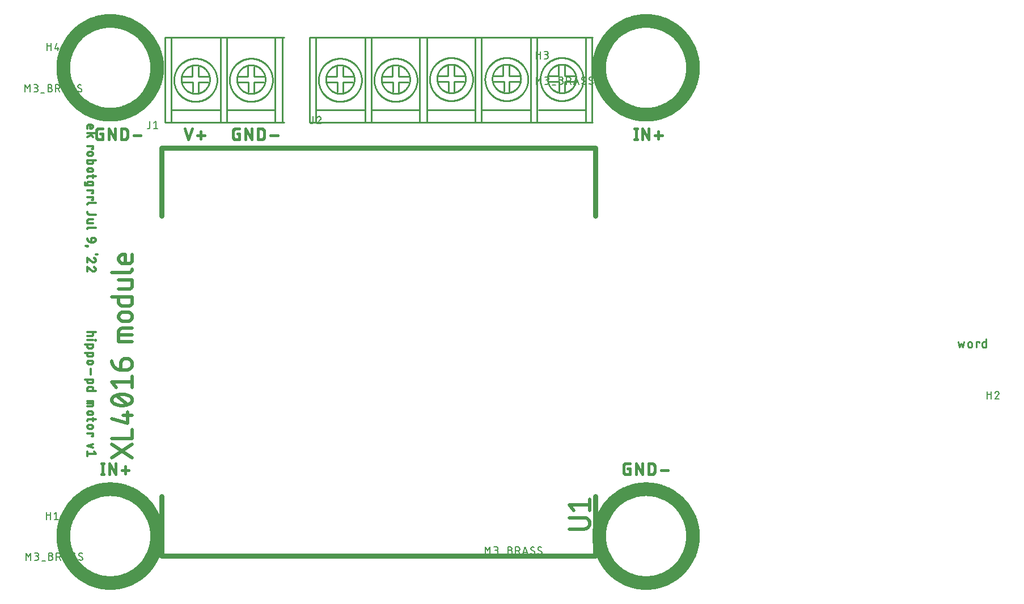
<source format=gbr>
G04 EAGLE Gerber RS-274X export*
G75*
%MOMM*%
%FSLAX34Y34*%
%LPD*%
%INSilkscreen Top*%
%IPPOS*%
%AMOC8*
5,1,8,0,0,1.08239X$1,22.5*%
G01*
%ADD10C,0.228600*%
%ADD11C,0.406400*%
%ADD12C,0.304800*%
%ADD13C,2.000000*%
%ADD14C,0.177800*%
%ADD15C,0.508000*%
%ADD16C,0.762000*%
%ADD17C,0.254000*%


D10*
X1588643Y522859D02*
X1590802Y514223D01*
X1592961Y519980D01*
X1595120Y514223D01*
X1597279Y522859D01*
X1603315Y519980D02*
X1603315Y517102D01*
X1603314Y519980D02*
X1603316Y520086D01*
X1603322Y520193D01*
X1603332Y520299D01*
X1603345Y520404D01*
X1603363Y520509D01*
X1603385Y520613D01*
X1603410Y520717D01*
X1603439Y520819D01*
X1603472Y520920D01*
X1603508Y521020D01*
X1603549Y521119D01*
X1603593Y521215D01*
X1603640Y521311D01*
X1603691Y521404D01*
X1603745Y521496D01*
X1603803Y521585D01*
X1603864Y521672D01*
X1603928Y521757D01*
X1603995Y521840D01*
X1604065Y521920D01*
X1604139Y521997D01*
X1604214Y522071D01*
X1604293Y522143D01*
X1604374Y522212D01*
X1604458Y522277D01*
X1604544Y522340D01*
X1604632Y522399D01*
X1604723Y522455D01*
X1604815Y522508D01*
X1604910Y522557D01*
X1605006Y522603D01*
X1605104Y522645D01*
X1605203Y522683D01*
X1605303Y522718D01*
X1605405Y522749D01*
X1605508Y522776D01*
X1605612Y522800D01*
X1605716Y522819D01*
X1605822Y522835D01*
X1605927Y522847D01*
X1606033Y522855D01*
X1606140Y522859D01*
X1606246Y522859D01*
X1606353Y522855D01*
X1606459Y522847D01*
X1606564Y522835D01*
X1606670Y522819D01*
X1606774Y522800D01*
X1606878Y522776D01*
X1606981Y522749D01*
X1607083Y522718D01*
X1607183Y522683D01*
X1607282Y522645D01*
X1607380Y522603D01*
X1607476Y522557D01*
X1607571Y522508D01*
X1607663Y522455D01*
X1607754Y522399D01*
X1607842Y522340D01*
X1607928Y522277D01*
X1608012Y522212D01*
X1608093Y522143D01*
X1608172Y522071D01*
X1608247Y521997D01*
X1608321Y521920D01*
X1608391Y521840D01*
X1608458Y521757D01*
X1608522Y521672D01*
X1608583Y521585D01*
X1608641Y521496D01*
X1608695Y521404D01*
X1608746Y521311D01*
X1608793Y521215D01*
X1608837Y521119D01*
X1608878Y521020D01*
X1608914Y520920D01*
X1608947Y520819D01*
X1608976Y520717D01*
X1609001Y520613D01*
X1609023Y520509D01*
X1609041Y520404D01*
X1609054Y520299D01*
X1609064Y520193D01*
X1609070Y520086D01*
X1609072Y519980D01*
X1609072Y517102D01*
X1609070Y516996D01*
X1609064Y516889D01*
X1609054Y516783D01*
X1609041Y516678D01*
X1609023Y516573D01*
X1609001Y516469D01*
X1608976Y516365D01*
X1608947Y516263D01*
X1608914Y516162D01*
X1608878Y516062D01*
X1608837Y515963D01*
X1608793Y515867D01*
X1608746Y515771D01*
X1608695Y515678D01*
X1608641Y515586D01*
X1608583Y515497D01*
X1608522Y515410D01*
X1608458Y515325D01*
X1608391Y515242D01*
X1608321Y515162D01*
X1608247Y515085D01*
X1608172Y515011D01*
X1608093Y514939D01*
X1608012Y514870D01*
X1607928Y514805D01*
X1607842Y514742D01*
X1607754Y514683D01*
X1607663Y514627D01*
X1607571Y514574D01*
X1607476Y514525D01*
X1607380Y514479D01*
X1607282Y514437D01*
X1607183Y514399D01*
X1607083Y514364D01*
X1606981Y514333D01*
X1606878Y514306D01*
X1606774Y514282D01*
X1606670Y514263D01*
X1606564Y514247D01*
X1606459Y514235D01*
X1606353Y514227D01*
X1606246Y514223D01*
X1606140Y514223D01*
X1606033Y514227D01*
X1605927Y514235D01*
X1605822Y514247D01*
X1605716Y514263D01*
X1605612Y514282D01*
X1605508Y514306D01*
X1605405Y514333D01*
X1605303Y514364D01*
X1605203Y514399D01*
X1605104Y514437D01*
X1605006Y514479D01*
X1604910Y514525D01*
X1604815Y514574D01*
X1604723Y514627D01*
X1604632Y514683D01*
X1604544Y514742D01*
X1604458Y514805D01*
X1604374Y514870D01*
X1604293Y514939D01*
X1604214Y515011D01*
X1604139Y515085D01*
X1604065Y515162D01*
X1603995Y515242D01*
X1603928Y515325D01*
X1603864Y515410D01*
X1603803Y515497D01*
X1603745Y515586D01*
X1603691Y515678D01*
X1603640Y515771D01*
X1603593Y515867D01*
X1603549Y515963D01*
X1603508Y516062D01*
X1603472Y516162D01*
X1603439Y516263D01*
X1603410Y516365D01*
X1603385Y516469D01*
X1603363Y516573D01*
X1603345Y516678D01*
X1603332Y516783D01*
X1603322Y516889D01*
X1603316Y516996D01*
X1603314Y517102D01*
X1615748Y514223D02*
X1615748Y522859D01*
X1620066Y522859D01*
X1620066Y521420D01*
X1630417Y527177D02*
X1630417Y514223D01*
X1626818Y514223D01*
X1626726Y514225D01*
X1626635Y514231D01*
X1626544Y514240D01*
X1626453Y514254D01*
X1626363Y514271D01*
X1626274Y514293D01*
X1626186Y514318D01*
X1626099Y514346D01*
X1626013Y514379D01*
X1625929Y514415D01*
X1625846Y514454D01*
X1625765Y514497D01*
X1625686Y514544D01*
X1625609Y514593D01*
X1625534Y514646D01*
X1625462Y514702D01*
X1625392Y514761D01*
X1625324Y514823D01*
X1625259Y514888D01*
X1625197Y514956D01*
X1625138Y515026D01*
X1625082Y515098D01*
X1625029Y515173D01*
X1624980Y515250D01*
X1624933Y515329D01*
X1624890Y515410D01*
X1624851Y515493D01*
X1624815Y515577D01*
X1624782Y515663D01*
X1624754Y515750D01*
X1624729Y515838D01*
X1624707Y515927D01*
X1624690Y516017D01*
X1624676Y516108D01*
X1624667Y516199D01*
X1624661Y516290D01*
X1624659Y516382D01*
X1624659Y520700D01*
X1624661Y520792D01*
X1624667Y520883D01*
X1624676Y520974D01*
X1624690Y521065D01*
X1624707Y521155D01*
X1624729Y521244D01*
X1624754Y521332D01*
X1624782Y521419D01*
X1624815Y521505D01*
X1624851Y521589D01*
X1624890Y521672D01*
X1624933Y521753D01*
X1624980Y521832D01*
X1625029Y521909D01*
X1625082Y521984D01*
X1625138Y522056D01*
X1625197Y522126D01*
X1625259Y522194D01*
X1625324Y522259D01*
X1625392Y522321D01*
X1625462Y522380D01*
X1625534Y522436D01*
X1625609Y522489D01*
X1625686Y522538D01*
X1625765Y522585D01*
X1625846Y522628D01*
X1625929Y522667D01*
X1626013Y522703D01*
X1626099Y522736D01*
X1626186Y522764D01*
X1626274Y522789D01*
X1626363Y522811D01*
X1626453Y522828D01*
X1626544Y522842D01*
X1626635Y522851D01*
X1626726Y522857D01*
X1626818Y522859D01*
X1630417Y522859D01*
D11*
X311178Y340868D02*
X311178Y324612D01*
X309372Y324612D02*
X312984Y324612D01*
X312984Y340868D02*
X309372Y340868D01*
X321227Y340868D02*
X321227Y324612D01*
X330258Y324612D02*
X321227Y340868D01*
X330258Y340868D02*
X330258Y324612D01*
X339549Y330934D02*
X350386Y330934D01*
X344967Y336352D02*
X344967Y325515D01*
X1095474Y333643D02*
X1098183Y333643D01*
X1098183Y324612D01*
X1092764Y324612D01*
X1092646Y324614D01*
X1092528Y324620D01*
X1092410Y324629D01*
X1092293Y324643D01*
X1092176Y324660D01*
X1092059Y324681D01*
X1091944Y324706D01*
X1091829Y324735D01*
X1091715Y324768D01*
X1091603Y324804D01*
X1091492Y324844D01*
X1091382Y324887D01*
X1091273Y324934D01*
X1091166Y324984D01*
X1091061Y325039D01*
X1090958Y325096D01*
X1090857Y325157D01*
X1090757Y325221D01*
X1090660Y325288D01*
X1090565Y325358D01*
X1090473Y325432D01*
X1090382Y325508D01*
X1090295Y325588D01*
X1090210Y325670D01*
X1090128Y325755D01*
X1090048Y325842D01*
X1089972Y325933D01*
X1089898Y326025D01*
X1089828Y326120D01*
X1089761Y326217D01*
X1089697Y326317D01*
X1089636Y326418D01*
X1089579Y326521D01*
X1089524Y326626D01*
X1089474Y326733D01*
X1089427Y326842D01*
X1089384Y326952D01*
X1089344Y327063D01*
X1089308Y327175D01*
X1089275Y327289D01*
X1089246Y327404D01*
X1089221Y327519D01*
X1089200Y327636D01*
X1089183Y327753D01*
X1089169Y327870D01*
X1089160Y327988D01*
X1089154Y328106D01*
X1089152Y328224D01*
X1089152Y337256D01*
X1089154Y337374D01*
X1089160Y337492D01*
X1089169Y337610D01*
X1089183Y337727D01*
X1089200Y337844D01*
X1089221Y337961D01*
X1089246Y338076D01*
X1089275Y338191D01*
X1089308Y338305D01*
X1089344Y338417D01*
X1089384Y338528D01*
X1089427Y338638D01*
X1089474Y338747D01*
X1089524Y338854D01*
X1089578Y338959D01*
X1089636Y339062D01*
X1089697Y339163D01*
X1089761Y339263D01*
X1089828Y339360D01*
X1089898Y339455D01*
X1089972Y339547D01*
X1090048Y339638D01*
X1090128Y339725D01*
X1090210Y339810D01*
X1090295Y339892D01*
X1090382Y339972D01*
X1090473Y340048D01*
X1090565Y340122D01*
X1090660Y340192D01*
X1090757Y340259D01*
X1090857Y340323D01*
X1090958Y340384D01*
X1091061Y340441D01*
X1091166Y340495D01*
X1091273Y340546D01*
X1091382Y340593D01*
X1091492Y340636D01*
X1091603Y340676D01*
X1091715Y340712D01*
X1091829Y340745D01*
X1091944Y340774D01*
X1092059Y340799D01*
X1092176Y340820D01*
X1092293Y340837D01*
X1092410Y340851D01*
X1092528Y340860D01*
X1092646Y340866D01*
X1092764Y340868D01*
X1098183Y340868D01*
X1107794Y340868D02*
X1107794Y324612D01*
X1116825Y324612D02*
X1107794Y340868D01*
X1116825Y340868D02*
X1116825Y324612D01*
X1126437Y324612D02*
X1126437Y340868D01*
X1130952Y340868D01*
X1131083Y340866D01*
X1131215Y340860D01*
X1131346Y340851D01*
X1131476Y340837D01*
X1131607Y340820D01*
X1131736Y340799D01*
X1131865Y340775D01*
X1131993Y340746D01*
X1132121Y340714D01*
X1132247Y340678D01*
X1132372Y340639D01*
X1132497Y340596D01*
X1132619Y340549D01*
X1132741Y340499D01*
X1132861Y340445D01*
X1132979Y340388D01*
X1133095Y340327D01*
X1133210Y340263D01*
X1133323Y340196D01*
X1133434Y340125D01*
X1133542Y340051D01*
X1133649Y339974D01*
X1133753Y339894D01*
X1133855Y339811D01*
X1133954Y339726D01*
X1134051Y339637D01*
X1134145Y339545D01*
X1134237Y339451D01*
X1134326Y339354D01*
X1134411Y339255D01*
X1134494Y339153D01*
X1134574Y339049D01*
X1134651Y338942D01*
X1134725Y338834D01*
X1134796Y338723D01*
X1134863Y338610D01*
X1134927Y338495D01*
X1134988Y338379D01*
X1135045Y338261D01*
X1135099Y338141D01*
X1135149Y338019D01*
X1135196Y337897D01*
X1135239Y337772D01*
X1135278Y337647D01*
X1135314Y337521D01*
X1135346Y337393D01*
X1135375Y337265D01*
X1135399Y337136D01*
X1135420Y337007D01*
X1135437Y336876D01*
X1135451Y336746D01*
X1135460Y336615D01*
X1135466Y336483D01*
X1135468Y336352D01*
X1135468Y329128D01*
X1135466Y328997D01*
X1135460Y328865D01*
X1135451Y328734D01*
X1135437Y328604D01*
X1135420Y328473D01*
X1135399Y328344D01*
X1135375Y328215D01*
X1135346Y328087D01*
X1135314Y327959D01*
X1135278Y327833D01*
X1135239Y327708D01*
X1135196Y327583D01*
X1135149Y327461D01*
X1135099Y327339D01*
X1135045Y327219D01*
X1134988Y327101D01*
X1134927Y326985D01*
X1134863Y326870D01*
X1134796Y326757D01*
X1134725Y326646D01*
X1134651Y326538D01*
X1134574Y326431D01*
X1134494Y326327D01*
X1134411Y326225D01*
X1134326Y326126D01*
X1134237Y326029D01*
X1134145Y325935D01*
X1134051Y325843D01*
X1133954Y325754D01*
X1133855Y325669D01*
X1133753Y325586D01*
X1133649Y325506D01*
X1133542Y325429D01*
X1133434Y325355D01*
X1133323Y325284D01*
X1133210Y325217D01*
X1133095Y325153D01*
X1132979Y325092D01*
X1132861Y325035D01*
X1132741Y324981D01*
X1132619Y324931D01*
X1132497Y324884D01*
X1132372Y324841D01*
X1132247Y324802D01*
X1132121Y324766D01*
X1131993Y324734D01*
X1131865Y324705D01*
X1131736Y324681D01*
X1131606Y324660D01*
X1131476Y324643D01*
X1131346Y324629D01*
X1131215Y324620D01*
X1131083Y324614D01*
X1130952Y324612D01*
X1126437Y324612D01*
X1144759Y330934D02*
X1155596Y330934D01*
X310783Y834023D02*
X308074Y834023D01*
X310783Y834023D02*
X310783Y824992D01*
X305364Y824992D01*
X305246Y824994D01*
X305128Y825000D01*
X305010Y825009D01*
X304893Y825023D01*
X304776Y825040D01*
X304659Y825061D01*
X304544Y825086D01*
X304429Y825115D01*
X304315Y825148D01*
X304203Y825184D01*
X304092Y825224D01*
X303982Y825267D01*
X303873Y825314D01*
X303766Y825364D01*
X303661Y825419D01*
X303558Y825476D01*
X303457Y825537D01*
X303357Y825601D01*
X303260Y825668D01*
X303165Y825738D01*
X303073Y825812D01*
X302982Y825888D01*
X302895Y825968D01*
X302810Y826050D01*
X302728Y826135D01*
X302648Y826222D01*
X302572Y826313D01*
X302498Y826405D01*
X302428Y826500D01*
X302361Y826597D01*
X302297Y826697D01*
X302236Y826798D01*
X302179Y826901D01*
X302124Y827006D01*
X302074Y827113D01*
X302027Y827222D01*
X301984Y827332D01*
X301944Y827443D01*
X301908Y827555D01*
X301875Y827669D01*
X301846Y827784D01*
X301821Y827899D01*
X301800Y828016D01*
X301783Y828133D01*
X301769Y828250D01*
X301760Y828368D01*
X301754Y828486D01*
X301752Y828604D01*
X301752Y837636D01*
X301754Y837754D01*
X301760Y837872D01*
X301769Y837990D01*
X301783Y838107D01*
X301800Y838224D01*
X301821Y838341D01*
X301846Y838456D01*
X301875Y838571D01*
X301908Y838685D01*
X301944Y838797D01*
X301984Y838908D01*
X302027Y839018D01*
X302074Y839127D01*
X302124Y839234D01*
X302178Y839339D01*
X302236Y839442D01*
X302297Y839543D01*
X302361Y839643D01*
X302428Y839740D01*
X302498Y839835D01*
X302572Y839927D01*
X302648Y840018D01*
X302728Y840105D01*
X302810Y840190D01*
X302895Y840272D01*
X302982Y840352D01*
X303073Y840428D01*
X303165Y840502D01*
X303260Y840572D01*
X303357Y840639D01*
X303457Y840703D01*
X303558Y840764D01*
X303661Y840821D01*
X303766Y840875D01*
X303873Y840926D01*
X303982Y840973D01*
X304092Y841016D01*
X304203Y841056D01*
X304315Y841092D01*
X304429Y841125D01*
X304544Y841154D01*
X304659Y841179D01*
X304776Y841200D01*
X304893Y841217D01*
X305010Y841231D01*
X305128Y841240D01*
X305246Y841246D01*
X305364Y841248D01*
X310783Y841248D01*
X320394Y841248D02*
X320394Y824992D01*
X329425Y824992D02*
X320394Y841248D01*
X329425Y841248D02*
X329425Y824992D01*
X339037Y824992D02*
X339037Y841248D01*
X343552Y841248D01*
X343683Y841246D01*
X343815Y841240D01*
X343946Y841231D01*
X344076Y841217D01*
X344207Y841200D01*
X344336Y841179D01*
X344465Y841155D01*
X344593Y841126D01*
X344721Y841094D01*
X344847Y841058D01*
X344972Y841019D01*
X345097Y840976D01*
X345219Y840929D01*
X345341Y840879D01*
X345461Y840825D01*
X345579Y840768D01*
X345695Y840707D01*
X345810Y840643D01*
X345923Y840576D01*
X346034Y840505D01*
X346142Y840431D01*
X346249Y840354D01*
X346353Y840274D01*
X346455Y840191D01*
X346554Y840106D01*
X346651Y840017D01*
X346745Y839925D01*
X346837Y839831D01*
X346926Y839734D01*
X347011Y839635D01*
X347094Y839533D01*
X347174Y839429D01*
X347251Y839322D01*
X347325Y839214D01*
X347396Y839103D01*
X347463Y838990D01*
X347527Y838875D01*
X347588Y838759D01*
X347645Y838641D01*
X347699Y838521D01*
X347749Y838399D01*
X347796Y838277D01*
X347839Y838152D01*
X347878Y838027D01*
X347914Y837901D01*
X347946Y837773D01*
X347975Y837645D01*
X347999Y837516D01*
X348020Y837387D01*
X348037Y837256D01*
X348051Y837126D01*
X348060Y836995D01*
X348066Y836863D01*
X348068Y836732D01*
X348068Y829508D01*
X348066Y829377D01*
X348060Y829245D01*
X348051Y829114D01*
X348037Y828984D01*
X348020Y828853D01*
X347999Y828724D01*
X347975Y828595D01*
X347946Y828467D01*
X347914Y828339D01*
X347878Y828213D01*
X347839Y828088D01*
X347796Y827963D01*
X347749Y827841D01*
X347699Y827719D01*
X347645Y827599D01*
X347588Y827481D01*
X347527Y827365D01*
X347463Y827250D01*
X347396Y827137D01*
X347325Y827026D01*
X347251Y826918D01*
X347174Y826811D01*
X347094Y826707D01*
X347011Y826605D01*
X346926Y826506D01*
X346837Y826409D01*
X346745Y826315D01*
X346651Y826223D01*
X346554Y826134D01*
X346455Y826049D01*
X346353Y825966D01*
X346249Y825886D01*
X346142Y825809D01*
X346034Y825735D01*
X345923Y825664D01*
X345810Y825597D01*
X345695Y825533D01*
X345579Y825472D01*
X345461Y825415D01*
X345341Y825361D01*
X345219Y825311D01*
X345097Y825264D01*
X344972Y825221D01*
X344847Y825182D01*
X344721Y825146D01*
X344593Y825114D01*
X344465Y825085D01*
X344336Y825061D01*
X344206Y825040D01*
X344076Y825023D01*
X343946Y825009D01*
X343815Y825000D01*
X343683Y824994D01*
X343552Y824992D01*
X339037Y824992D01*
X357359Y831314D02*
X368196Y831314D01*
X1107468Y824992D02*
X1107468Y841248D01*
X1105662Y824992D02*
X1109274Y824992D01*
X1109274Y841248D02*
X1105662Y841248D01*
X1117517Y841248D02*
X1117517Y824992D01*
X1126548Y824992D02*
X1117517Y841248D01*
X1126548Y841248D02*
X1126548Y824992D01*
X1135839Y831314D02*
X1146676Y831314D01*
X1141257Y836732D02*
X1141257Y825895D01*
X439251Y824992D02*
X433832Y841248D01*
X444669Y841248D02*
X439251Y824992D01*
X452474Y831314D02*
X463312Y831314D01*
X457893Y836732D02*
X457893Y825895D01*
X512544Y834023D02*
X515253Y834023D01*
X515253Y824992D01*
X509834Y824992D01*
X509716Y824994D01*
X509598Y825000D01*
X509480Y825009D01*
X509363Y825023D01*
X509246Y825040D01*
X509129Y825061D01*
X509014Y825086D01*
X508899Y825115D01*
X508785Y825148D01*
X508673Y825184D01*
X508562Y825224D01*
X508452Y825267D01*
X508343Y825314D01*
X508236Y825364D01*
X508131Y825419D01*
X508028Y825476D01*
X507927Y825537D01*
X507827Y825601D01*
X507730Y825668D01*
X507635Y825738D01*
X507543Y825812D01*
X507452Y825888D01*
X507365Y825968D01*
X507280Y826050D01*
X507198Y826135D01*
X507118Y826222D01*
X507042Y826313D01*
X506968Y826405D01*
X506898Y826500D01*
X506831Y826597D01*
X506767Y826697D01*
X506706Y826798D01*
X506649Y826901D01*
X506594Y827006D01*
X506544Y827113D01*
X506497Y827222D01*
X506454Y827332D01*
X506414Y827443D01*
X506378Y827555D01*
X506345Y827669D01*
X506316Y827784D01*
X506291Y827899D01*
X506270Y828016D01*
X506253Y828133D01*
X506239Y828250D01*
X506230Y828368D01*
X506224Y828486D01*
X506222Y828604D01*
X506222Y837636D01*
X506224Y837754D01*
X506230Y837872D01*
X506239Y837990D01*
X506253Y838107D01*
X506270Y838224D01*
X506291Y838341D01*
X506316Y838456D01*
X506345Y838571D01*
X506378Y838685D01*
X506414Y838797D01*
X506454Y838908D01*
X506497Y839018D01*
X506544Y839127D01*
X506594Y839234D01*
X506648Y839339D01*
X506706Y839442D01*
X506767Y839543D01*
X506831Y839643D01*
X506898Y839740D01*
X506968Y839835D01*
X507042Y839927D01*
X507118Y840018D01*
X507198Y840105D01*
X507280Y840190D01*
X507365Y840272D01*
X507452Y840352D01*
X507543Y840428D01*
X507635Y840502D01*
X507730Y840572D01*
X507827Y840639D01*
X507927Y840703D01*
X508028Y840764D01*
X508131Y840821D01*
X508236Y840875D01*
X508343Y840926D01*
X508452Y840973D01*
X508562Y841016D01*
X508673Y841056D01*
X508785Y841092D01*
X508899Y841125D01*
X509014Y841154D01*
X509129Y841179D01*
X509246Y841200D01*
X509363Y841217D01*
X509480Y841231D01*
X509598Y841240D01*
X509716Y841246D01*
X509834Y841248D01*
X515253Y841248D01*
X524864Y841248D02*
X524864Y824992D01*
X533895Y824992D02*
X524864Y841248D01*
X533895Y841248D02*
X533895Y824992D01*
X543507Y824992D02*
X543507Y841248D01*
X548022Y841248D01*
X548153Y841246D01*
X548285Y841240D01*
X548416Y841231D01*
X548546Y841217D01*
X548677Y841200D01*
X548806Y841179D01*
X548935Y841155D01*
X549063Y841126D01*
X549191Y841094D01*
X549317Y841058D01*
X549442Y841019D01*
X549567Y840976D01*
X549689Y840929D01*
X549811Y840879D01*
X549931Y840825D01*
X550049Y840768D01*
X550165Y840707D01*
X550280Y840643D01*
X550393Y840576D01*
X550504Y840505D01*
X550612Y840431D01*
X550719Y840354D01*
X550823Y840274D01*
X550925Y840191D01*
X551024Y840106D01*
X551121Y840017D01*
X551215Y839925D01*
X551307Y839831D01*
X551396Y839734D01*
X551481Y839635D01*
X551564Y839533D01*
X551644Y839429D01*
X551721Y839322D01*
X551795Y839214D01*
X551866Y839103D01*
X551933Y838990D01*
X551997Y838875D01*
X552058Y838759D01*
X552115Y838641D01*
X552169Y838521D01*
X552219Y838399D01*
X552266Y838277D01*
X552309Y838152D01*
X552348Y838027D01*
X552384Y837901D01*
X552416Y837773D01*
X552445Y837645D01*
X552469Y837516D01*
X552490Y837387D01*
X552507Y837256D01*
X552521Y837126D01*
X552530Y836995D01*
X552536Y836863D01*
X552538Y836732D01*
X552538Y829508D01*
X552536Y829377D01*
X552530Y829245D01*
X552521Y829114D01*
X552507Y828984D01*
X552490Y828853D01*
X552469Y828724D01*
X552445Y828595D01*
X552416Y828467D01*
X552384Y828339D01*
X552348Y828213D01*
X552309Y828088D01*
X552266Y827963D01*
X552219Y827841D01*
X552169Y827719D01*
X552115Y827599D01*
X552058Y827481D01*
X551997Y827365D01*
X551933Y827250D01*
X551866Y827137D01*
X551795Y827026D01*
X551721Y826918D01*
X551644Y826811D01*
X551564Y826707D01*
X551481Y826605D01*
X551396Y826506D01*
X551307Y826409D01*
X551215Y826315D01*
X551121Y826223D01*
X551024Y826134D01*
X550925Y826049D01*
X550823Y825966D01*
X550719Y825886D01*
X550612Y825809D01*
X550504Y825735D01*
X550393Y825664D01*
X550280Y825597D01*
X550165Y825533D01*
X550049Y825472D01*
X549931Y825415D01*
X549811Y825361D01*
X549689Y825311D01*
X549567Y825264D01*
X549442Y825221D01*
X549317Y825182D01*
X549191Y825146D01*
X549063Y825114D01*
X548935Y825085D01*
X548806Y825061D01*
X548676Y825040D01*
X548546Y825023D01*
X548416Y825009D01*
X548285Y825000D01*
X548153Y824994D01*
X548022Y824992D01*
X543507Y824992D01*
X561829Y831314D02*
X572666Y831314D01*
D12*
X300736Y536956D02*
X288544Y536956D01*
X296672Y536956D02*
X296672Y533569D01*
X296670Y533480D01*
X296664Y533392D01*
X296655Y533304D01*
X296641Y533216D01*
X296624Y533129D01*
X296603Y533043D01*
X296578Y532958D01*
X296549Y532874D01*
X296517Y532791D01*
X296482Y532710D01*
X296442Y532631D01*
X296400Y532553D01*
X296354Y532477D01*
X296305Y532403D01*
X296252Y532332D01*
X296197Y532263D01*
X296138Y532196D01*
X296077Y532132D01*
X296013Y532071D01*
X295946Y532012D01*
X295877Y531957D01*
X295806Y531904D01*
X295732Y531855D01*
X295656Y531809D01*
X295578Y531767D01*
X295499Y531727D01*
X295418Y531692D01*
X295335Y531660D01*
X295251Y531631D01*
X295166Y531606D01*
X295080Y531585D01*
X294993Y531568D01*
X294905Y531554D01*
X294817Y531545D01*
X294729Y531539D01*
X294640Y531537D01*
X288544Y531537D01*
X288544Y525121D02*
X296672Y525121D01*
X300059Y525460D02*
X300736Y525460D01*
X300736Y524782D01*
X300059Y524782D01*
X300059Y525460D01*
X296672Y518582D02*
X284480Y518582D01*
X296672Y518582D02*
X296672Y515195D01*
X296670Y515106D01*
X296664Y515018D01*
X296655Y514930D01*
X296641Y514842D01*
X296624Y514755D01*
X296603Y514669D01*
X296578Y514584D01*
X296549Y514500D01*
X296517Y514417D01*
X296482Y514336D01*
X296442Y514257D01*
X296400Y514179D01*
X296354Y514103D01*
X296305Y514029D01*
X296252Y513958D01*
X296197Y513889D01*
X296138Y513822D01*
X296077Y513758D01*
X296013Y513697D01*
X295946Y513638D01*
X295877Y513583D01*
X295806Y513530D01*
X295732Y513481D01*
X295656Y513435D01*
X295578Y513393D01*
X295499Y513353D01*
X295418Y513318D01*
X295335Y513286D01*
X295251Y513257D01*
X295166Y513232D01*
X295080Y513211D01*
X294993Y513194D01*
X294905Y513180D01*
X294817Y513171D01*
X294729Y513165D01*
X294640Y513163D01*
X290576Y513163D01*
X290487Y513165D01*
X290399Y513171D01*
X290311Y513180D01*
X290223Y513194D01*
X290136Y513211D01*
X290050Y513232D01*
X289965Y513257D01*
X289881Y513286D01*
X289798Y513318D01*
X289717Y513353D01*
X289638Y513393D01*
X289560Y513435D01*
X289484Y513481D01*
X289410Y513530D01*
X289339Y513583D01*
X289270Y513638D01*
X289203Y513697D01*
X289139Y513758D01*
X289078Y513822D01*
X289019Y513889D01*
X288964Y513958D01*
X288911Y514029D01*
X288862Y514103D01*
X288816Y514179D01*
X288774Y514257D01*
X288734Y514336D01*
X288699Y514417D01*
X288667Y514500D01*
X288638Y514584D01*
X288613Y514669D01*
X288592Y514755D01*
X288575Y514842D01*
X288561Y514930D01*
X288552Y515018D01*
X288546Y515106D01*
X288544Y515195D01*
X288544Y518582D01*
X284480Y506262D02*
X296672Y506262D01*
X296672Y502875D01*
X296670Y502786D01*
X296664Y502698D01*
X296655Y502610D01*
X296641Y502522D01*
X296624Y502435D01*
X296603Y502349D01*
X296578Y502264D01*
X296549Y502180D01*
X296517Y502097D01*
X296482Y502016D01*
X296442Y501937D01*
X296400Y501859D01*
X296354Y501783D01*
X296305Y501709D01*
X296252Y501638D01*
X296197Y501569D01*
X296138Y501502D01*
X296077Y501438D01*
X296013Y501377D01*
X295946Y501318D01*
X295877Y501263D01*
X295806Y501210D01*
X295732Y501161D01*
X295656Y501115D01*
X295578Y501073D01*
X295499Y501033D01*
X295418Y500998D01*
X295335Y500966D01*
X295251Y500937D01*
X295166Y500912D01*
X295080Y500891D01*
X294993Y500874D01*
X294905Y500860D01*
X294817Y500851D01*
X294729Y500845D01*
X294640Y500843D01*
X290576Y500843D01*
X290487Y500845D01*
X290399Y500851D01*
X290311Y500860D01*
X290223Y500874D01*
X290136Y500891D01*
X290050Y500912D01*
X289965Y500937D01*
X289881Y500966D01*
X289798Y500998D01*
X289717Y501033D01*
X289638Y501073D01*
X289560Y501115D01*
X289484Y501161D01*
X289410Y501210D01*
X289339Y501263D01*
X289270Y501318D01*
X289203Y501377D01*
X289139Y501438D01*
X289078Y501502D01*
X289019Y501569D01*
X288964Y501638D01*
X288911Y501709D01*
X288862Y501783D01*
X288816Y501859D01*
X288774Y501937D01*
X288734Y502016D01*
X288699Y502097D01*
X288667Y502180D01*
X288638Y502264D01*
X288613Y502349D01*
X288592Y502435D01*
X288575Y502522D01*
X288561Y502610D01*
X288552Y502698D01*
X288546Y502786D01*
X288544Y502875D01*
X288544Y506262D01*
X291253Y494522D02*
X293963Y494522D01*
X293963Y494521D02*
X294066Y494519D01*
X294168Y494513D01*
X294270Y494504D01*
X294372Y494490D01*
X294473Y494473D01*
X294573Y494451D01*
X294672Y494426D01*
X294771Y494398D01*
X294868Y494365D01*
X294964Y494329D01*
X295059Y494290D01*
X295152Y494246D01*
X295243Y494200D01*
X295332Y494149D01*
X295420Y494096D01*
X295505Y494039D01*
X295588Y493979D01*
X295669Y493916D01*
X295748Y493850D01*
X295823Y493781D01*
X295897Y493709D01*
X295967Y493635D01*
X296035Y493558D01*
X296099Y493478D01*
X296161Y493396D01*
X296219Y493312D01*
X296274Y493225D01*
X296326Y493137D01*
X296374Y493046D01*
X296419Y492954D01*
X296461Y492861D01*
X296499Y492765D01*
X296533Y492669D01*
X296564Y492571D01*
X296590Y492472D01*
X296614Y492372D01*
X296633Y492271D01*
X296648Y492170D01*
X296660Y492068D01*
X296668Y491966D01*
X296672Y491863D01*
X296672Y491761D01*
X296668Y491658D01*
X296660Y491556D01*
X296648Y491454D01*
X296633Y491353D01*
X296614Y491252D01*
X296590Y491152D01*
X296564Y491053D01*
X296533Y490955D01*
X296499Y490859D01*
X296461Y490763D01*
X296419Y490670D01*
X296374Y490578D01*
X296326Y490487D01*
X296274Y490399D01*
X296219Y490312D01*
X296161Y490228D01*
X296099Y490146D01*
X296035Y490066D01*
X295967Y489989D01*
X295897Y489915D01*
X295823Y489843D01*
X295748Y489774D01*
X295669Y489708D01*
X295588Y489645D01*
X295505Y489585D01*
X295420Y489528D01*
X295332Y489475D01*
X295243Y489424D01*
X295152Y489378D01*
X295059Y489334D01*
X294964Y489295D01*
X294868Y489259D01*
X294771Y489226D01*
X294672Y489198D01*
X294573Y489173D01*
X294473Y489151D01*
X294372Y489134D01*
X294270Y489120D01*
X294168Y489111D01*
X294066Y489105D01*
X293963Y489103D01*
X291253Y489103D01*
X291150Y489105D01*
X291048Y489111D01*
X290946Y489120D01*
X290844Y489134D01*
X290743Y489151D01*
X290643Y489173D01*
X290544Y489198D01*
X290445Y489226D01*
X290348Y489259D01*
X290252Y489295D01*
X290157Y489334D01*
X290064Y489378D01*
X289973Y489424D01*
X289884Y489475D01*
X289796Y489528D01*
X289711Y489585D01*
X289628Y489645D01*
X289547Y489708D01*
X289468Y489774D01*
X289393Y489843D01*
X289319Y489915D01*
X289249Y489989D01*
X289181Y490066D01*
X289117Y490146D01*
X289055Y490228D01*
X288997Y490312D01*
X288942Y490399D01*
X288890Y490487D01*
X288842Y490578D01*
X288797Y490670D01*
X288755Y490763D01*
X288717Y490859D01*
X288683Y490955D01*
X288652Y491053D01*
X288626Y491152D01*
X288602Y491252D01*
X288583Y491353D01*
X288568Y491454D01*
X288556Y491556D01*
X288548Y491658D01*
X288544Y491761D01*
X288544Y491863D01*
X288548Y491966D01*
X288556Y492068D01*
X288568Y492170D01*
X288583Y492271D01*
X288602Y492372D01*
X288626Y492472D01*
X288652Y492571D01*
X288683Y492669D01*
X288717Y492765D01*
X288755Y492861D01*
X288797Y492954D01*
X288842Y493046D01*
X288890Y493137D01*
X288942Y493225D01*
X288997Y493312D01*
X289055Y493396D01*
X289117Y493478D01*
X289181Y493558D01*
X289249Y493635D01*
X289319Y493709D01*
X289393Y493781D01*
X289468Y493850D01*
X289547Y493916D01*
X289628Y493979D01*
X289711Y494039D01*
X289796Y494096D01*
X289884Y494149D01*
X289973Y494200D01*
X290064Y494246D01*
X290157Y494290D01*
X290252Y494329D01*
X290348Y494365D01*
X290445Y494398D01*
X290544Y494426D01*
X290643Y494451D01*
X290743Y494473D01*
X290844Y494490D01*
X290946Y494504D01*
X291048Y494513D01*
X291150Y494519D01*
X291253Y494521D01*
X293285Y482188D02*
X293285Y474060D01*
X296672Y466565D02*
X284480Y466565D01*
X296672Y466565D02*
X296672Y463179D01*
X296670Y463090D01*
X296664Y463002D01*
X296655Y462914D01*
X296641Y462826D01*
X296624Y462739D01*
X296603Y462653D01*
X296578Y462568D01*
X296549Y462484D01*
X296517Y462401D01*
X296482Y462320D01*
X296442Y462241D01*
X296400Y462163D01*
X296354Y462087D01*
X296305Y462013D01*
X296252Y461942D01*
X296197Y461873D01*
X296138Y461806D01*
X296077Y461742D01*
X296013Y461681D01*
X295946Y461622D01*
X295877Y461567D01*
X295806Y461514D01*
X295732Y461465D01*
X295656Y461419D01*
X295578Y461377D01*
X295499Y461337D01*
X295418Y461302D01*
X295335Y461270D01*
X295251Y461241D01*
X295166Y461216D01*
X295080Y461195D01*
X294993Y461178D01*
X294905Y461164D01*
X294817Y461155D01*
X294729Y461149D01*
X294640Y461147D01*
X290576Y461147D01*
X290487Y461149D01*
X290399Y461155D01*
X290311Y461164D01*
X290223Y461178D01*
X290136Y461195D01*
X290050Y461216D01*
X289965Y461241D01*
X289881Y461270D01*
X289798Y461302D01*
X289717Y461337D01*
X289638Y461377D01*
X289560Y461419D01*
X289484Y461465D01*
X289410Y461514D01*
X289339Y461567D01*
X289270Y461622D01*
X289203Y461681D01*
X289139Y461742D01*
X289078Y461806D01*
X289019Y461873D01*
X288964Y461942D01*
X288911Y462013D01*
X288862Y462087D01*
X288816Y462163D01*
X288774Y462241D01*
X288734Y462320D01*
X288699Y462401D01*
X288667Y462484D01*
X288638Y462568D01*
X288613Y462653D01*
X288592Y462739D01*
X288575Y462826D01*
X288561Y462914D01*
X288552Y463002D01*
X288546Y463090D01*
X288544Y463179D01*
X288544Y466565D01*
X288544Y449529D02*
X300736Y449529D01*
X288544Y449529D02*
X288544Y452916D01*
X288546Y453005D01*
X288552Y453093D01*
X288561Y453181D01*
X288575Y453269D01*
X288592Y453356D01*
X288613Y453442D01*
X288638Y453527D01*
X288667Y453611D01*
X288699Y453694D01*
X288734Y453775D01*
X288774Y453854D01*
X288816Y453932D01*
X288862Y454008D01*
X288911Y454082D01*
X288964Y454153D01*
X289019Y454222D01*
X289078Y454289D01*
X289139Y454353D01*
X289203Y454414D01*
X289270Y454473D01*
X289339Y454528D01*
X289410Y454581D01*
X289484Y454630D01*
X289560Y454676D01*
X289638Y454718D01*
X289717Y454758D01*
X289798Y454793D01*
X289881Y454825D01*
X289965Y454854D01*
X290050Y454879D01*
X290136Y454900D01*
X290223Y454917D01*
X290311Y454931D01*
X290399Y454940D01*
X290487Y454946D01*
X290576Y454948D01*
X294640Y454948D01*
X294729Y454946D01*
X294817Y454940D01*
X294905Y454931D01*
X294993Y454917D01*
X295080Y454900D01*
X295166Y454879D01*
X295251Y454854D01*
X295335Y454825D01*
X295418Y454793D01*
X295499Y454758D01*
X295578Y454718D01*
X295656Y454676D01*
X295732Y454630D01*
X295806Y454581D01*
X295877Y454528D01*
X295946Y454473D01*
X296013Y454414D01*
X296077Y454353D01*
X296138Y454289D01*
X296197Y454222D01*
X296252Y454153D01*
X296305Y454082D01*
X296354Y454008D01*
X296400Y453932D01*
X296442Y453854D01*
X296482Y453775D01*
X296517Y453694D01*
X296549Y453611D01*
X296578Y453527D01*
X296603Y453442D01*
X296624Y453356D01*
X296641Y453269D01*
X296655Y453181D01*
X296664Y453093D01*
X296670Y453005D01*
X296672Y452916D01*
X296672Y449529D01*
X296672Y434278D02*
X288544Y434278D01*
X296672Y434278D02*
X296672Y428182D01*
X296670Y428093D01*
X296664Y428005D01*
X296655Y427917D01*
X296641Y427829D01*
X296624Y427742D01*
X296603Y427656D01*
X296578Y427571D01*
X296549Y427487D01*
X296517Y427404D01*
X296482Y427323D01*
X296442Y427244D01*
X296400Y427166D01*
X296354Y427090D01*
X296305Y427016D01*
X296252Y426945D01*
X296197Y426876D01*
X296138Y426809D01*
X296077Y426745D01*
X296013Y426684D01*
X295946Y426625D01*
X295877Y426570D01*
X295806Y426517D01*
X295732Y426468D01*
X295656Y426422D01*
X295578Y426380D01*
X295499Y426340D01*
X295418Y426305D01*
X295335Y426273D01*
X295251Y426244D01*
X295166Y426219D01*
X295080Y426198D01*
X294993Y426181D01*
X294905Y426167D01*
X294817Y426158D01*
X294729Y426152D01*
X294640Y426150D01*
X288544Y426150D01*
X288544Y430214D02*
X296672Y430214D01*
X293963Y418778D02*
X291253Y418778D01*
X293963Y418778D02*
X294066Y418776D01*
X294168Y418770D01*
X294270Y418761D01*
X294372Y418747D01*
X294473Y418730D01*
X294573Y418708D01*
X294672Y418683D01*
X294771Y418655D01*
X294868Y418622D01*
X294964Y418586D01*
X295059Y418547D01*
X295152Y418503D01*
X295243Y418457D01*
X295332Y418406D01*
X295420Y418353D01*
X295505Y418296D01*
X295588Y418236D01*
X295669Y418173D01*
X295748Y418107D01*
X295823Y418038D01*
X295897Y417966D01*
X295967Y417892D01*
X296035Y417815D01*
X296099Y417735D01*
X296161Y417653D01*
X296219Y417569D01*
X296274Y417482D01*
X296326Y417394D01*
X296374Y417303D01*
X296419Y417211D01*
X296461Y417118D01*
X296499Y417022D01*
X296533Y416926D01*
X296564Y416828D01*
X296590Y416729D01*
X296614Y416629D01*
X296633Y416528D01*
X296648Y416427D01*
X296660Y416325D01*
X296668Y416223D01*
X296672Y416120D01*
X296672Y416018D01*
X296668Y415915D01*
X296660Y415813D01*
X296648Y415711D01*
X296633Y415610D01*
X296614Y415509D01*
X296590Y415409D01*
X296564Y415310D01*
X296533Y415212D01*
X296499Y415116D01*
X296461Y415020D01*
X296419Y414927D01*
X296374Y414835D01*
X296326Y414744D01*
X296274Y414656D01*
X296219Y414569D01*
X296161Y414485D01*
X296099Y414403D01*
X296035Y414323D01*
X295967Y414246D01*
X295897Y414172D01*
X295823Y414100D01*
X295748Y414031D01*
X295669Y413965D01*
X295588Y413902D01*
X295505Y413842D01*
X295420Y413785D01*
X295332Y413732D01*
X295243Y413681D01*
X295152Y413635D01*
X295059Y413591D01*
X294964Y413552D01*
X294868Y413516D01*
X294771Y413483D01*
X294672Y413455D01*
X294573Y413430D01*
X294473Y413408D01*
X294372Y413391D01*
X294270Y413377D01*
X294168Y413368D01*
X294066Y413362D01*
X293963Y413360D01*
X291253Y413360D01*
X291150Y413362D01*
X291048Y413368D01*
X290946Y413377D01*
X290844Y413391D01*
X290743Y413408D01*
X290643Y413430D01*
X290544Y413455D01*
X290445Y413483D01*
X290348Y413516D01*
X290252Y413552D01*
X290157Y413591D01*
X290064Y413635D01*
X289973Y413681D01*
X289884Y413732D01*
X289796Y413785D01*
X289711Y413842D01*
X289628Y413902D01*
X289547Y413965D01*
X289468Y414031D01*
X289393Y414100D01*
X289319Y414172D01*
X289249Y414246D01*
X289181Y414323D01*
X289117Y414403D01*
X289055Y414485D01*
X288997Y414569D01*
X288942Y414656D01*
X288890Y414744D01*
X288842Y414835D01*
X288797Y414927D01*
X288755Y415020D01*
X288717Y415116D01*
X288683Y415212D01*
X288652Y415310D01*
X288626Y415409D01*
X288602Y415509D01*
X288583Y415610D01*
X288568Y415711D01*
X288556Y415813D01*
X288548Y415915D01*
X288544Y416018D01*
X288544Y416120D01*
X288548Y416223D01*
X288556Y416325D01*
X288568Y416427D01*
X288583Y416528D01*
X288602Y416629D01*
X288626Y416729D01*
X288652Y416828D01*
X288683Y416926D01*
X288717Y417022D01*
X288755Y417118D01*
X288797Y417211D01*
X288842Y417303D01*
X288890Y417394D01*
X288942Y417482D01*
X288997Y417569D01*
X289055Y417653D01*
X289117Y417735D01*
X289181Y417815D01*
X289249Y417892D01*
X289319Y417966D01*
X289393Y418038D01*
X289468Y418107D01*
X289547Y418173D01*
X289628Y418236D01*
X289711Y418296D01*
X289796Y418353D01*
X289884Y418406D01*
X289973Y418457D01*
X290064Y418503D01*
X290157Y418547D01*
X290252Y418586D01*
X290348Y418622D01*
X290445Y418655D01*
X290544Y418683D01*
X290643Y418708D01*
X290743Y418730D01*
X290844Y418747D01*
X290946Y418761D01*
X291048Y418770D01*
X291150Y418776D01*
X291253Y418778D01*
X296672Y408256D02*
X296672Y404192D01*
X300736Y406901D02*
X290576Y406901D01*
X290487Y406899D01*
X290399Y406893D01*
X290311Y406884D01*
X290223Y406870D01*
X290136Y406853D01*
X290050Y406832D01*
X289965Y406807D01*
X289881Y406778D01*
X289798Y406746D01*
X289717Y406711D01*
X289638Y406671D01*
X289560Y406629D01*
X289484Y406583D01*
X289410Y406534D01*
X289339Y406481D01*
X289270Y406426D01*
X289203Y406367D01*
X289139Y406306D01*
X289078Y406242D01*
X289019Y406175D01*
X288964Y406106D01*
X288911Y406035D01*
X288862Y405961D01*
X288816Y405885D01*
X288774Y405807D01*
X288734Y405728D01*
X288699Y405647D01*
X288667Y405564D01*
X288638Y405480D01*
X288613Y405395D01*
X288592Y405309D01*
X288575Y405222D01*
X288561Y405134D01*
X288552Y405046D01*
X288546Y404958D01*
X288544Y404869D01*
X288544Y404192D01*
X291253Y398246D02*
X293963Y398246D01*
X293963Y398245D02*
X294066Y398243D01*
X294168Y398237D01*
X294270Y398228D01*
X294372Y398214D01*
X294473Y398197D01*
X294573Y398175D01*
X294672Y398150D01*
X294771Y398122D01*
X294868Y398089D01*
X294964Y398053D01*
X295059Y398014D01*
X295152Y397970D01*
X295243Y397924D01*
X295332Y397873D01*
X295420Y397820D01*
X295505Y397763D01*
X295588Y397703D01*
X295669Y397640D01*
X295748Y397574D01*
X295823Y397505D01*
X295897Y397433D01*
X295967Y397359D01*
X296035Y397282D01*
X296099Y397202D01*
X296161Y397120D01*
X296219Y397036D01*
X296274Y396949D01*
X296326Y396861D01*
X296374Y396770D01*
X296419Y396678D01*
X296461Y396585D01*
X296499Y396489D01*
X296533Y396393D01*
X296564Y396295D01*
X296590Y396196D01*
X296614Y396096D01*
X296633Y395995D01*
X296648Y395894D01*
X296660Y395792D01*
X296668Y395690D01*
X296672Y395587D01*
X296672Y395485D01*
X296668Y395382D01*
X296660Y395280D01*
X296648Y395178D01*
X296633Y395077D01*
X296614Y394976D01*
X296590Y394876D01*
X296564Y394777D01*
X296533Y394679D01*
X296499Y394583D01*
X296461Y394487D01*
X296419Y394394D01*
X296374Y394302D01*
X296326Y394211D01*
X296274Y394123D01*
X296219Y394036D01*
X296161Y393952D01*
X296099Y393870D01*
X296035Y393790D01*
X295967Y393713D01*
X295897Y393639D01*
X295823Y393567D01*
X295748Y393498D01*
X295669Y393432D01*
X295588Y393369D01*
X295505Y393309D01*
X295420Y393252D01*
X295332Y393199D01*
X295243Y393148D01*
X295152Y393102D01*
X295059Y393058D01*
X294964Y393019D01*
X294868Y392983D01*
X294771Y392950D01*
X294672Y392922D01*
X294573Y392897D01*
X294473Y392875D01*
X294372Y392858D01*
X294270Y392844D01*
X294168Y392835D01*
X294066Y392829D01*
X293963Y392827D01*
X291253Y392827D01*
X291150Y392829D01*
X291048Y392835D01*
X290946Y392844D01*
X290844Y392858D01*
X290743Y392875D01*
X290643Y392897D01*
X290544Y392922D01*
X290445Y392950D01*
X290348Y392983D01*
X290252Y393019D01*
X290157Y393058D01*
X290064Y393102D01*
X289973Y393148D01*
X289884Y393199D01*
X289796Y393252D01*
X289711Y393309D01*
X289628Y393369D01*
X289547Y393432D01*
X289468Y393498D01*
X289393Y393567D01*
X289319Y393639D01*
X289249Y393713D01*
X289181Y393790D01*
X289117Y393870D01*
X289055Y393952D01*
X288997Y394036D01*
X288942Y394123D01*
X288890Y394211D01*
X288842Y394302D01*
X288797Y394394D01*
X288755Y394487D01*
X288717Y394583D01*
X288683Y394679D01*
X288652Y394777D01*
X288626Y394876D01*
X288602Y394976D01*
X288583Y395077D01*
X288568Y395178D01*
X288556Y395280D01*
X288548Y395382D01*
X288544Y395485D01*
X288544Y395587D01*
X288548Y395690D01*
X288556Y395792D01*
X288568Y395894D01*
X288583Y395995D01*
X288602Y396096D01*
X288626Y396196D01*
X288652Y396295D01*
X288683Y396393D01*
X288717Y396489D01*
X288755Y396585D01*
X288797Y396678D01*
X288842Y396770D01*
X288890Y396861D01*
X288942Y396949D01*
X288997Y397036D01*
X289055Y397120D01*
X289117Y397202D01*
X289181Y397282D01*
X289249Y397359D01*
X289319Y397433D01*
X289393Y397505D01*
X289468Y397574D01*
X289547Y397640D01*
X289628Y397703D01*
X289711Y397763D01*
X289796Y397820D01*
X289884Y397873D01*
X289973Y397924D01*
X290064Y397970D01*
X290157Y398014D01*
X290252Y398053D01*
X290348Y398089D01*
X290445Y398122D01*
X290544Y398150D01*
X290643Y398175D01*
X290743Y398197D01*
X290844Y398214D01*
X290946Y398228D01*
X291048Y398237D01*
X291150Y398243D01*
X291253Y398245D01*
X288544Y385787D02*
X296672Y385787D01*
X296672Y381723D01*
X295317Y381723D01*
X296672Y369956D02*
X288544Y367247D01*
X296672Y364537D01*
X298027Y358314D02*
X300736Y354927D01*
X288544Y354927D01*
X288544Y358314D02*
X288544Y351540D01*
X288544Y841417D02*
X288544Y844804D01*
X288546Y844893D01*
X288552Y844981D01*
X288561Y845069D01*
X288575Y845157D01*
X288592Y845244D01*
X288613Y845330D01*
X288638Y845415D01*
X288667Y845499D01*
X288699Y845582D01*
X288734Y845663D01*
X288774Y845742D01*
X288816Y845820D01*
X288862Y845896D01*
X288911Y845970D01*
X288964Y846041D01*
X289019Y846110D01*
X289078Y846177D01*
X289139Y846241D01*
X289203Y846302D01*
X289270Y846361D01*
X289339Y846416D01*
X289410Y846469D01*
X289484Y846518D01*
X289560Y846564D01*
X289638Y846606D01*
X289717Y846646D01*
X289798Y846681D01*
X289881Y846713D01*
X289965Y846742D01*
X290050Y846767D01*
X290136Y846788D01*
X290223Y846805D01*
X290311Y846819D01*
X290399Y846828D01*
X290487Y846834D01*
X290576Y846836D01*
X293963Y846836D01*
X294066Y846834D01*
X294168Y846828D01*
X294270Y846819D01*
X294372Y846805D01*
X294473Y846788D01*
X294573Y846766D01*
X294672Y846741D01*
X294771Y846713D01*
X294868Y846680D01*
X294964Y846644D01*
X295059Y846605D01*
X295152Y846561D01*
X295243Y846515D01*
X295332Y846464D01*
X295420Y846411D01*
X295505Y846354D01*
X295588Y846294D01*
X295669Y846231D01*
X295748Y846165D01*
X295823Y846096D01*
X295897Y846024D01*
X295967Y845950D01*
X296035Y845873D01*
X296099Y845793D01*
X296161Y845711D01*
X296219Y845627D01*
X296274Y845540D01*
X296326Y845452D01*
X296374Y845361D01*
X296419Y845269D01*
X296461Y845176D01*
X296499Y845080D01*
X296533Y844984D01*
X296564Y844886D01*
X296590Y844787D01*
X296614Y844687D01*
X296633Y844586D01*
X296648Y844485D01*
X296660Y844383D01*
X296668Y844281D01*
X296672Y844178D01*
X296672Y844076D01*
X296668Y843973D01*
X296660Y843871D01*
X296648Y843769D01*
X296633Y843668D01*
X296614Y843567D01*
X296590Y843467D01*
X296564Y843368D01*
X296533Y843270D01*
X296499Y843174D01*
X296461Y843078D01*
X296419Y842985D01*
X296374Y842893D01*
X296326Y842802D01*
X296274Y842714D01*
X296219Y842627D01*
X296161Y842543D01*
X296099Y842461D01*
X296035Y842381D01*
X295967Y842304D01*
X295897Y842230D01*
X295823Y842158D01*
X295748Y842089D01*
X295669Y842023D01*
X295588Y841960D01*
X295505Y841900D01*
X295420Y841843D01*
X295332Y841790D01*
X295243Y841739D01*
X295152Y841693D01*
X295059Y841649D01*
X294964Y841610D01*
X294868Y841574D01*
X294771Y841541D01*
X294672Y841513D01*
X294573Y841488D01*
X294473Y841466D01*
X294372Y841449D01*
X294270Y841435D01*
X294168Y841426D01*
X294066Y841420D01*
X293963Y841418D01*
X293963Y841417D02*
X292608Y841417D01*
X292608Y846836D01*
X288544Y834234D02*
X300736Y834234D01*
X296672Y828815D02*
X292608Y834234D01*
X294301Y831863D02*
X288544Y828815D01*
X288544Y815214D02*
X296672Y815214D01*
X296672Y811150D01*
X295317Y811150D01*
X293963Y806227D02*
X291253Y806227D01*
X293963Y806226D02*
X294066Y806224D01*
X294168Y806218D01*
X294270Y806209D01*
X294372Y806195D01*
X294473Y806178D01*
X294573Y806156D01*
X294672Y806131D01*
X294771Y806103D01*
X294868Y806070D01*
X294964Y806034D01*
X295059Y805995D01*
X295152Y805951D01*
X295243Y805905D01*
X295332Y805854D01*
X295420Y805801D01*
X295505Y805744D01*
X295588Y805684D01*
X295669Y805621D01*
X295748Y805555D01*
X295823Y805486D01*
X295897Y805414D01*
X295967Y805340D01*
X296035Y805263D01*
X296099Y805183D01*
X296161Y805101D01*
X296219Y805017D01*
X296274Y804930D01*
X296326Y804842D01*
X296374Y804751D01*
X296419Y804659D01*
X296461Y804566D01*
X296499Y804470D01*
X296533Y804374D01*
X296564Y804276D01*
X296590Y804177D01*
X296614Y804077D01*
X296633Y803976D01*
X296648Y803875D01*
X296660Y803773D01*
X296668Y803671D01*
X296672Y803568D01*
X296672Y803466D01*
X296668Y803363D01*
X296660Y803261D01*
X296648Y803159D01*
X296633Y803058D01*
X296614Y802957D01*
X296590Y802857D01*
X296564Y802758D01*
X296533Y802660D01*
X296499Y802564D01*
X296461Y802468D01*
X296419Y802375D01*
X296374Y802283D01*
X296326Y802192D01*
X296274Y802104D01*
X296219Y802017D01*
X296161Y801933D01*
X296099Y801851D01*
X296035Y801771D01*
X295967Y801694D01*
X295897Y801620D01*
X295823Y801548D01*
X295748Y801479D01*
X295669Y801413D01*
X295588Y801350D01*
X295505Y801290D01*
X295420Y801233D01*
X295332Y801180D01*
X295243Y801129D01*
X295152Y801083D01*
X295059Y801039D01*
X294964Y801000D01*
X294868Y800964D01*
X294771Y800931D01*
X294672Y800903D01*
X294573Y800878D01*
X294473Y800856D01*
X294372Y800839D01*
X294270Y800825D01*
X294168Y800816D01*
X294066Y800810D01*
X293963Y800808D01*
X291253Y800808D01*
X291150Y800810D01*
X291048Y800816D01*
X290946Y800825D01*
X290844Y800839D01*
X290743Y800856D01*
X290643Y800878D01*
X290544Y800903D01*
X290445Y800931D01*
X290348Y800964D01*
X290252Y801000D01*
X290157Y801039D01*
X290064Y801083D01*
X289973Y801129D01*
X289884Y801180D01*
X289796Y801233D01*
X289711Y801290D01*
X289628Y801350D01*
X289547Y801413D01*
X289468Y801479D01*
X289393Y801548D01*
X289319Y801620D01*
X289249Y801694D01*
X289181Y801771D01*
X289117Y801851D01*
X289055Y801933D01*
X288997Y802017D01*
X288942Y802104D01*
X288890Y802192D01*
X288842Y802283D01*
X288797Y802375D01*
X288755Y802468D01*
X288717Y802564D01*
X288683Y802660D01*
X288652Y802758D01*
X288626Y802857D01*
X288602Y802957D01*
X288583Y803058D01*
X288568Y803159D01*
X288556Y803261D01*
X288548Y803363D01*
X288544Y803466D01*
X288544Y803568D01*
X288548Y803671D01*
X288556Y803773D01*
X288568Y803875D01*
X288583Y803976D01*
X288602Y804077D01*
X288626Y804177D01*
X288652Y804276D01*
X288683Y804374D01*
X288717Y804470D01*
X288755Y804566D01*
X288797Y804659D01*
X288842Y804751D01*
X288890Y804842D01*
X288942Y804930D01*
X288997Y805017D01*
X289055Y805101D01*
X289117Y805183D01*
X289181Y805263D01*
X289249Y805340D01*
X289319Y805414D01*
X289393Y805486D01*
X289468Y805555D01*
X289547Y805621D01*
X289628Y805684D01*
X289711Y805744D01*
X289796Y805801D01*
X289884Y805854D01*
X289973Y805905D01*
X290064Y805951D01*
X290157Y805995D01*
X290252Y806034D01*
X290348Y806070D01*
X290445Y806103D01*
X290544Y806131D01*
X290643Y806156D01*
X290743Y806178D01*
X290844Y806195D01*
X290946Y806209D01*
X291048Y806218D01*
X291150Y806224D01*
X291253Y806226D01*
X288544Y793784D02*
X300736Y793784D01*
X288544Y793784D02*
X288544Y790398D01*
X288546Y790309D01*
X288552Y790221D01*
X288561Y790133D01*
X288575Y790045D01*
X288592Y789958D01*
X288613Y789872D01*
X288638Y789787D01*
X288667Y789703D01*
X288699Y789620D01*
X288734Y789539D01*
X288774Y789460D01*
X288816Y789382D01*
X288862Y789306D01*
X288911Y789232D01*
X288964Y789161D01*
X289019Y789092D01*
X289078Y789025D01*
X289139Y788961D01*
X289203Y788900D01*
X289270Y788841D01*
X289339Y788786D01*
X289410Y788733D01*
X289484Y788684D01*
X289560Y788638D01*
X289638Y788596D01*
X289717Y788556D01*
X289798Y788521D01*
X289881Y788489D01*
X289965Y788460D01*
X290050Y788435D01*
X290136Y788414D01*
X290223Y788397D01*
X290311Y788383D01*
X290399Y788374D01*
X290487Y788368D01*
X290576Y788366D01*
X294640Y788366D01*
X294729Y788368D01*
X294817Y788374D01*
X294905Y788383D01*
X294993Y788397D01*
X295080Y788414D01*
X295166Y788435D01*
X295251Y788460D01*
X295335Y788489D01*
X295418Y788521D01*
X295499Y788556D01*
X295578Y788596D01*
X295656Y788638D01*
X295732Y788684D01*
X295806Y788733D01*
X295877Y788786D01*
X295946Y788841D01*
X296013Y788900D01*
X296077Y788961D01*
X296138Y789025D01*
X296197Y789092D01*
X296252Y789161D01*
X296305Y789232D01*
X296354Y789306D01*
X296400Y789382D01*
X296442Y789460D01*
X296482Y789539D01*
X296517Y789620D01*
X296549Y789703D01*
X296578Y789787D01*
X296603Y789872D01*
X296624Y789958D01*
X296641Y790045D01*
X296655Y790133D01*
X296664Y790221D01*
X296670Y790309D01*
X296672Y790398D01*
X296672Y793784D01*
X293963Y782044D02*
X291253Y782044D01*
X293963Y782043D02*
X294066Y782041D01*
X294168Y782035D01*
X294270Y782026D01*
X294372Y782012D01*
X294473Y781995D01*
X294573Y781973D01*
X294672Y781948D01*
X294771Y781920D01*
X294868Y781887D01*
X294964Y781851D01*
X295059Y781812D01*
X295152Y781768D01*
X295243Y781722D01*
X295332Y781671D01*
X295420Y781618D01*
X295505Y781561D01*
X295588Y781501D01*
X295669Y781438D01*
X295748Y781372D01*
X295823Y781303D01*
X295897Y781231D01*
X295967Y781157D01*
X296035Y781080D01*
X296099Y781000D01*
X296161Y780918D01*
X296219Y780834D01*
X296274Y780747D01*
X296326Y780659D01*
X296374Y780568D01*
X296419Y780476D01*
X296461Y780383D01*
X296499Y780287D01*
X296533Y780191D01*
X296564Y780093D01*
X296590Y779994D01*
X296614Y779894D01*
X296633Y779793D01*
X296648Y779692D01*
X296660Y779590D01*
X296668Y779488D01*
X296672Y779385D01*
X296672Y779283D01*
X296668Y779180D01*
X296660Y779078D01*
X296648Y778976D01*
X296633Y778875D01*
X296614Y778774D01*
X296590Y778674D01*
X296564Y778575D01*
X296533Y778477D01*
X296499Y778381D01*
X296461Y778285D01*
X296419Y778192D01*
X296374Y778100D01*
X296326Y778009D01*
X296274Y777921D01*
X296219Y777834D01*
X296161Y777750D01*
X296099Y777668D01*
X296035Y777588D01*
X295967Y777511D01*
X295897Y777437D01*
X295823Y777365D01*
X295748Y777296D01*
X295669Y777230D01*
X295588Y777167D01*
X295505Y777107D01*
X295420Y777050D01*
X295332Y776997D01*
X295243Y776946D01*
X295152Y776900D01*
X295059Y776856D01*
X294964Y776817D01*
X294868Y776781D01*
X294771Y776748D01*
X294672Y776720D01*
X294573Y776695D01*
X294473Y776673D01*
X294372Y776656D01*
X294270Y776642D01*
X294168Y776633D01*
X294066Y776627D01*
X293963Y776625D01*
X291253Y776625D01*
X291150Y776627D01*
X291048Y776633D01*
X290946Y776642D01*
X290844Y776656D01*
X290743Y776673D01*
X290643Y776695D01*
X290544Y776720D01*
X290445Y776748D01*
X290348Y776781D01*
X290252Y776817D01*
X290157Y776856D01*
X290064Y776900D01*
X289973Y776946D01*
X289884Y776997D01*
X289796Y777050D01*
X289711Y777107D01*
X289628Y777167D01*
X289547Y777230D01*
X289468Y777296D01*
X289393Y777365D01*
X289319Y777437D01*
X289249Y777511D01*
X289181Y777588D01*
X289117Y777668D01*
X289055Y777750D01*
X288997Y777834D01*
X288942Y777921D01*
X288890Y778009D01*
X288842Y778100D01*
X288797Y778192D01*
X288755Y778285D01*
X288717Y778381D01*
X288683Y778477D01*
X288652Y778575D01*
X288626Y778674D01*
X288602Y778774D01*
X288583Y778875D01*
X288568Y778976D01*
X288556Y779078D01*
X288548Y779180D01*
X288544Y779283D01*
X288544Y779385D01*
X288548Y779488D01*
X288556Y779590D01*
X288568Y779692D01*
X288583Y779793D01*
X288602Y779894D01*
X288626Y779994D01*
X288652Y780093D01*
X288683Y780191D01*
X288717Y780287D01*
X288755Y780383D01*
X288797Y780476D01*
X288842Y780568D01*
X288890Y780659D01*
X288942Y780747D01*
X288997Y780834D01*
X289055Y780918D01*
X289117Y781000D01*
X289181Y781080D01*
X289249Y781157D01*
X289319Y781231D01*
X289393Y781303D01*
X289468Y781372D01*
X289547Y781438D01*
X289628Y781501D01*
X289711Y781561D01*
X289796Y781618D01*
X289884Y781671D01*
X289973Y781722D01*
X290064Y781768D01*
X290157Y781812D01*
X290252Y781851D01*
X290348Y781887D01*
X290445Y781920D01*
X290544Y781948D01*
X290643Y781973D01*
X290743Y781995D01*
X290844Y782012D01*
X290946Y782026D01*
X291048Y782035D01*
X291150Y782041D01*
X291253Y782043D01*
X296672Y771521D02*
X296672Y767457D01*
X300736Y770166D02*
X290576Y770166D01*
X290487Y770164D01*
X290399Y770158D01*
X290311Y770149D01*
X290223Y770135D01*
X290136Y770118D01*
X290050Y770097D01*
X289965Y770072D01*
X289881Y770043D01*
X289798Y770011D01*
X289717Y769976D01*
X289638Y769936D01*
X289560Y769894D01*
X289484Y769848D01*
X289410Y769799D01*
X289339Y769746D01*
X289270Y769691D01*
X289203Y769632D01*
X289139Y769571D01*
X289078Y769507D01*
X289019Y769440D01*
X288964Y769371D01*
X288911Y769300D01*
X288862Y769226D01*
X288816Y769150D01*
X288774Y769072D01*
X288734Y768993D01*
X288699Y768912D01*
X288667Y768829D01*
X288638Y768745D01*
X288613Y768660D01*
X288592Y768574D01*
X288575Y768487D01*
X288561Y768399D01*
X288552Y768311D01*
X288546Y768223D01*
X288544Y768134D01*
X288544Y767457D01*
X288544Y759602D02*
X288544Y756215D01*
X288544Y759602D02*
X288546Y759691D01*
X288552Y759779D01*
X288561Y759867D01*
X288575Y759955D01*
X288592Y760042D01*
X288613Y760128D01*
X288638Y760213D01*
X288667Y760297D01*
X288699Y760380D01*
X288734Y760461D01*
X288774Y760540D01*
X288816Y760618D01*
X288862Y760694D01*
X288911Y760768D01*
X288964Y760839D01*
X289019Y760908D01*
X289078Y760975D01*
X289139Y761039D01*
X289203Y761100D01*
X289270Y761159D01*
X289339Y761214D01*
X289410Y761267D01*
X289484Y761316D01*
X289560Y761362D01*
X289638Y761404D01*
X289717Y761444D01*
X289798Y761479D01*
X289881Y761511D01*
X289965Y761540D01*
X290050Y761565D01*
X290136Y761586D01*
X290223Y761603D01*
X290311Y761617D01*
X290399Y761626D01*
X290487Y761632D01*
X290576Y761634D01*
X294640Y761634D01*
X294729Y761632D01*
X294817Y761626D01*
X294905Y761617D01*
X294993Y761603D01*
X295080Y761586D01*
X295166Y761565D01*
X295251Y761540D01*
X295335Y761511D01*
X295418Y761479D01*
X295499Y761444D01*
X295578Y761404D01*
X295656Y761362D01*
X295732Y761316D01*
X295806Y761267D01*
X295877Y761214D01*
X295946Y761159D01*
X296013Y761100D01*
X296077Y761039D01*
X296138Y760975D01*
X296197Y760908D01*
X296252Y760839D01*
X296305Y760768D01*
X296354Y760694D01*
X296400Y760618D01*
X296442Y760540D01*
X296482Y760461D01*
X296517Y760380D01*
X296549Y760297D01*
X296578Y760213D01*
X296603Y760128D01*
X296624Y760042D01*
X296641Y759955D01*
X296655Y759867D01*
X296664Y759779D01*
X296670Y759691D01*
X296672Y759602D01*
X296672Y756215D01*
X286512Y756215D01*
X286423Y756217D01*
X286335Y756223D01*
X286247Y756232D01*
X286159Y756246D01*
X286072Y756263D01*
X285986Y756284D01*
X285901Y756309D01*
X285817Y756338D01*
X285734Y756370D01*
X285653Y756405D01*
X285574Y756445D01*
X285496Y756487D01*
X285420Y756533D01*
X285346Y756582D01*
X285275Y756635D01*
X285206Y756690D01*
X285139Y756749D01*
X285075Y756810D01*
X285014Y756874D01*
X284955Y756941D01*
X284900Y757010D01*
X284847Y757081D01*
X284798Y757155D01*
X284752Y757231D01*
X284710Y757309D01*
X284670Y757388D01*
X284635Y757469D01*
X284603Y757552D01*
X284574Y757636D01*
X284549Y757721D01*
X284528Y757807D01*
X284511Y757894D01*
X284497Y757982D01*
X284488Y758070D01*
X284482Y758158D01*
X284480Y758247D01*
X284480Y760956D01*
X288544Y748596D02*
X296672Y748596D01*
X296672Y744532D01*
X295317Y744532D01*
X296672Y739014D02*
X288544Y739014D01*
X296672Y739014D02*
X296672Y734950D01*
X295317Y734950D01*
X290576Y730053D02*
X300736Y730053D01*
X290576Y730053D02*
X290487Y730051D01*
X290399Y730045D01*
X290311Y730036D01*
X290223Y730022D01*
X290136Y730005D01*
X290050Y729984D01*
X289965Y729959D01*
X289881Y729930D01*
X289798Y729898D01*
X289717Y729863D01*
X289638Y729823D01*
X289560Y729781D01*
X289484Y729735D01*
X289410Y729686D01*
X289339Y729633D01*
X289270Y729578D01*
X289203Y729519D01*
X289139Y729458D01*
X289078Y729394D01*
X289019Y729327D01*
X288964Y729258D01*
X288911Y729187D01*
X288862Y729113D01*
X288816Y729037D01*
X288774Y728959D01*
X288734Y728880D01*
X288699Y728799D01*
X288667Y728716D01*
X288638Y728632D01*
X288613Y728547D01*
X288592Y728461D01*
X288575Y728374D01*
X288561Y728286D01*
X288552Y728198D01*
X288546Y728110D01*
X288544Y728021D01*
X291253Y712884D02*
X300736Y712884D01*
X291253Y712884D02*
X291152Y712886D01*
X291051Y712892D01*
X290950Y712901D01*
X290849Y712914D01*
X290749Y712931D01*
X290650Y712952D01*
X290552Y712976D01*
X290455Y713004D01*
X290358Y713036D01*
X290263Y713071D01*
X290170Y713110D01*
X290078Y713152D01*
X289987Y713198D01*
X289898Y713247D01*
X289812Y713299D01*
X289727Y713355D01*
X289644Y713413D01*
X289564Y713475D01*
X289486Y713540D01*
X289410Y713607D01*
X289337Y713677D01*
X289267Y713750D01*
X289200Y713826D01*
X289135Y713904D01*
X289073Y713984D01*
X289015Y714067D01*
X288959Y714152D01*
X288907Y714239D01*
X288858Y714327D01*
X288812Y714418D01*
X288770Y714510D01*
X288731Y714603D01*
X288696Y714698D01*
X288664Y714795D01*
X288636Y714892D01*
X288612Y714990D01*
X288591Y715089D01*
X288574Y715189D01*
X288561Y715290D01*
X288552Y715391D01*
X288546Y715492D01*
X288544Y715593D01*
X288544Y715594D02*
X288544Y716948D01*
X290576Y705388D02*
X296672Y705388D01*
X290576Y705388D02*
X290487Y705386D01*
X290399Y705380D01*
X290311Y705371D01*
X290223Y705357D01*
X290136Y705340D01*
X290050Y705319D01*
X289965Y705294D01*
X289881Y705265D01*
X289798Y705233D01*
X289717Y705198D01*
X289638Y705158D01*
X289560Y705116D01*
X289484Y705070D01*
X289410Y705021D01*
X289339Y704968D01*
X289270Y704913D01*
X289203Y704854D01*
X289139Y704793D01*
X289078Y704729D01*
X289019Y704662D01*
X288964Y704593D01*
X288911Y704522D01*
X288862Y704448D01*
X288816Y704372D01*
X288774Y704294D01*
X288734Y704215D01*
X288699Y704134D01*
X288667Y704051D01*
X288638Y703967D01*
X288613Y703882D01*
X288592Y703796D01*
X288575Y703709D01*
X288561Y703621D01*
X288552Y703533D01*
X288546Y703445D01*
X288544Y703356D01*
X288544Y699969D01*
X296672Y699969D01*
X300736Y693094D02*
X290576Y693094D01*
X290487Y693092D01*
X290399Y693086D01*
X290311Y693077D01*
X290223Y693063D01*
X290136Y693046D01*
X290050Y693025D01*
X289965Y693000D01*
X289881Y692971D01*
X289798Y692939D01*
X289717Y692904D01*
X289638Y692864D01*
X289560Y692822D01*
X289484Y692776D01*
X289410Y692727D01*
X289339Y692674D01*
X289270Y692619D01*
X289203Y692560D01*
X289139Y692499D01*
X289078Y692435D01*
X289019Y692368D01*
X288964Y692299D01*
X288911Y692228D01*
X288862Y692154D01*
X288816Y692078D01*
X288774Y692000D01*
X288734Y691921D01*
X288699Y691840D01*
X288667Y691757D01*
X288638Y691673D01*
X288613Y691588D01*
X288592Y691502D01*
X288575Y691415D01*
X288561Y691327D01*
X288552Y691239D01*
X288546Y691151D01*
X288544Y691062D01*
X293963Y675523D02*
X293963Y671459D01*
X293963Y675523D02*
X293965Y675624D01*
X293971Y675725D01*
X293980Y675826D01*
X293993Y675927D01*
X294010Y676027D01*
X294031Y676126D01*
X294055Y676224D01*
X294083Y676321D01*
X294115Y676418D01*
X294150Y676513D01*
X294189Y676606D01*
X294231Y676698D01*
X294277Y676789D01*
X294326Y676878D01*
X294378Y676964D01*
X294434Y677049D01*
X294492Y677132D01*
X294554Y677212D01*
X294619Y677290D01*
X294686Y677366D01*
X294756Y677439D01*
X294829Y677509D01*
X294905Y677576D01*
X294983Y677641D01*
X295063Y677703D01*
X295146Y677761D01*
X295231Y677817D01*
X295318Y677869D01*
X295406Y677918D01*
X295497Y677964D01*
X295589Y678006D01*
X295682Y678045D01*
X295777Y678080D01*
X295874Y678112D01*
X295971Y678140D01*
X296069Y678164D01*
X296168Y678185D01*
X296268Y678202D01*
X296369Y678215D01*
X296470Y678224D01*
X296571Y678230D01*
X296672Y678232D01*
X297349Y678232D01*
X297465Y678230D01*
X297580Y678224D01*
X297695Y678214D01*
X297810Y678200D01*
X297924Y678183D01*
X298038Y678161D01*
X298151Y678136D01*
X298263Y678106D01*
X298374Y678073D01*
X298483Y678036D01*
X298592Y677996D01*
X298698Y677952D01*
X298804Y677904D01*
X298907Y677852D01*
X299009Y677797D01*
X299109Y677739D01*
X299207Y677677D01*
X299302Y677612D01*
X299396Y677544D01*
X299486Y677472D01*
X299575Y677398D01*
X299661Y677320D01*
X299744Y677240D01*
X299824Y677157D01*
X299902Y677071D01*
X299976Y676982D01*
X300048Y676892D01*
X300116Y676798D01*
X300181Y676703D01*
X300243Y676605D01*
X300301Y676505D01*
X300356Y676403D01*
X300408Y676300D01*
X300456Y676194D01*
X300500Y676088D01*
X300540Y675979D01*
X300577Y675870D01*
X300610Y675759D01*
X300640Y675647D01*
X300665Y675534D01*
X300687Y675420D01*
X300704Y675306D01*
X300718Y675191D01*
X300728Y675076D01*
X300734Y674961D01*
X300736Y674845D01*
X300734Y674729D01*
X300728Y674614D01*
X300718Y674499D01*
X300704Y674384D01*
X300687Y674270D01*
X300665Y674156D01*
X300640Y674043D01*
X300610Y673931D01*
X300577Y673820D01*
X300540Y673711D01*
X300500Y673602D01*
X300456Y673496D01*
X300408Y673390D01*
X300356Y673287D01*
X300301Y673185D01*
X300243Y673085D01*
X300181Y672987D01*
X300116Y672892D01*
X300048Y672798D01*
X299976Y672708D01*
X299902Y672619D01*
X299824Y672533D01*
X299744Y672450D01*
X299661Y672370D01*
X299575Y672292D01*
X299486Y672218D01*
X299396Y672146D01*
X299302Y672078D01*
X299207Y672013D01*
X299109Y671951D01*
X299009Y671893D01*
X298907Y671838D01*
X298804Y671786D01*
X298698Y671738D01*
X298592Y671694D01*
X298483Y671654D01*
X298374Y671617D01*
X298263Y671584D01*
X298151Y671554D01*
X298038Y671529D01*
X297924Y671507D01*
X297810Y671490D01*
X297695Y671476D01*
X297580Y671466D01*
X297465Y671460D01*
X297349Y671458D01*
X297349Y671459D02*
X293963Y671459D01*
X293963Y671458D02*
X293819Y671460D01*
X293675Y671466D01*
X293531Y671475D01*
X293387Y671489D01*
X293244Y671506D01*
X293101Y671527D01*
X292959Y671552D01*
X292818Y671580D01*
X292677Y671613D01*
X292537Y671649D01*
X292399Y671689D01*
X292261Y671732D01*
X292125Y671779D01*
X291990Y671830D01*
X291856Y671884D01*
X291724Y671942D01*
X291593Y672004D01*
X291464Y672068D01*
X291337Y672137D01*
X291212Y672208D01*
X291089Y672283D01*
X290967Y672361D01*
X290848Y672443D01*
X290731Y672527D01*
X290617Y672615D01*
X290504Y672705D01*
X290395Y672799D01*
X290287Y672895D01*
X290183Y672995D01*
X290081Y673097D01*
X289981Y673201D01*
X289885Y673309D01*
X289791Y673418D01*
X289701Y673531D01*
X289613Y673645D01*
X289529Y673762D01*
X289447Y673881D01*
X289369Y674003D01*
X289294Y674126D01*
X289223Y674251D01*
X289154Y674378D01*
X289090Y674507D01*
X289028Y674638D01*
X288970Y674770D01*
X288916Y674904D01*
X288865Y675039D01*
X288818Y675175D01*
X288775Y675313D01*
X288735Y675451D01*
X288699Y675591D01*
X288666Y675732D01*
X288638Y675873D01*
X288613Y676015D01*
X288592Y676158D01*
X288575Y676301D01*
X288561Y676445D01*
X288552Y676589D01*
X288546Y676733D01*
X288544Y676877D01*
X288544Y665692D02*
X288544Y665015D01*
X288544Y665692D02*
X289221Y665692D01*
X289221Y665015D01*
X288544Y665015D01*
X285835Y666031D01*
X300736Y653400D02*
X303445Y653400D01*
X300736Y644392D02*
X300734Y644283D01*
X300728Y644175D01*
X300719Y644066D01*
X300705Y643958D01*
X300688Y643851D01*
X300666Y643744D01*
X300641Y643638D01*
X300613Y643533D01*
X300580Y643429D01*
X300544Y643327D01*
X300504Y643226D01*
X300461Y643126D01*
X300414Y643028D01*
X300363Y642931D01*
X300309Y642837D01*
X300252Y642744D01*
X300192Y642654D01*
X300128Y642565D01*
X300061Y642479D01*
X299992Y642396D01*
X299919Y642315D01*
X299843Y642237D01*
X299765Y642161D01*
X299684Y642088D01*
X299601Y642019D01*
X299515Y641952D01*
X299426Y641888D01*
X299336Y641828D01*
X299243Y641771D01*
X299149Y641717D01*
X299052Y641666D01*
X298954Y641619D01*
X298854Y641576D01*
X298753Y641536D01*
X298651Y641500D01*
X298547Y641467D01*
X298442Y641439D01*
X298336Y641414D01*
X298229Y641392D01*
X298122Y641375D01*
X298014Y641361D01*
X297905Y641352D01*
X297797Y641346D01*
X297688Y641344D01*
X300736Y644392D02*
X300734Y644515D01*
X300728Y644638D01*
X300719Y644761D01*
X300705Y644883D01*
X300688Y645005D01*
X300667Y645126D01*
X300642Y645247D01*
X300613Y645367D01*
X300580Y645485D01*
X300544Y645603D01*
X300504Y645719D01*
X300461Y645835D01*
X300413Y645948D01*
X300363Y646061D01*
X300309Y646171D01*
X300251Y646280D01*
X300190Y646387D01*
X300125Y646492D01*
X300058Y646595D01*
X299987Y646695D01*
X299913Y646794D01*
X299836Y646890D01*
X299756Y646983D01*
X299673Y647074D01*
X299587Y647163D01*
X299499Y647248D01*
X299408Y647331D01*
X299314Y647411D01*
X299218Y647488D01*
X299119Y647562D01*
X299019Y647632D01*
X298916Y647700D01*
X298811Y647764D01*
X298704Y647825D01*
X298595Y647883D01*
X298484Y647937D01*
X298372Y647987D01*
X298258Y648034D01*
X298143Y648078D01*
X298027Y648117D01*
X295317Y642360D02*
X295395Y642281D01*
X295475Y642205D01*
X295557Y642132D01*
X295643Y642062D01*
X295730Y641994D01*
X295820Y641929D01*
X295911Y641868D01*
X296005Y641810D01*
X296101Y641754D01*
X296198Y641703D01*
X296298Y641654D01*
X296398Y641609D01*
X296501Y641567D01*
X296604Y641529D01*
X296709Y641494D01*
X296815Y641463D01*
X296922Y641435D01*
X297030Y641411D01*
X297138Y641390D01*
X297247Y641374D01*
X297357Y641361D01*
X297467Y641351D01*
X297578Y641346D01*
X297688Y641344D01*
X295317Y642360D02*
X288544Y648117D01*
X288544Y641344D01*
X300736Y630704D02*
X300734Y630595D01*
X300728Y630487D01*
X300719Y630378D01*
X300705Y630270D01*
X300688Y630163D01*
X300666Y630056D01*
X300641Y629950D01*
X300613Y629845D01*
X300580Y629741D01*
X300544Y629639D01*
X300504Y629538D01*
X300461Y629438D01*
X300414Y629340D01*
X300363Y629243D01*
X300309Y629149D01*
X300252Y629056D01*
X300192Y628966D01*
X300128Y628877D01*
X300061Y628791D01*
X299992Y628708D01*
X299919Y628627D01*
X299843Y628549D01*
X299765Y628473D01*
X299684Y628400D01*
X299601Y628331D01*
X299515Y628264D01*
X299426Y628200D01*
X299336Y628140D01*
X299243Y628083D01*
X299149Y628029D01*
X299052Y627978D01*
X298954Y627931D01*
X298854Y627888D01*
X298753Y627848D01*
X298651Y627812D01*
X298547Y627779D01*
X298442Y627751D01*
X298336Y627726D01*
X298229Y627704D01*
X298122Y627687D01*
X298014Y627673D01*
X297905Y627664D01*
X297797Y627658D01*
X297688Y627656D01*
X300736Y630704D02*
X300734Y630827D01*
X300728Y630950D01*
X300719Y631073D01*
X300705Y631195D01*
X300688Y631317D01*
X300667Y631438D01*
X300642Y631559D01*
X300613Y631679D01*
X300580Y631797D01*
X300544Y631915D01*
X300504Y632031D01*
X300461Y632147D01*
X300413Y632260D01*
X300363Y632373D01*
X300309Y632483D01*
X300251Y632592D01*
X300190Y632699D01*
X300125Y632804D01*
X300058Y632907D01*
X299987Y633007D01*
X299913Y633106D01*
X299836Y633202D01*
X299756Y633295D01*
X299673Y633386D01*
X299587Y633475D01*
X299499Y633560D01*
X299408Y633643D01*
X299314Y633723D01*
X299218Y633800D01*
X299119Y633874D01*
X299019Y633944D01*
X298916Y634012D01*
X298811Y634076D01*
X298704Y634137D01*
X298595Y634195D01*
X298484Y634249D01*
X298372Y634299D01*
X298258Y634346D01*
X298143Y634390D01*
X298027Y634429D01*
X295317Y628671D02*
X295395Y628592D01*
X295475Y628516D01*
X295557Y628443D01*
X295643Y628373D01*
X295730Y628305D01*
X295820Y628240D01*
X295911Y628179D01*
X296005Y628121D01*
X296101Y628065D01*
X296198Y628014D01*
X296298Y627965D01*
X296398Y627920D01*
X296501Y627878D01*
X296604Y627840D01*
X296709Y627805D01*
X296815Y627774D01*
X296922Y627746D01*
X297030Y627722D01*
X297138Y627701D01*
X297247Y627685D01*
X297357Y627672D01*
X297467Y627662D01*
X297578Y627657D01*
X297688Y627655D01*
X295317Y628672D02*
X288544Y634429D01*
X288544Y627656D01*
D13*
X252580Y232410D02*
X252601Y234128D01*
X252664Y235845D01*
X252770Y237560D01*
X252917Y239271D01*
X253106Y240979D01*
X253338Y242681D01*
X253611Y244377D01*
X253925Y246066D01*
X254281Y247747D01*
X254678Y249419D01*
X255116Y251080D01*
X255594Y252730D01*
X256113Y254368D01*
X256672Y255992D01*
X257271Y257603D01*
X257908Y259198D01*
X258585Y260777D01*
X259301Y262339D01*
X260054Y263883D01*
X260846Y265408D01*
X261674Y266913D01*
X262539Y268397D01*
X263440Y269860D01*
X264377Y271300D01*
X265349Y272717D01*
X266355Y274109D01*
X267396Y275476D01*
X268469Y276818D01*
X269575Y278132D01*
X270713Y279419D01*
X271883Y280678D01*
X273083Y281907D01*
X274312Y283107D01*
X275571Y284277D01*
X276858Y285415D01*
X278172Y286521D01*
X279514Y287594D01*
X280881Y288635D01*
X282273Y289641D01*
X283690Y290613D01*
X285130Y291550D01*
X286593Y292451D01*
X288077Y293316D01*
X289582Y294144D01*
X291107Y294936D01*
X292651Y295689D01*
X294213Y296405D01*
X295792Y297082D01*
X297387Y297719D01*
X298998Y298318D01*
X300622Y298877D01*
X302260Y299396D01*
X303910Y299874D01*
X305571Y300312D01*
X307243Y300709D01*
X308924Y301065D01*
X310613Y301379D01*
X312309Y301652D01*
X314011Y301884D01*
X315719Y302073D01*
X317430Y302220D01*
X319145Y302326D01*
X320862Y302389D01*
X322580Y302410D01*
X324298Y302389D01*
X326015Y302326D01*
X327730Y302220D01*
X329441Y302073D01*
X331149Y301884D01*
X332851Y301652D01*
X334547Y301379D01*
X336236Y301065D01*
X337917Y300709D01*
X339589Y300312D01*
X341250Y299874D01*
X342900Y299396D01*
X344538Y298877D01*
X346162Y298318D01*
X347773Y297719D01*
X349368Y297082D01*
X350947Y296405D01*
X352509Y295689D01*
X354053Y294936D01*
X355578Y294144D01*
X357083Y293316D01*
X358567Y292451D01*
X360030Y291550D01*
X361470Y290613D01*
X362887Y289641D01*
X364279Y288635D01*
X365646Y287594D01*
X366988Y286521D01*
X368302Y285415D01*
X369589Y284277D01*
X370848Y283107D01*
X372077Y281907D01*
X373277Y280678D01*
X374447Y279419D01*
X375585Y278132D01*
X376691Y276818D01*
X377764Y275476D01*
X378805Y274109D01*
X379811Y272717D01*
X380783Y271300D01*
X381720Y269860D01*
X382621Y268397D01*
X383486Y266913D01*
X384314Y265408D01*
X385106Y263883D01*
X385859Y262339D01*
X386575Y260777D01*
X387252Y259198D01*
X387889Y257603D01*
X388488Y255992D01*
X389047Y254368D01*
X389566Y252730D01*
X390044Y251080D01*
X390482Y249419D01*
X390879Y247747D01*
X391235Y246066D01*
X391549Y244377D01*
X391822Y242681D01*
X392054Y240979D01*
X392243Y239271D01*
X392390Y237560D01*
X392496Y235845D01*
X392559Y234128D01*
X392580Y232410D01*
X392559Y230692D01*
X392496Y228975D01*
X392390Y227260D01*
X392243Y225549D01*
X392054Y223841D01*
X391822Y222139D01*
X391549Y220443D01*
X391235Y218754D01*
X390879Y217073D01*
X390482Y215401D01*
X390044Y213740D01*
X389566Y212090D01*
X389047Y210452D01*
X388488Y208828D01*
X387889Y207217D01*
X387252Y205622D01*
X386575Y204043D01*
X385859Y202481D01*
X385106Y200937D01*
X384314Y199412D01*
X383486Y197907D01*
X382621Y196423D01*
X381720Y194960D01*
X380783Y193520D01*
X379811Y192103D01*
X378805Y190711D01*
X377764Y189344D01*
X376691Y188002D01*
X375585Y186688D01*
X374447Y185401D01*
X373277Y184142D01*
X372077Y182913D01*
X370848Y181713D01*
X369589Y180543D01*
X368302Y179405D01*
X366988Y178299D01*
X365646Y177226D01*
X364279Y176185D01*
X362887Y175179D01*
X361470Y174207D01*
X360030Y173270D01*
X358567Y172369D01*
X357083Y171504D01*
X355578Y170676D01*
X354053Y169884D01*
X352509Y169131D01*
X350947Y168415D01*
X349368Y167738D01*
X347773Y167101D01*
X346162Y166502D01*
X344538Y165943D01*
X342900Y165424D01*
X341250Y164946D01*
X339589Y164508D01*
X337917Y164111D01*
X336236Y163755D01*
X334547Y163441D01*
X332851Y163168D01*
X331149Y162936D01*
X329441Y162747D01*
X327730Y162600D01*
X326015Y162494D01*
X324298Y162431D01*
X322580Y162410D01*
X320862Y162431D01*
X319145Y162494D01*
X317430Y162600D01*
X315719Y162747D01*
X314011Y162936D01*
X312309Y163168D01*
X310613Y163441D01*
X308924Y163755D01*
X307243Y164111D01*
X305571Y164508D01*
X303910Y164946D01*
X302260Y165424D01*
X300622Y165943D01*
X298998Y166502D01*
X297387Y167101D01*
X295792Y167738D01*
X294213Y168415D01*
X292651Y169131D01*
X291107Y169884D01*
X289582Y170676D01*
X288077Y171504D01*
X286593Y172369D01*
X285130Y173270D01*
X283690Y174207D01*
X282273Y175179D01*
X280881Y176185D01*
X279514Y177226D01*
X278172Y178299D01*
X276858Y179405D01*
X275571Y180543D01*
X274312Y181713D01*
X273083Y182913D01*
X271883Y184142D01*
X270713Y185401D01*
X269575Y186688D01*
X268469Y188002D01*
X267396Y189344D01*
X266355Y190711D01*
X265349Y192103D01*
X264377Y193520D01*
X263440Y194960D01*
X262539Y196423D01*
X261674Y197907D01*
X260846Y199412D01*
X260054Y200937D01*
X259301Y202481D01*
X258585Y204043D01*
X257908Y205622D01*
X257271Y207217D01*
X256672Y208828D01*
X256113Y210452D01*
X255594Y212090D01*
X255116Y213740D01*
X254678Y215401D01*
X254281Y217073D01*
X253925Y218754D01*
X253611Y220443D01*
X253338Y222139D01*
X253106Y223841D01*
X252917Y225549D01*
X252770Y227260D01*
X252664Y228975D01*
X252601Y230692D01*
X252580Y232410D01*
D14*
X226949Y257429D02*
X226949Y268351D01*
X226949Y263497D02*
X233017Y263497D01*
X233017Y268351D02*
X233017Y257429D01*
X238760Y265924D02*
X241794Y268351D01*
X241794Y257429D01*
X238760Y257429D02*
X244828Y257429D01*
X196469Y207391D02*
X196469Y196469D01*
X200110Y201323D02*
X196469Y207391D01*
X200110Y201323D02*
X203750Y207391D01*
X203750Y196469D01*
X209649Y196469D02*
X212683Y196469D01*
X212791Y196471D01*
X212899Y196477D01*
X213007Y196486D01*
X213115Y196500D01*
X213222Y196517D01*
X213328Y196538D01*
X213433Y196563D01*
X213538Y196592D01*
X213641Y196624D01*
X213743Y196660D01*
X213844Y196700D01*
X213943Y196743D01*
X214041Y196790D01*
X214137Y196840D01*
X214231Y196894D01*
X214323Y196951D01*
X214413Y197011D01*
X214501Y197074D01*
X214587Y197141D01*
X214670Y197210D01*
X214750Y197282D01*
X214828Y197358D01*
X214904Y197436D01*
X214976Y197516D01*
X215045Y197599D01*
X215112Y197685D01*
X215175Y197773D01*
X215235Y197863D01*
X215292Y197955D01*
X215346Y198049D01*
X215396Y198145D01*
X215443Y198243D01*
X215486Y198342D01*
X215526Y198443D01*
X215562Y198545D01*
X215594Y198648D01*
X215623Y198753D01*
X215648Y198858D01*
X215669Y198964D01*
X215686Y199071D01*
X215700Y199179D01*
X215709Y199287D01*
X215715Y199395D01*
X215717Y199503D01*
X215715Y199611D01*
X215709Y199719D01*
X215700Y199827D01*
X215686Y199935D01*
X215669Y200042D01*
X215648Y200148D01*
X215623Y200253D01*
X215594Y200358D01*
X215562Y200461D01*
X215526Y200563D01*
X215486Y200664D01*
X215443Y200763D01*
X215396Y200861D01*
X215346Y200957D01*
X215292Y201051D01*
X215235Y201143D01*
X215175Y201233D01*
X215112Y201321D01*
X215045Y201407D01*
X214976Y201490D01*
X214904Y201570D01*
X214828Y201648D01*
X214750Y201724D01*
X214670Y201796D01*
X214587Y201865D01*
X214501Y201932D01*
X214413Y201995D01*
X214323Y202055D01*
X214231Y202112D01*
X214137Y202166D01*
X214041Y202216D01*
X213943Y202263D01*
X213844Y202306D01*
X213743Y202346D01*
X213641Y202382D01*
X213538Y202414D01*
X213433Y202443D01*
X213328Y202468D01*
X213222Y202489D01*
X213115Y202506D01*
X213007Y202520D01*
X212899Y202529D01*
X212791Y202535D01*
X212683Y202537D01*
X213289Y207391D02*
X209649Y207391D01*
X213289Y207391D02*
X213387Y207389D01*
X213484Y207383D01*
X213582Y207373D01*
X213678Y207360D01*
X213774Y207342D01*
X213870Y207320D01*
X213964Y207295D01*
X214058Y207266D01*
X214150Y207233D01*
X214240Y207197D01*
X214329Y207157D01*
X214417Y207113D01*
X214503Y207066D01*
X214586Y207015D01*
X214668Y206961D01*
X214747Y206904D01*
X214824Y206844D01*
X214898Y206781D01*
X214970Y206714D01*
X215039Y206645D01*
X215106Y206573D01*
X215169Y206499D01*
X215229Y206422D01*
X215286Y206343D01*
X215340Y206261D01*
X215391Y206177D01*
X215438Y206092D01*
X215482Y206004D01*
X215522Y205915D01*
X215558Y205825D01*
X215591Y205733D01*
X215620Y205639D01*
X215645Y205545D01*
X215667Y205449D01*
X215685Y205353D01*
X215698Y205257D01*
X215708Y205159D01*
X215714Y205062D01*
X215716Y204964D01*
X215714Y204866D01*
X215708Y204769D01*
X215698Y204671D01*
X215685Y204575D01*
X215667Y204479D01*
X215645Y204383D01*
X215620Y204289D01*
X215591Y204195D01*
X215558Y204103D01*
X215522Y204013D01*
X215482Y203924D01*
X215438Y203836D01*
X215391Y203751D01*
X215340Y203667D01*
X215286Y203585D01*
X215229Y203506D01*
X215169Y203429D01*
X215106Y203355D01*
X215039Y203283D01*
X214970Y203214D01*
X214898Y203147D01*
X214824Y203084D01*
X214747Y203024D01*
X214668Y202967D01*
X214586Y202913D01*
X214503Y202862D01*
X214417Y202815D01*
X214329Y202771D01*
X214240Y202731D01*
X214150Y202695D01*
X214058Y202662D01*
X213964Y202633D01*
X213870Y202608D01*
X213774Y202586D01*
X213678Y202568D01*
X213582Y202555D01*
X213484Y202545D01*
X213387Y202539D01*
X213289Y202537D01*
X210862Y202537D01*
X220543Y195255D02*
X225397Y195255D01*
X230837Y202537D02*
X233870Y202537D01*
X233978Y202535D01*
X234086Y202529D01*
X234194Y202520D01*
X234302Y202506D01*
X234409Y202489D01*
X234515Y202468D01*
X234620Y202443D01*
X234725Y202414D01*
X234828Y202382D01*
X234930Y202346D01*
X235031Y202306D01*
X235130Y202263D01*
X235228Y202216D01*
X235324Y202166D01*
X235418Y202112D01*
X235510Y202055D01*
X235600Y201995D01*
X235688Y201932D01*
X235774Y201865D01*
X235857Y201796D01*
X235937Y201724D01*
X236015Y201648D01*
X236091Y201570D01*
X236163Y201490D01*
X236232Y201407D01*
X236299Y201321D01*
X236362Y201233D01*
X236422Y201143D01*
X236479Y201051D01*
X236533Y200957D01*
X236583Y200861D01*
X236630Y200763D01*
X236673Y200664D01*
X236713Y200563D01*
X236749Y200461D01*
X236781Y200358D01*
X236810Y200253D01*
X236835Y200148D01*
X236856Y200042D01*
X236873Y199935D01*
X236887Y199827D01*
X236896Y199719D01*
X236902Y199611D01*
X236904Y199503D01*
X236902Y199395D01*
X236896Y199287D01*
X236887Y199179D01*
X236873Y199071D01*
X236856Y198964D01*
X236835Y198858D01*
X236810Y198753D01*
X236781Y198648D01*
X236749Y198545D01*
X236713Y198443D01*
X236673Y198342D01*
X236630Y198243D01*
X236583Y198145D01*
X236533Y198049D01*
X236479Y197955D01*
X236422Y197863D01*
X236362Y197773D01*
X236299Y197685D01*
X236232Y197599D01*
X236163Y197516D01*
X236091Y197436D01*
X236015Y197358D01*
X235937Y197282D01*
X235857Y197210D01*
X235774Y197141D01*
X235688Y197074D01*
X235600Y197011D01*
X235510Y196951D01*
X235418Y196894D01*
X235324Y196840D01*
X235228Y196790D01*
X235130Y196743D01*
X235031Y196700D01*
X234930Y196660D01*
X234828Y196624D01*
X234725Y196592D01*
X234620Y196563D01*
X234515Y196538D01*
X234409Y196517D01*
X234302Y196500D01*
X234194Y196486D01*
X234086Y196477D01*
X233978Y196471D01*
X233870Y196469D01*
X230837Y196469D01*
X230837Y207391D01*
X233870Y207391D01*
X233968Y207389D01*
X234065Y207383D01*
X234163Y207373D01*
X234259Y207360D01*
X234355Y207342D01*
X234451Y207320D01*
X234545Y207295D01*
X234639Y207266D01*
X234731Y207233D01*
X234821Y207197D01*
X234910Y207157D01*
X234998Y207113D01*
X235084Y207066D01*
X235167Y207015D01*
X235249Y206961D01*
X235328Y206904D01*
X235405Y206844D01*
X235479Y206781D01*
X235551Y206714D01*
X235620Y206645D01*
X235687Y206573D01*
X235750Y206499D01*
X235810Y206422D01*
X235867Y206343D01*
X235921Y206261D01*
X235972Y206177D01*
X236019Y206092D01*
X236063Y206004D01*
X236103Y205915D01*
X236139Y205825D01*
X236172Y205733D01*
X236201Y205639D01*
X236226Y205545D01*
X236248Y205449D01*
X236266Y205353D01*
X236279Y205257D01*
X236289Y205159D01*
X236295Y205062D01*
X236297Y204964D01*
X236295Y204866D01*
X236289Y204769D01*
X236279Y204671D01*
X236266Y204575D01*
X236248Y204479D01*
X236226Y204383D01*
X236201Y204289D01*
X236172Y204195D01*
X236139Y204103D01*
X236103Y204013D01*
X236063Y203924D01*
X236019Y203836D01*
X235972Y203751D01*
X235921Y203667D01*
X235867Y203585D01*
X235810Y203506D01*
X235750Y203429D01*
X235687Y203355D01*
X235620Y203283D01*
X235551Y203214D01*
X235479Y203147D01*
X235405Y203084D01*
X235328Y203024D01*
X235249Y202967D01*
X235167Y202913D01*
X235084Y202862D01*
X234998Y202815D01*
X234910Y202771D01*
X234821Y202731D01*
X234731Y202695D01*
X234639Y202662D01*
X234545Y202633D01*
X234451Y202608D01*
X234355Y202586D01*
X234259Y202568D01*
X234163Y202555D01*
X234065Y202545D01*
X233968Y202539D01*
X233870Y202537D01*
X242135Y207391D02*
X242135Y196469D01*
X242135Y207391D02*
X245169Y207391D01*
X245277Y207389D01*
X245385Y207383D01*
X245493Y207374D01*
X245601Y207360D01*
X245708Y207343D01*
X245814Y207322D01*
X245919Y207297D01*
X246024Y207268D01*
X246127Y207236D01*
X246229Y207200D01*
X246330Y207160D01*
X246429Y207117D01*
X246527Y207070D01*
X246623Y207020D01*
X246717Y206966D01*
X246809Y206909D01*
X246899Y206849D01*
X246987Y206786D01*
X247073Y206719D01*
X247156Y206650D01*
X247236Y206578D01*
X247314Y206502D01*
X247390Y206424D01*
X247462Y206344D01*
X247531Y206261D01*
X247598Y206175D01*
X247661Y206087D01*
X247721Y205997D01*
X247778Y205905D01*
X247832Y205811D01*
X247882Y205715D01*
X247929Y205617D01*
X247972Y205518D01*
X248012Y205417D01*
X248048Y205315D01*
X248080Y205212D01*
X248109Y205107D01*
X248134Y205002D01*
X248155Y204896D01*
X248172Y204789D01*
X248186Y204681D01*
X248195Y204573D01*
X248201Y204465D01*
X248203Y204357D01*
X248201Y204249D01*
X248195Y204141D01*
X248186Y204033D01*
X248172Y203925D01*
X248155Y203818D01*
X248134Y203712D01*
X248109Y203607D01*
X248080Y203502D01*
X248048Y203399D01*
X248012Y203297D01*
X247972Y203196D01*
X247929Y203097D01*
X247882Y202999D01*
X247832Y202903D01*
X247778Y202809D01*
X247721Y202717D01*
X247661Y202627D01*
X247598Y202539D01*
X247531Y202453D01*
X247462Y202370D01*
X247390Y202290D01*
X247314Y202212D01*
X247236Y202136D01*
X247156Y202064D01*
X247073Y201995D01*
X246987Y201928D01*
X246899Y201865D01*
X246809Y201805D01*
X246717Y201748D01*
X246623Y201694D01*
X246527Y201644D01*
X246429Y201597D01*
X246330Y201554D01*
X246229Y201514D01*
X246127Y201478D01*
X246024Y201446D01*
X245919Y201417D01*
X245814Y201392D01*
X245708Y201371D01*
X245601Y201354D01*
X245493Y201340D01*
X245385Y201331D01*
X245277Y201325D01*
X245169Y201323D01*
X242135Y201323D01*
X245776Y201323D02*
X248203Y196469D01*
X252857Y196469D02*
X256498Y207391D01*
X260138Y196469D01*
X259228Y199200D02*
X253767Y199200D01*
X268153Y196469D02*
X268251Y196471D01*
X268348Y196477D01*
X268446Y196487D01*
X268542Y196500D01*
X268638Y196518D01*
X268734Y196540D01*
X268828Y196565D01*
X268922Y196594D01*
X269014Y196627D01*
X269104Y196663D01*
X269193Y196703D01*
X269281Y196747D01*
X269367Y196794D01*
X269450Y196845D01*
X269532Y196899D01*
X269611Y196956D01*
X269688Y197016D01*
X269762Y197079D01*
X269834Y197146D01*
X269903Y197215D01*
X269970Y197287D01*
X270033Y197361D01*
X270093Y197438D01*
X270150Y197517D01*
X270204Y197599D01*
X270255Y197683D01*
X270302Y197768D01*
X270346Y197856D01*
X270386Y197945D01*
X270422Y198035D01*
X270455Y198127D01*
X270484Y198221D01*
X270509Y198315D01*
X270531Y198411D01*
X270549Y198507D01*
X270562Y198603D01*
X270572Y198701D01*
X270578Y198798D01*
X270580Y198896D01*
X268153Y196469D02*
X268013Y196471D01*
X267874Y196477D01*
X267735Y196486D01*
X267596Y196499D01*
X267457Y196516D01*
X267319Y196537D01*
X267182Y196562D01*
X267045Y196590D01*
X266909Y196622D01*
X266774Y196658D01*
X266640Y196697D01*
X266508Y196740D01*
X266376Y196787D01*
X266246Y196837D01*
X266117Y196891D01*
X265990Y196948D01*
X265864Y197008D01*
X265740Y197072D01*
X265617Y197140D01*
X265497Y197211D01*
X265379Y197284D01*
X265262Y197362D01*
X265148Y197442D01*
X265036Y197525D01*
X264926Y197612D01*
X264819Y197701D01*
X264714Y197793D01*
X264612Y197888D01*
X264513Y197986D01*
X264816Y204964D02*
X264818Y205062D01*
X264824Y205159D01*
X264834Y205257D01*
X264847Y205353D01*
X264865Y205449D01*
X264887Y205545D01*
X264912Y205639D01*
X264941Y205733D01*
X264974Y205825D01*
X265010Y205915D01*
X265050Y206004D01*
X265094Y206092D01*
X265141Y206178D01*
X265192Y206261D01*
X265246Y206343D01*
X265303Y206422D01*
X265363Y206499D01*
X265426Y206573D01*
X265493Y206645D01*
X265562Y206714D01*
X265634Y206781D01*
X265708Y206844D01*
X265785Y206904D01*
X265864Y206961D01*
X265946Y207015D01*
X266030Y207066D01*
X266115Y207113D01*
X266203Y207157D01*
X266292Y207197D01*
X266382Y207233D01*
X266474Y207266D01*
X266568Y207295D01*
X266662Y207320D01*
X266758Y207342D01*
X266854Y207360D01*
X266950Y207373D01*
X267048Y207383D01*
X267145Y207389D01*
X267243Y207391D01*
X267376Y207389D01*
X267509Y207383D01*
X267642Y207373D01*
X267774Y207360D01*
X267906Y207342D01*
X268038Y207321D01*
X268168Y207296D01*
X268298Y207267D01*
X268427Y207234D01*
X268555Y207198D01*
X268682Y207157D01*
X268808Y207114D01*
X268932Y207066D01*
X269055Y207015D01*
X269176Y206960D01*
X269296Y206902D01*
X269414Y206840D01*
X269530Y206775D01*
X269644Y206706D01*
X269756Y206634D01*
X269866Y206559D01*
X269974Y206481D01*
X266030Y202840D02*
X265946Y202892D01*
X265864Y202947D01*
X265785Y203005D01*
X265708Y203066D01*
X265633Y203131D01*
X265561Y203198D01*
X265492Y203268D01*
X265426Y203341D01*
X265363Y203416D01*
X265302Y203494D01*
X265245Y203574D01*
X265191Y203657D01*
X265141Y203741D01*
X265094Y203827D01*
X265050Y203916D01*
X265010Y204006D01*
X264973Y204097D01*
X264941Y204190D01*
X264912Y204284D01*
X264886Y204379D01*
X264865Y204475D01*
X264847Y204572D01*
X264834Y204669D01*
X264824Y204767D01*
X264818Y204866D01*
X264816Y204964D01*
X269366Y201020D02*
X269450Y200968D01*
X269532Y200913D01*
X269611Y200855D01*
X269688Y200794D01*
X269763Y200729D01*
X269835Y200662D01*
X269904Y200592D01*
X269970Y200519D01*
X270033Y200444D01*
X270094Y200366D01*
X270151Y200286D01*
X270205Y200203D01*
X270255Y200119D01*
X270302Y200033D01*
X270346Y199944D01*
X270386Y199854D01*
X270423Y199763D01*
X270455Y199670D01*
X270484Y199576D01*
X270510Y199481D01*
X270531Y199385D01*
X270549Y199288D01*
X270562Y199191D01*
X270572Y199093D01*
X270578Y198994D01*
X270580Y198896D01*
X269367Y201020D02*
X266030Y202840D01*
X278821Y196469D02*
X278919Y196471D01*
X279016Y196477D01*
X279114Y196487D01*
X279210Y196500D01*
X279306Y196518D01*
X279402Y196540D01*
X279496Y196565D01*
X279590Y196594D01*
X279682Y196627D01*
X279772Y196663D01*
X279861Y196703D01*
X279949Y196747D01*
X280035Y196794D01*
X280118Y196845D01*
X280200Y196899D01*
X280279Y196956D01*
X280356Y197016D01*
X280430Y197079D01*
X280502Y197146D01*
X280571Y197215D01*
X280638Y197287D01*
X280701Y197361D01*
X280761Y197438D01*
X280818Y197517D01*
X280872Y197599D01*
X280923Y197683D01*
X280970Y197768D01*
X281014Y197856D01*
X281054Y197945D01*
X281090Y198035D01*
X281123Y198127D01*
X281152Y198221D01*
X281177Y198315D01*
X281199Y198411D01*
X281217Y198507D01*
X281230Y198603D01*
X281240Y198701D01*
X281246Y198798D01*
X281248Y198896D01*
X278821Y196469D02*
X278681Y196471D01*
X278542Y196477D01*
X278403Y196486D01*
X278264Y196499D01*
X278125Y196516D01*
X277987Y196537D01*
X277850Y196562D01*
X277713Y196590D01*
X277577Y196622D01*
X277442Y196658D01*
X277308Y196697D01*
X277176Y196740D01*
X277044Y196787D01*
X276914Y196837D01*
X276785Y196891D01*
X276658Y196948D01*
X276532Y197008D01*
X276408Y197072D01*
X276285Y197140D01*
X276165Y197211D01*
X276047Y197284D01*
X275930Y197362D01*
X275816Y197442D01*
X275704Y197525D01*
X275594Y197612D01*
X275487Y197701D01*
X275382Y197793D01*
X275280Y197888D01*
X275181Y197986D01*
X275484Y204964D02*
X275486Y205062D01*
X275492Y205159D01*
X275502Y205257D01*
X275515Y205353D01*
X275533Y205449D01*
X275555Y205545D01*
X275580Y205639D01*
X275609Y205733D01*
X275642Y205825D01*
X275678Y205915D01*
X275718Y206004D01*
X275762Y206092D01*
X275809Y206178D01*
X275860Y206261D01*
X275914Y206343D01*
X275971Y206422D01*
X276031Y206499D01*
X276094Y206573D01*
X276161Y206645D01*
X276230Y206714D01*
X276302Y206781D01*
X276376Y206844D01*
X276453Y206904D01*
X276532Y206961D01*
X276614Y207015D01*
X276698Y207066D01*
X276783Y207113D01*
X276871Y207157D01*
X276960Y207197D01*
X277050Y207233D01*
X277142Y207266D01*
X277236Y207295D01*
X277330Y207320D01*
X277426Y207342D01*
X277522Y207360D01*
X277618Y207373D01*
X277716Y207383D01*
X277813Y207389D01*
X277911Y207391D01*
X278044Y207389D01*
X278177Y207383D01*
X278310Y207373D01*
X278442Y207360D01*
X278574Y207342D01*
X278706Y207321D01*
X278836Y207296D01*
X278966Y207267D01*
X279095Y207234D01*
X279223Y207198D01*
X279350Y207157D01*
X279476Y207114D01*
X279600Y207066D01*
X279723Y207015D01*
X279844Y206960D01*
X279964Y206902D01*
X280082Y206840D01*
X280198Y206775D01*
X280312Y206706D01*
X280424Y206634D01*
X280534Y206559D01*
X280642Y206481D01*
X276698Y202840D02*
X276614Y202892D01*
X276532Y202947D01*
X276453Y203005D01*
X276376Y203066D01*
X276301Y203131D01*
X276229Y203198D01*
X276160Y203268D01*
X276094Y203341D01*
X276031Y203416D01*
X275970Y203494D01*
X275913Y203574D01*
X275859Y203657D01*
X275809Y203741D01*
X275762Y203827D01*
X275718Y203916D01*
X275678Y204006D01*
X275641Y204097D01*
X275609Y204190D01*
X275580Y204284D01*
X275554Y204379D01*
X275533Y204475D01*
X275515Y204572D01*
X275502Y204669D01*
X275492Y204767D01*
X275486Y204866D01*
X275484Y204964D01*
X280034Y201020D02*
X280118Y200968D01*
X280200Y200913D01*
X280279Y200855D01*
X280356Y200794D01*
X280431Y200729D01*
X280503Y200662D01*
X280572Y200592D01*
X280638Y200519D01*
X280701Y200444D01*
X280762Y200366D01*
X280819Y200286D01*
X280873Y200203D01*
X280923Y200119D01*
X280970Y200033D01*
X281014Y199944D01*
X281054Y199854D01*
X281091Y199763D01*
X281123Y199670D01*
X281152Y199576D01*
X281178Y199481D01*
X281199Y199385D01*
X281217Y199288D01*
X281230Y199191D01*
X281240Y199093D01*
X281246Y198994D01*
X281248Y198896D01*
X280035Y201020D02*
X276698Y202840D01*
D13*
X1052680Y232410D02*
X1052701Y234128D01*
X1052764Y235845D01*
X1052870Y237560D01*
X1053017Y239271D01*
X1053206Y240979D01*
X1053438Y242681D01*
X1053711Y244377D01*
X1054025Y246066D01*
X1054381Y247747D01*
X1054778Y249419D01*
X1055216Y251080D01*
X1055694Y252730D01*
X1056213Y254368D01*
X1056772Y255992D01*
X1057371Y257603D01*
X1058008Y259198D01*
X1058685Y260777D01*
X1059401Y262339D01*
X1060154Y263883D01*
X1060946Y265408D01*
X1061774Y266913D01*
X1062639Y268397D01*
X1063540Y269860D01*
X1064477Y271300D01*
X1065449Y272717D01*
X1066455Y274109D01*
X1067496Y275476D01*
X1068569Y276818D01*
X1069675Y278132D01*
X1070813Y279419D01*
X1071983Y280678D01*
X1073183Y281907D01*
X1074412Y283107D01*
X1075671Y284277D01*
X1076958Y285415D01*
X1078272Y286521D01*
X1079614Y287594D01*
X1080981Y288635D01*
X1082373Y289641D01*
X1083790Y290613D01*
X1085230Y291550D01*
X1086693Y292451D01*
X1088177Y293316D01*
X1089682Y294144D01*
X1091207Y294936D01*
X1092751Y295689D01*
X1094313Y296405D01*
X1095892Y297082D01*
X1097487Y297719D01*
X1099098Y298318D01*
X1100722Y298877D01*
X1102360Y299396D01*
X1104010Y299874D01*
X1105671Y300312D01*
X1107343Y300709D01*
X1109024Y301065D01*
X1110713Y301379D01*
X1112409Y301652D01*
X1114111Y301884D01*
X1115819Y302073D01*
X1117530Y302220D01*
X1119245Y302326D01*
X1120962Y302389D01*
X1122680Y302410D01*
X1124398Y302389D01*
X1126115Y302326D01*
X1127830Y302220D01*
X1129541Y302073D01*
X1131249Y301884D01*
X1132951Y301652D01*
X1134647Y301379D01*
X1136336Y301065D01*
X1138017Y300709D01*
X1139689Y300312D01*
X1141350Y299874D01*
X1143000Y299396D01*
X1144638Y298877D01*
X1146262Y298318D01*
X1147873Y297719D01*
X1149468Y297082D01*
X1151047Y296405D01*
X1152609Y295689D01*
X1154153Y294936D01*
X1155678Y294144D01*
X1157183Y293316D01*
X1158667Y292451D01*
X1160130Y291550D01*
X1161570Y290613D01*
X1162987Y289641D01*
X1164379Y288635D01*
X1165746Y287594D01*
X1167088Y286521D01*
X1168402Y285415D01*
X1169689Y284277D01*
X1170948Y283107D01*
X1172177Y281907D01*
X1173377Y280678D01*
X1174547Y279419D01*
X1175685Y278132D01*
X1176791Y276818D01*
X1177864Y275476D01*
X1178905Y274109D01*
X1179911Y272717D01*
X1180883Y271300D01*
X1181820Y269860D01*
X1182721Y268397D01*
X1183586Y266913D01*
X1184414Y265408D01*
X1185206Y263883D01*
X1185959Y262339D01*
X1186675Y260777D01*
X1187352Y259198D01*
X1187989Y257603D01*
X1188588Y255992D01*
X1189147Y254368D01*
X1189666Y252730D01*
X1190144Y251080D01*
X1190582Y249419D01*
X1190979Y247747D01*
X1191335Y246066D01*
X1191649Y244377D01*
X1191922Y242681D01*
X1192154Y240979D01*
X1192343Y239271D01*
X1192490Y237560D01*
X1192596Y235845D01*
X1192659Y234128D01*
X1192680Y232410D01*
X1192659Y230692D01*
X1192596Y228975D01*
X1192490Y227260D01*
X1192343Y225549D01*
X1192154Y223841D01*
X1191922Y222139D01*
X1191649Y220443D01*
X1191335Y218754D01*
X1190979Y217073D01*
X1190582Y215401D01*
X1190144Y213740D01*
X1189666Y212090D01*
X1189147Y210452D01*
X1188588Y208828D01*
X1187989Y207217D01*
X1187352Y205622D01*
X1186675Y204043D01*
X1185959Y202481D01*
X1185206Y200937D01*
X1184414Y199412D01*
X1183586Y197907D01*
X1182721Y196423D01*
X1181820Y194960D01*
X1180883Y193520D01*
X1179911Y192103D01*
X1178905Y190711D01*
X1177864Y189344D01*
X1176791Y188002D01*
X1175685Y186688D01*
X1174547Y185401D01*
X1173377Y184142D01*
X1172177Y182913D01*
X1170948Y181713D01*
X1169689Y180543D01*
X1168402Y179405D01*
X1167088Y178299D01*
X1165746Y177226D01*
X1164379Y176185D01*
X1162987Y175179D01*
X1161570Y174207D01*
X1160130Y173270D01*
X1158667Y172369D01*
X1157183Y171504D01*
X1155678Y170676D01*
X1154153Y169884D01*
X1152609Y169131D01*
X1151047Y168415D01*
X1149468Y167738D01*
X1147873Y167101D01*
X1146262Y166502D01*
X1144638Y165943D01*
X1143000Y165424D01*
X1141350Y164946D01*
X1139689Y164508D01*
X1138017Y164111D01*
X1136336Y163755D01*
X1134647Y163441D01*
X1132951Y163168D01*
X1131249Y162936D01*
X1129541Y162747D01*
X1127830Y162600D01*
X1126115Y162494D01*
X1124398Y162431D01*
X1122680Y162410D01*
X1120962Y162431D01*
X1119245Y162494D01*
X1117530Y162600D01*
X1115819Y162747D01*
X1114111Y162936D01*
X1112409Y163168D01*
X1110713Y163441D01*
X1109024Y163755D01*
X1107343Y164111D01*
X1105671Y164508D01*
X1104010Y164946D01*
X1102360Y165424D01*
X1100722Y165943D01*
X1099098Y166502D01*
X1097487Y167101D01*
X1095892Y167738D01*
X1094313Y168415D01*
X1092751Y169131D01*
X1091207Y169884D01*
X1089682Y170676D01*
X1088177Y171504D01*
X1086693Y172369D01*
X1085230Y173270D01*
X1083790Y174207D01*
X1082373Y175179D01*
X1080981Y176185D01*
X1079614Y177226D01*
X1078272Y178299D01*
X1076958Y179405D01*
X1075671Y180543D01*
X1074412Y181713D01*
X1073183Y182913D01*
X1071983Y184142D01*
X1070813Y185401D01*
X1069675Y186688D01*
X1068569Y188002D01*
X1067496Y189344D01*
X1066455Y190711D01*
X1065449Y192103D01*
X1064477Y193520D01*
X1063540Y194960D01*
X1062639Y196423D01*
X1061774Y197907D01*
X1060946Y199412D01*
X1060154Y200937D01*
X1059401Y202481D01*
X1058685Y204043D01*
X1058008Y205622D01*
X1057371Y207217D01*
X1056772Y208828D01*
X1056213Y210452D01*
X1055694Y212090D01*
X1055216Y213740D01*
X1054778Y215401D01*
X1054381Y217073D01*
X1054025Y218754D01*
X1053711Y220443D01*
X1053438Y222139D01*
X1053206Y223841D01*
X1053017Y225549D01*
X1052870Y227260D01*
X1052764Y228975D01*
X1052701Y230692D01*
X1052680Y232410D01*
D14*
X1631569Y437769D02*
X1631569Y448691D01*
X1631569Y443837D02*
X1637637Y443837D01*
X1637637Y448691D02*
X1637637Y437769D01*
X1646717Y448692D02*
X1646819Y448690D01*
X1646921Y448684D01*
X1647023Y448675D01*
X1647124Y448661D01*
X1647225Y448644D01*
X1647325Y448624D01*
X1647424Y448599D01*
X1647522Y448571D01*
X1647619Y448539D01*
X1647715Y448503D01*
X1647809Y448464D01*
X1647902Y448422D01*
X1647993Y448376D01*
X1648083Y448326D01*
X1648170Y448273D01*
X1648255Y448217D01*
X1648339Y448158D01*
X1648420Y448096D01*
X1648498Y448031D01*
X1648575Y447963D01*
X1648648Y447892D01*
X1648719Y447819D01*
X1648787Y447742D01*
X1648852Y447664D01*
X1648914Y447583D01*
X1648973Y447499D01*
X1649029Y447414D01*
X1649082Y447327D01*
X1649132Y447237D01*
X1649178Y447146D01*
X1649220Y447053D01*
X1649259Y446959D01*
X1649295Y446863D01*
X1649327Y446766D01*
X1649355Y446668D01*
X1649380Y446569D01*
X1649400Y446469D01*
X1649417Y446368D01*
X1649431Y446267D01*
X1649440Y446165D01*
X1649446Y446063D01*
X1649448Y445961D01*
X1646717Y448691D02*
X1646601Y448689D01*
X1646485Y448683D01*
X1646369Y448674D01*
X1646254Y448660D01*
X1646139Y448643D01*
X1646025Y448622D01*
X1645912Y448597D01*
X1645799Y448569D01*
X1645688Y448537D01*
X1645577Y448501D01*
X1645468Y448461D01*
X1645360Y448418D01*
X1645254Y448371D01*
X1645149Y448321D01*
X1645046Y448268D01*
X1644945Y448211D01*
X1644846Y448150D01*
X1644749Y448087D01*
X1644654Y448020D01*
X1644561Y447950D01*
X1644471Y447877D01*
X1644383Y447802D01*
X1644297Y447723D01*
X1644215Y447641D01*
X1644135Y447557D01*
X1644057Y447471D01*
X1643983Y447381D01*
X1643912Y447290D01*
X1643844Y447196D01*
X1643779Y447099D01*
X1643717Y447001D01*
X1643658Y446901D01*
X1643603Y446799D01*
X1643551Y446695D01*
X1643503Y446589D01*
X1643458Y446482D01*
X1643417Y446374D01*
X1643380Y446264D01*
X1648538Y443837D02*
X1648611Y443910D01*
X1648682Y443985D01*
X1648750Y444062D01*
X1648816Y444142D01*
X1648878Y444224D01*
X1648938Y444308D01*
X1648995Y444395D01*
X1649048Y444483D01*
X1649099Y444573D01*
X1649146Y444665D01*
X1649190Y444758D01*
X1649231Y444853D01*
X1649268Y444950D01*
X1649302Y445047D01*
X1649332Y445146D01*
X1649359Y445245D01*
X1649383Y445346D01*
X1649403Y445447D01*
X1649419Y445549D01*
X1649432Y445652D01*
X1649441Y445755D01*
X1649446Y445858D01*
X1649448Y445961D01*
X1648538Y443837D02*
X1643380Y437769D01*
X1649448Y437769D01*
X882269Y216281D02*
X882269Y205359D01*
X885910Y210213D02*
X882269Y216281D01*
X885910Y210213D02*
X889550Y216281D01*
X889550Y205359D01*
X895449Y205359D02*
X898483Y205359D01*
X898591Y205361D01*
X898699Y205367D01*
X898807Y205376D01*
X898915Y205390D01*
X899022Y205407D01*
X899128Y205428D01*
X899233Y205453D01*
X899338Y205482D01*
X899441Y205514D01*
X899543Y205550D01*
X899644Y205590D01*
X899743Y205633D01*
X899841Y205680D01*
X899937Y205730D01*
X900031Y205784D01*
X900123Y205841D01*
X900213Y205901D01*
X900301Y205964D01*
X900387Y206031D01*
X900470Y206100D01*
X900550Y206172D01*
X900628Y206248D01*
X900704Y206326D01*
X900776Y206406D01*
X900845Y206489D01*
X900912Y206575D01*
X900975Y206663D01*
X901035Y206753D01*
X901092Y206845D01*
X901146Y206939D01*
X901196Y207035D01*
X901243Y207133D01*
X901286Y207232D01*
X901326Y207333D01*
X901362Y207435D01*
X901394Y207538D01*
X901423Y207643D01*
X901448Y207748D01*
X901469Y207854D01*
X901486Y207961D01*
X901500Y208069D01*
X901509Y208177D01*
X901515Y208285D01*
X901517Y208393D01*
X901515Y208501D01*
X901509Y208609D01*
X901500Y208717D01*
X901486Y208825D01*
X901469Y208932D01*
X901448Y209038D01*
X901423Y209143D01*
X901394Y209248D01*
X901362Y209351D01*
X901326Y209453D01*
X901286Y209554D01*
X901243Y209653D01*
X901196Y209751D01*
X901146Y209847D01*
X901092Y209941D01*
X901035Y210033D01*
X900975Y210123D01*
X900912Y210211D01*
X900845Y210297D01*
X900776Y210380D01*
X900704Y210460D01*
X900628Y210538D01*
X900550Y210614D01*
X900470Y210686D01*
X900387Y210755D01*
X900301Y210822D01*
X900213Y210885D01*
X900123Y210945D01*
X900031Y211002D01*
X899937Y211056D01*
X899841Y211106D01*
X899743Y211153D01*
X899644Y211196D01*
X899543Y211236D01*
X899441Y211272D01*
X899338Y211304D01*
X899233Y211333D01*
X899128Y211358D01*
X899022Y211379D01*
X898915Y211396D01*
X898807Y211410D01*
X898699Y211419D01*
X898591Y211425D01*
X898483Y211427D01*
X899089Y216281D02*
X895449Y216281D01*
X899089Y216281D02*
X899187Y216279D01*
X899284Y216273D01*
X899382Y216263D01*
X899478Y216250D01*
X899574Y216232D01*
X899670Y216210D01*
X899764Y216185D01*
X899858Y216156D01*
X899950Y216123D01*
X900040Y216087D01*
X900129Y216047D01*
X900217Y216003D01*
X900303Y215956D01*
X900386Y215905D01*
X900468Y215851D01*
X900547Y215794D01*
X900624Y215734D01*
X900698Y215671D01*
X900770Y215604D01*
X900839Y215535D01*
X900906Y215463D01*
X900969Y215389D01*
X901029Y215312D01*
X901086Y215233D01*
X901140Y215151D01*
X901191Y215067D01*
X901238Y214982D01*
X901282Y214894D01*
X901322Y214805D01*
X901358Y214715D01*
X901391Y214623D01*
X901420Y214529D01*
X901445Y214435D01*
X901467Y214339D01*
X901485Y214243D01*
X901498Y214147D01*
X901508Y214049D01*
X901514Y213952D01*
X901516Y213854D01*
X901514Y213756D01*
X901508Y213659D01*
X901498Y213561D01*
X901485Y213465D01*
X901467Y213369D01*
X901445Y213273D01*
X901420Y213179D01*
X901391Y213085D01*
X901358Y212993D01*
X901322Y212903D01*
X901282Y212814D01*
X901238Y212726D01*
X901191Y212641D01*
X901140Y212557D01*
X901086Y212475D01*
X901029Y212396D01*
X900969Y212319D01*
X900906Y212245D01*
X900839Y212173D01*
X900770Y212104D01*
X900698Y212037D01*
X900624Y211974D01*
X900547Y211914D01*
X900468Y211857D01*
X900386Y211803D01*
X900303Y211752D01*
X900217Y211705D01*
X900129Y211661D01*
X900040Y211621D01*
X899950Y211585D01*
X899858Y211552D01*
X899764Y211523D01*
X899670Y211498D01*
X899574Y211476D01*
X899478Y211458D01*
X899382Y211445D01*
X899284Y211435D01*
X899187Y211429D01*
X899089Y211427D01*
X896662Y211427D01*
X906343Y204145D02*
X911197Y204145D01*
X916637Y211427D02*
X919670Y211427D01*
X919778Y211425D01*
X919886Y211419D01*
X919994Y211410D01*
X920102Y211396D01*
X920209Y211379D01*
X920315Y211358D01*
X920420Y211333D01*
X920525Y211304D01*
X920628Y211272D01*
X920730Y211236D01*
X920831Y211196D01*
X920930Y211153D01*
X921028Y211106D01*
X921124Y211056D01*
X921218Y211002D01*
X921310Y210945D01*
X921400Y210885D01*
X921488Y210822D01*
X921574Y210755D01*
X921657Y210686D01*
X921737Y210614D01*
X921815Y210538D01*
X921891Y210460D01*
X921963Y210380D01*
X922032Y210297D01*
X922099Y210211D01*
X922162Y210123D01*
X922222Y210033D01*
X922279Y209941D01*
X922333Y209847D01*
X922383Y209751D01*
X922430Y209653D01*
X922473Y209554D01*
X922513Y209453D01*
X922549Y209351D01*
X922581Y209248D01*
X922610Y209143D01*
X922635Y209038D01*
X922656Y208932D01*
X922673Y208825D01*
X922687Y208717D01*
X922696Y208609D01*
X922702Y208501D01*
X922704Y208393D01*
X922702Y208285D01*
X922696Y208177D01*
X922687Y208069D01*
X922673Y207961D01*
X922656Y207854D01*
X922635Y207748D01*
X922610Y207643D01*
X922581Y207538D01*
X922549Y207435D01*
X922513Y207333D01*
X922473Y207232D01*
X922430Y207133D01*
X922383Y207035D01*
X922333Y206939D01*
X922279Y206845D01*
X922222Y206753D01*
X922162Y206663D01*
X922099Y206575D01*
X922032Y206489D01*
X921963Y206406D01*
X921891Y206326D01*
X921815Y206248D01*
X921737Y206172D01*
X921657Y206100D01*
X921574Y206031D01*
X921488Y205964D01*
X921400Y205901D01*
X921310Y205841D01*
X921218Y205784D01*
X921124Y205730D01*
X921028Y205680D01*
X920930Y205633D01*
X920831Y205590D01*
X920730Y205550D01*
X920628Y205514D01*
X920525Y205482D01*
X920420Y205453D01*
X920315Y205428D01*
X920209Y205407D01*
X920102Y205390D01*
X919994Y205376D01*
X919886Y205367D01*
X919778Y205361D01*
X919670Y205359D01*
X916637Y205359D01*
X916637Y216281D01*
X919670Y216281D01*
X919768Y216279D01*
X919865Y216273D01*
X919963Y216263D01*
X920059Y216250D01*
X920155Y216232D01*
X920251Y216210D01*
X920345Y216185D01*
X920439Y216156D01*
X920531Y216123D01*
X920621Y216087D01*
X920710Y216047D01*
X920798Y216003D01*
X920884Y215956D01*
X920967Y215905D01*
X921049Y215851D01*
X921128Y215794D01*
X921205Y215734D01*
X921279Y215671D01*
X921351Y215604D01*
X921420Y215535D01*
X921487Y215463D01*
X921550Y215389D01*
X921610Y215312D01*
X921667Y215233D01*
X921721Y215151D01*
X921772Y215067D01*
X921819Y214982D01*
X921863Y214894D01*
X921903Y214805D01*
X921939Y214715D01*
X921972Y214623D01*
X922001Y214529D01*
X922026Y214435D01*
X922048Y214339D01*
X922066Y214243D01*
X922079Y214147D01*
X922089Y214049D01*
X922095Y213952D01*
X922097Y213854D01*
X922095Y213756D01*
X922089Y213659D01*
X922079Y213561D01*
X922066Y213465D01*
X922048Y213369D01*
X922026Y213273D01*
X922001Y213179D01*
X921972Y213085D01*
X921939Y212993D01*
X921903Y212903D01*
X921863Y212814D01*
X921819Y212726D01*
X921772Y212641D01*
X921721Y212557D01*
X921667Y212475D01*
X921610Y212396D01*
X921550Y212319D01*
X921487Y212245D01*
X921420Y212173D01*
X921351Y212104D01*
X921279Y212037D01*
X921205Y211974D01*
X921128Y211914D01*
X921049Y211857D01*
X920967Y211803D01*
X920884Y211752D01*
X920798Y211705D01*
X920710Y211661D01*
X920621Y211621D01*
X920531Y211585D01*
X920439Y211552D01*
X920345Y211523D01*
X920251Y211498D01*
X920155Y211476D01*
X920059Y211458D01*
X919963Y211445D01*
X919865Y211435D01*
X919768Y211429D01*
X919670Y211427D01*
X927935Y216281D02*
X927935Y205359D01*
X927935Y216281D02*
X930969Y216281D01*
X931077Y216279D01*
X931185Y216273D01*
X931293Y216264D01*
X931401Y216250D01*
X931508Y216233D01*
X931614Y216212D01*
X931719Y216187D01*
X931824Y216158D01*
X931927Y216126D01*
X932029Y216090D01*
X932130Y216050D01*
X932229Y216007D01*
X932327Y215960D01*
X932423Y215910D01*
X932517Y215856D01*
X932609Y215799D01*
X932699Y215739D01*
X932787Y215676D01*
X932873Y215609D01*
X932956Y215540D01*
X933036Y215468D01*
X933114Y215392D01*
X933190Y215314D01*
X933262Y215234D01*
X933331Y215151D01*
X933398Y215065D01*
X933461Y214977D01*
X933521Y214887D01*
X933578Y214795D01*
X933632Y214701D01*
X933682Y214605D01*
X933729Y214507D01*
X933772Y214408D01*
X933812Y214307D01*
X933848Y214205D01*
X933880Y214102D01*
X933909Y213997D01*
X933934Y213892D01*
X933955Y213786D01*
X933972Y213679D01*
X933986Y213571D01*
X933995Y213463D01*
X934001Y213355D01*
X934003Y213247D01*
X934001Y213139D01*
X933995Y213031D01*
X933986Y212923D01*
X933972Y212815D01*
X933955Y212708D01*
X933934Y212602D01*
X933909Y212497D01*
X933880Y212392D01*
X933848Y212289D01*
X933812Y212187D01*
X933772Y212086D01*
X933729Y211987D01*
X933682Y211889D01*
X933632Y211793D01*
X933578Y211699D01*
X933521Y211607D01*
X933461Y211517D01*
X933398Y211429D01*
X933331Y211343D01*
X933262Y211260D01*
X933190Y211180D01*
X933114Y211102D01*
X933036Y211026D01*
X932956Y210954D01*
X932873Y210885D01*
X932787Y210818D01*
X932699Y210755D01*
X932609Y210695D01*
X932517Y210638D01*
X932423Y210584D01*
X932327Y210534D01*
X932229Y210487D01*
X932130Y210444D01*
X932029Y210404D01*
X931927Y210368D01*
X931824Y210336D01*
X931719Y210307D01*
X931614Y210282D01*
X931508Y210261D01*
X931401Y210244D01*
X931293Y210230D01*
X931185Y210221D01*
X931077Y210215D01*
X930969Y210213D01*
X927935Y210213D01*
X931576Y210213D02*
X934003Y205359D01*
X938657Y205359D02*
X942298Y216281D01*
X945938Y205359D01*
X945028Y208090D02*
X939567Y208090D01*
X953953Y205359D02*
X954051Y205361D01*
X954148Y205367D01*
X954246Y205377D01*
X954342Y205390D01*
X954438Y205408D01*
X954534Y205430D01*
X954628Y205455D01*
X954722Y205484D01*
X954814Y205517D01*
X954904Y205553D01*
X954993Y205593D01*
X955081Y205637D01*
X955167Y205684D01*
X955250Y205735D01*
X955332Y205789D01*
X955411Y205846D01*
X955488Y205906D01*
X955562Y205969D01*
X955634Y206036D01*
X955703Y206105D01*
X955770Y206177D01*
X955833Y206251D01*
X955893Y206328D01*
X955950Y206407D01*
X956004Y206489D01*
X956055Y206573D01*
X956102Y206658D01*
X956146Y206746D01*
X956186Y206835D01*
X956222Y206925D01*
X956255Y207017D01*
X956284Y207111D01*
X956309Y207205D01*
X956331Y207301D01*
X956349Y207397D01*
X956362Y207493D01*
X956372Y207591D01*
X956378Y207688D01*
X956380Y207786D01*
X953953Y205359D02*
X953813Y205361D01*
X953674Y205367D01*
X953535Y205376D01*
X953396Y205389D01*
X953257Y205406D01*
X953119Y205427D01*
X952982Y205452D01*
X952845Y205480D01*
X952709Y205512D01*
X952574Y205548D01*
X952440Y205587D01*
X952308Y205630D01*
X952176Y205677D01*
X952046Y205727D01*
X951917Y205781D01*
X951790Y205838D01*
X951664Y205898D01*
X951540Y205962D01*
X951417Y206030D01*
X951297Y206101D01*
X951179Y206174D01*
X951062Y206252D01*
X950948Y206332D01*
X950836Y206415D01*
X950726Y206502D01*
X950619Y206591D01*
X950514Y206683D01*
X950412Y206778D01*
X950313Y206876D01*
X950616Y213854D02*
X950618Y213952D01*
X950624Y214049D01*
X950634Y214147D01*
X950647Y214243D01*
X950665Y214339D01*
X950687Y214435D01*
X950712Y214529D01*
X950741Y214623D01*
X950774Y214715D01*
X950810Y214805D01*
X950850Y214894D01*
X950894Y214982D01*
X950941Y215068D01*
X950992Y215151D01*
X951046Y215233D01*
X951103Y215312D01*
X951163Y215389D01*
X951226Y215463D01*
X951293Y215535D01*
X951362Y215604D01*
X951434Y215671D01*
X951508Y215734D01*
X951585Y215794D01*
X951664Y215851D01*
X951746Y215905D01*
X951830Y215956D01*
X951915Y216003D01*
X952003Y216047D01*
X952092Y216087D01*
X952182Y216123D01*
X952274Y216156D01*
X952368Y216185D01*
X952462Y216210D01*
X952558Y216232D01*
X952654Y216250D01*
X952750Y216263D01*
X952848Y216273D01*
X952945Y216279D01*
X953043Y216281D01*
X953176Y216279D01*
X953309Y216273D01*
X953442Y216263D01*
X953574Y216250D01*
X953706Y216232D01*
X953838Y216211D01*
X953968Y216186D01*
X954098Y216157D01*
X954227Y216124D01*
X954355Y216088D01*
X954482Y216047D01*
X954608Y216004D01*
X954732Y215956D01*
X954855Y215905D01*
X954976Y215850D01*
X955096Y215792D01*
X955214Y215730D01*
X955330Y215665D01*
X955444Y215596D01*
X955556Y215524D01*
X955666Y215449D01*
X955774Y215371D01*
X951830Y211730D02*
X951746Y211782D01*
X951664Y211837D01*
X951585Y211895D01*
X951508Y211956D01*
X951433Y212021D01*
X951361Y212088D01*
X951292Y212158D01*
X951226Y212231D01*
X951163Y212306D01*
X951102Y212384D01*
X951045Y212464D01*
X950991Y212547D01*
X950941Y212631D01*
X950894Y212717D01*
X950850Y212806D01*
X950810Y212896D01*
X950773Y212987D01*
X950741Y213080D01*
X950712Y213174D01*
X950686Y213269D01*
X950665Y213365D01*
X950647Y213462D01*
X950634Y213559D01*
X950624Y213657D01*
X950618Y213756D01*
X950616Y213854D01*
X955166Y209910D02*
X955250Y209858D01*
X955332Y209803D01*
X955411Y209745D01*
X955488Y209684D01*
X955563Y209619D01*
X955635Y209552D01*
X955704Y209482D01*
X955770Y209409D01*
X955833Y209334D01*
X955894Y209256D01*
X955951Y209176D01*
X956005Y209093D01*
X956055Y209009D01*
X956102Y208923D01*
X956146Y208834D01*
X956186Y208744D01*
X956223Y208653D01*
X956255Y208560D01*
X956284Y208466D01*
X956310Y208371D01*
X956331Y208275D01*
X956349Y208178D01*
X956362Y208081D01*
X956372Y207983D01*
X956378Y207884D01*
X956380Y207786D01*
X955167Y209910D02*
X951830Y211730D01*
X964621Y205359D02*
X964719Y205361D01*
X964816Y205367D01*
X964914Y205377D01*
X965010Y205390D01*
X965106Y205408D01*
X965202Y205430D01*
X965296Y205455D01*
X965390Y205484D01*
X965482Y205517D01*
X965572Y205553D01*
X965661Y205593D01*
X965749Y205637D01*
X965835Y205684D01*
X965918Y205735D01*
X966000Y205789D01*
X966079Y205846D01*
X966156Y205906D01*
X966230Y205969D01*
X966302Y206036D01*
X966371Y206105D01*
X966438Y206177D01*
X966501Y206251D01*
X966561Y206328D01*
X966618Y206407D01*
X966672Y206489D01*
X966723Y206573D01*
X966770Y206658D01*
X966814Y206746D01*
X966854Y206835D01*
X966890Y206925D01*
X966923Y207017D01*
X966952Y207111D01*
X966977Y207205D01*
X966999Y207301D01*
X967017Y207397D01*
X967030Y207493D01*
X967040Y207591D01*
X967046Y207688D01*
X967048Y207786D01*
X964621Y205359D02*
X964481Y205361D01*
X964342Y205367D01*
X964203Y205376D01*
X964064Y205389D01*
X963925Y205406D01*
X963787Y205427D01*
X963650Y205452D01*
X963513Y205480D01*
X963377Y205512D01*
X963242Y205548D01*
X963108Y205587D01*
X962976Y205630D01*
X962844Y205677D01*
X962714Y205727D01*
X962585Y205781D01*
X962458Y205838D01*
X962332Y205898D01*
X962208Y205962D01*
X962085Y206030D01*
X961965Y206101D01*
X961847Y206174D01*
X961730Y206252D01*
X961616Y206332D01*
X961504Y206415D01*
X961394Y206502D01*
X961287Y206591D01*
X961182Y206683D01*
X961080Y206778D01*
X960981Y206876D01*
X961284Y213854D02*
X961286Y213952D01*
X961292Y214049D01*
X961302Y214147D01*
X961315Y214243D01*
X961333Y214339D01*
X961355Y214435D01*
X961380Y214529D01*
X961409Y214623D01*
X961442Y214715D01*
X961478Y214805D01*
X961518Y214894D01*
X961562Y214982D01*
X961609Y215068D01*
X961660Y215151D01*
X961714Y215233D01*
X961771Y215312D01*
X961831Y215389D01*
X961894Y215463D01*
X961961Y215535D01*
X962030Y215604D01*
X962102Y215671D01*
X962176Y215734D01*
X962253Y215794D01*
X962332Y215851D01*
X962414Y215905D01*
X962498Y215956D01*
X962583Y216003D01*
X962671Y216047D01*
X962760Y216087D01*
X962850Y216123D01*
X962942Y216156D01*
X963036Y216185D01*
X963130Y216210D01*
X963226Y216232D01*
X963322Y216250D01*
X963418Y216263D01*
X963516Y216273D01*
X963613Y216279D01*
X963711Y216281D01*
X963844Y216279D01*
X963977Y216273D01*
X964110Y216263D01*
X964242Y216250D01*
X964374Y216232D01*
X964506Y216211D01*
X964636Y216186D01*
X964766Y216157D01*
X964895Y216124D01*
X965023Y216088D01*
X965150Y216047D01*
X965276Y216004D01*
X965400Y215956D01*
X965523Y215905D01*
X965644Y215850D01*
X965764Y215792D01*
X965882Y215730D01*
X965998Y215665D01*
X966112Y215596D01*
X966224Y215524D01*
X966334Y215449D01*
X966442Y215371D01*
X962498Y211730D02*
X962414Y211782D01*
X962332Y211837D01*
X962253Y211895D01*
X962176Y211956D01*
X962101Y212021D01*
X962029Y212088D01*
X961960Y212158D01*
X961894Y212231D01*
X961831Y212306D01*
X961770Y212384D01*
X961713Y212464D01*
X961659Y212547D01*
X961609Y212631D01*
X961562Y212717D01*
X961518Y212806D01*
X961478Y212896D01*
X961441Y212987D01*
X961409Y213080D01*
X961380Y213174D01*
X961354Y213269D01*
X961333Y213365D01*
X961315Y213462D01*
X961302Y213559D01*
X961292Y213657D01*
X961286Y213756D01*
X961284Y213854D01*
X965834Y209910D02*
X965918Y209858D01*
X966000Y209803D01*
X966079Y209745D01*
X966156Y209684D01*
X966231Y209619D01*
X966303Y209552D01*
X966372Y209482D01*
X966438Y209409D01*
X966501Y209334D01*
X966562Y209256D01*
X966619Y209176D01*
X966673Y209093D01*
X966723Y209009D01*
X966770Y208923D01*
X966814Y208834D01*
X966854Y208744D01*
X966891Y208653D01*
X966923Y208560D01*
X966952Y208466D01*
X966978Y208371D01*
X966999Y208275D01*
X967017Y208178D01*
X967030Y208081D01*
X967040Y207983D01*
X967046Y207884D01*
X967048Y207786D01*
X965835Y209910D02*
X962498Y211730D01*
D13*
X1052680Y932180D02*
X1052701Y933898D01*
X1052764Y935615D01*
X1052870Y937330D01*
X1053017Y939041D01*
X1053206Y940749D01*
X1053438Y942451D01*
X1053711Y944147D01*
X1054025Y945836D01*
X1054381Y947517D01*
X1054778Y949189D01*
X1055216Y950850D01*
X1055694Y952500D01*
X1056213Y954138D01*
X1056772Y955762D01*
X1057371Y957373D01*
X1058008Y958968D01*
X1058685Y960547D01*
X1059401Y962109D01*
X1060154Y963653D01*
X1060946Y965178D01*
X1061774Y966683D01*
X1062639Y968167D01*
X1063540Y969630D01*
X1064477Y971070D01*
X1065449Y972487D01*
X1066455Y973879D01*
X1067496Y975246D01*
X1068569Y976588D01*
X1069675Y977902D01*
X1070813Y979189D01*
X1071983Y980448D01*
X1073183Y981677D01*
X1074412Y982877D01*
X1075671Y984047D01*
X1076958Y985185D01*
X1078272Y986291D01*
X1079614Y987364D01*
X1080981Y988405D01*
X1082373Y989411D01*
X1083790Y990383D01*
X1085230Y991320D01*
X1086693Y992221D01*
X1088177Y993086D01*
X1089682Y993914D01*
X1091207Y994706D01*
X1092751Y995459D01*
X1094313Y996175D01*
X1095892Y996852D01*
X1097487Y997489D01*
X1099098Y998088D01*
X1100722Y998647D01*
X1102360Y999166D01*
X1104010Y999644D01*
X1105671Y1000082D01*
X1107343Y1000479D01*
X1109024Y1000835D01*
X1110713Y1001149D01*
X1112409Y1001422D01*
X1114111Y1001654D01*
X1115819Y1001843D01*
X1117530Y1001990D01*
X1119245Y1002096D01*
X1120962Y1002159D01*
X1122680Y1002180D01*
X1124398Y1002159D01*
X1126115Y1002096D01*
X1127830Y1001990D01*
X1129541Y1001843D01*
X1131249Y1001654D01*
X1132951Y1001422D01*
X1134647Y1001149D01*
X1136336Y1000835D01*
X1138017Y1000479D01*
X1139689Y1000082D01*
X1141350Y999644D01*
X1143000Y999166D01*
X1144638Y998647D01*
X1146262Y998088D01*
X1147873Y997489D01*
X1149468Y996852D01*
X1151047Y996175D01*
X1152609Y995459D01*
X1154153Y994706D01*
X1155678Y993914D01*
X1157183Y993086D01*
X1158667Y992221D01*
X1160130Y991320D01*
X1161570Y990383D01*
X1162987Y989411D01*
X1164379Y988405D01*
X1165746Y987364D01*
X1167088Y986291D01*
X1168402Y985185D01*
X1169689Y984047D01*
X1170948Y982877D01*
X1172177Y981677D01*
X1173377Y980448D01*
X1174547Y979189D01*
X1175685Y977902D01*
X1176791Y976588D01*
X1177864Y975246D01*
X1178905Y973879D01*
X1179911Y972487D01*
X1180883Y971070D01*
X1181820Y969630D01*
X1182721Y968167D01*
X1183586Y966683D01*
X1184414Y965178D01*
X1185206Y963653D01*
X1185959Y962109D01*
X1186675Y960547D01*
X1187352Y958968D01*
X1187989Y957373D01*
X1188588Y955762D01*
X1189147Y954138D01*
X1189666Y952500D01*
X1190144Y950850D01*
X1190582Y949189D01*
X1190979Y947517D01*
X1191335Y945836D01*
X1191649Y944147D01*
X1191922Y942451D01*
X1192154Y940749D01*
X1192343Y939041D01*
X1192490Y937330D01*
X1192596Y935615D01*
X1192659Y933898D01*
X1192680Y932180D01*
X1192659Y930462D01*
X1192596Y928745D01*
X1192490Y927030D01*
X1192343Y925319D01*
X1192154Y923611D01*
X1191922Y921909D01*
X1191649Y920213D01*
X1191335Y918524D01*
X1190979Y916843D01*
X1190582Y915171D01*
X1190144Y913510D01*
X1189666Y911860D01*
X1189147Y910222D01*
X1188588Y908598D01*
X1187989Y906987D01*
X1187352Y905392D01*
X1186675Y903813D01*
X1185959Y902251D01*
X1185206Y900707D01*
X1184414Y899182D01*
X1183586Y897677D01*
X1182721Y896193D01*
X1181820Y894730D01*
X1180883Y893290D01*
X1179911Y891873D01*
X1178905Y890481D01*
X1177864Y889114D01*
X1176791Y887772D01*
X1175685Y886458D01*
X1174547Y885171D01*
X1173377Y883912D01*
X1172177Y882683D01*
X1170948Y881483D01*
X1169689Y880313D01*
X1168402Y879175D01*
X1167088Y878069D01*
X1165746Y876996D01*
X1164379Y875955D01*
X1162987Y874949D01*
X1161570Y873977D01*
X1160130Y873040D01*
X1158667Y872139D01*
X1157183Y871274D01*
X1155678Y870446D01*
X1154153Y869654D01*
X1152609Y868901D01*
X1151047Y868185D01*
X1149468Y867508D01*
X1147873Y866871D01*
X1146262Y866272D01*
X1144638Y865713D01*
X1143000Y865194D01*
X1141350Y864716D01*
X1139689Y864278D01*
X1138017Y863881D01*
X1136336Y863525D01*
X1134647Y863211D01*
X1132951Y862938D01*
X1131249Y862706D01*
X1129541Y862517D01*
X1127830Y862370D01*
X1126115Y862264D01*
X1124398Y862201D01*
X1122680Y862180D01*
X1120962Y862201D01*
X1119245Y862264D01*
X1117530Y862370D01*
X1115819Y862517D01*
X1114111Y862706D01*
X1112409Y862938D01*
X1110713Y863211D01*
X1109024Y863525D01*
X1107343Y863881D01*
X1105671Y864278D01*
X1104010Y864716D01*
X1102360Y865194D01*
X1100722Y865713D01*
X1099098Y866272D01*
X1097487Y866871D01*
X1095892Y867508D01*
X1094313Y868185D01*
X1092751Y868901D01*
X1091207Y869654D01*
X1089682Y870446D01*
X1088177Y871274D01*
X1086693Y872139D01*
X1085230Y873040D01*
X1083790Y873977D01*
X1082373Y874949D01*
X1080981Y875955D01*
X1079614Y876996D01*
X1078272Y878069D01*
X1076958Y879175D01*
X1075671Y880313D01*
X1074412Y881483D01*
X1073183Y882683D01*
X1071983Y883912D01*
X1070813Y885171D01*
X1069675Y886458D01*
X1068569Y887772D01*
X1067496Y889114D01*
X1066455Y890481D01*
X1065449Y891873D01*
X1064477Y893290D01*
X1063540Y894730D01*
X1062639Y896193D01*
X1061774Y897677D01*
X1060946Y899182D01*
X1060154Y900707D01*
X1059401Y902251D01*
X1058685Y903813D01*
X1058008Y905392D01*
X1057371Y906987D01*
X1056772Y908598D01*
X1056213Y910222D01*
X1055694Y911860D01*
X1055216Y913510D01*
X1054778Y915171D01*
X1054381Y916843D01*
X1054025Y918524D01*
X1053711Y920213D01*
X1053438Y921909D01*
X1053206Y923611D01*
X1053017Y925319D01*
X1052870Y927030D01*
X1052764Y928745D01*
X1052701Y930462D01*
X1052680Y932180D01*
D14*
X958469Y945769D02*
X958469Y956691D01*
X958469Y951837D02*
X964537Y951837D01*
X964537Y956691D02*
X964537Y945769D01*
X970280Y945769D02*
X973314Y945769D01*
X973422Y945771D01*
X973530Y945777D01*
X973638Y945786D01*
X973746Y945800D01*
X973853Y945817D01*
X973959Y945838D01*
X974064Y945863D01*
X974169Y945892D01*
X974272Y945924D01*
X974374Y945960D01*
X974475Y946000D01*
X974574Y946043D01*
X974672Y946090D01*
X974768Y946140D01*
X974862Y946194D01*
X974954Y946251D01*
X975044Y946311D01*
X975132Y946374D01*
X975218Y946441D01*
X975301Y946510D01*
X975381Y946582D01*
X975459Y946658D01*
X975535Y946736D01*
X975607Y946816D01*
X975676Y946899D01*
X975743Y946985D01*
X975806Y947073D01*
X975866Y947163D01*
X975923Y947255D01*
X975977Y947349D01*
X976027Y947445D01*
X976074Y947543D01*
X976117Y947642D01*
X976157Y947743D01*
X976193Y947845D01*
X976225Y947948D01*
X976254Y948053D01*
X976279Y948158D01*
X976300Y948264D01*
X976317Y948371D01*
X976331Y948479D01*
X976340Y948587D01*
X976346Y948695D01*
X976348Y948803D01*
X976346Y948911D01*
X976340Y949019D01*
X976331Y949127D01*
X976317Y949235D01*
X976300Y949342D01*
X976279Y949448D01*
X976254Y949553D01*
X976225Y949658D01*
X976193Y949761D01*
X976157Y949863D01*
X976117Y949964D01*
X976074Y950063D01*
X976027Y950161D01*
X975977Y950257D01*
X975923Y950351D01*
X975866Y950443D01*
X975806Y950533D01*
X975743Y950621D01*
X975676Y950707D01*
X975607Y950790D01*
X975535Y950870D01*
X975459Y950948D01*
X975381Y951024D01*
X975301Y951096D01*
X975218Y951165D01*
X975132Y951232D01*
X975044Y951295D01*
X974954Y951355D01*
X974862Y951412D01*
X974768Y951466D01*
X974672Y951516D01*
X974574Y951563D01*
X974475Y951606D01*
X974374Y951646D01*
X974272Y951682D01*
X974169Y951714D01*
X974064Y951743D01*
X973959Y951768D01*
X973853Y951789D01*
X973746Y951806D01*
X973638Y951820D01*
X973530Y951829D01*
X973422Y951835D01*
X973314Y951837D01*
X973921Y956691D02*
X970280Y956691D01*
X973921Y956691D02*
X974019Y956689D01*
X974116Y956683D01*
X974214Y956673D01*
X974310Y956660D01*
X974406Y956642D01*
X974502Y956620D01*
X974596Y956595D01*
X974690Y956566D01*
X974782Y956533D01*
X974872Y956497D01*
X974961Y956457D01*
X975049Y956413D01*
X975135Y956366D01*
X975218Y956315D01*
X975300Y956261D01*
X975379Y956204D01*
X975456Y956144D01*
X975530Y956081D01*
X975602Y956014D01*
X975671Y955945D01*
X975738Y955873D01*
X975801Y955799D01*
X975861Y955722D01*
X975918Y955643D01*
X975972Y955561D01*
X976023Y955478D01*
X976070Y955392D01*
X976114Y955304D01*
X976154Y955215D01*
X976190Y955125D01*
X976223Y955033D01*
X976252Y954939D01*
X976277Y954845D01*
X976299Y954749D01*
X976317Y954653D01*
X976330Y954557D01*
X976340Y954459D01*
X976346Y954362D01*
X976348Y954264D01*
X976346Y954166D01*
X976340Y954069D01*
X976330Y953971D01*
X976317Y953875D01*
X976299Y953779D01*
X976277Y953683D01*
X976252Y953589D01*
X976223Y953495D01*
X976190Y953403D01*
X976154Y953313D01*
X976114Y953224D01*
X976070Y953136D01*
X976023Y953051D01*
X975972Y952967D01*
X975918Y952885D01*
X975861Y952806D01*
X975801Y952729D01*
X975738Y952655D01*
X975671Y952583D01*
X975602Y952514D01*
X975530Y952447D01*
X975456Y952384D01*
X975379Y952324D01*
X975300Y952267D01*
X975218Y952213D01*
X975135Y952162D01*
X975049Y952115D01*
X974961Y952071D01*
X974872Y952031D01*
X974782Y951995D01*
X974690Y951962D01*
X974596Y951933D01*
X974502Y951908D01*
X974406Y951886D01*
X974310Y951868D01*
X974214Y951855D01*
X974116Y951845D01*
X974019Y951839D01*
X973921Y951837D01*
X971494Y951837D01*
X958469Y918591D02*
X958469Y907669D01*
X962110Y912523D02*
X958469Y918591D01*
X962110Y912523D02*
X965750Y918591D01*
X965750Y907669D01*
X971649Y907669D02*
X974683Y907669D01*
X974791Y907671D01*
X974899Y907677D01*
X975007Y907686D01*
X975115Y907700D01*
X975222Y907717D01*
X975328Y907738D01*
X975433Y907763D01*
X975538Y907792D01*
X975641Y907824D01*
X975743Y907860D01*
X975844Y907900D01*
X975943Y907943D01*
X976041Y907990D01*
X976137Y908040D01*
X976231Y908094D01*
X976323Y908151D01*
X976413Y908211D01*
X976501Y908274D01*
X976587Y908341D01*
X976670Y908410D01*
X976750Y908482D01*
X976828Y908558D01*
X976904Y908636D01*
X976976Y908716D01*
X977045Y908799D01*
X977112Y908885D01*
X977175Y908973D01*
X977235Y909063D01*
X977292Y909155D01*
X977346Y909249D01*
X977396Y909345D01*
X977443Y909443D01*
X977486Y909542D01*
X977526Y909643D01*
X977562Y909745D01*
X977594Y909848D01*
X977623Y909953D01*
X977648Y910058D01*
X977669Y910164D01*
X977686Y910271D01*
X977700Y910379D01*
X977709Y910487D01*
X977715Y910595D01*
X977717Y910703D01*
X977715Y910811D01*
X977709Y910919D01*
X977700Y911027D01*
X977686Y911135D01*
X977669Y911242D01*
X977648Y911348D01*
X977623Y911453D01*
X977594Y911558D01*
X977562Y911661D01*
X977526Y911763D01*
X977486Y911864D01*
X977443Y911963D01*
X977396Y912061D01*
X977346Y912157D01*
X977292Y912251D01*
X977235Y912343D01*
X977175Y912433D01*
X977112Y912521D01*
X977045Y912607D01*
X976976Y912690D01*
X976904Y912770D01*
X976828Y912848D01*
X976750Y912924D01*
X976670Y912996D01*
X976587Y913065D01*
X976501Y913132D01*
X976413Y913195D01*
X976323Y913255D01*
X976231Y913312D01*
X976137Y913366D01*
X976041Y913416D01*
X975943Y913463D01*
X975844Y913506D01*
X975743Y913546D01*
X975641Y913582D01*
X975538Y913614D01*
X975433Y913643D01*
X975328Y913668D01*
X975222Y913689D01*
X975115Y913706D01*
X975007Y913720D01*
X974899Y913729D01*
X974791Y913735D01*
X974683Y913737D01*
X975289Y918591D02*
X971649Y918591D01*
X975289Y918591D02*
X975387Y918589D01*
X975484Y918583D01*
X975582Y918573D01*
X975678Y918560D01*
X975774Y918542D01*
X975870Y918520D01*
X975964Y918495D01*
X976058Y918466D01*
X976150Y918433D01*
X976240Y918397D01*
X976329Y918357D01*
X976417Y918313D01*
X976503Y918266D01*
X976586Y918215D01*
X976668Y918161D01*
X976747Y918104D01*
X976824Y918044D01*
X976898Y917981D01*
X976970Y917914D01*
X977039Y917845D01*
X977106Y917773D01*
X977169Y917699D01*
X977229Y917622D01*
X977286Y917543D01*
X977340Y917461D01*
X977391Y917378D01*
X977438Y917292D01*
X977482Y917204D01*
X977522Y917115D01*
X977558Y917025D01*
X977591Y916933D01*
X977620Y916839D01*
X977645Y916745D01*
X977667Y916649D01*
X977685Y916553D01*
X977698Y916457D01*
X977708Y916359D01*
X977714Y916262D01*
X977716Y916164D01*
X977714Y916066D01*
X977708Y915969D01*
X977698Y915871D01*
X977685Y915775D01*
X977667Y915679D01*
X977645Y915583D01*
X977620Y915489D01*
X977591Y915395D01*
X977558Y915303D01*
X977522Y915213D01*
X977482Y915124D01*
X977438Y915036D01*
X977391Y914951D01*
X977340Y914867D01*
X977286Y914785D01*
X977229Y914706D01*
X977169Y914629D01*
X977106Y914555D01*
X977039Y914483D01*
X976970Y914414D01*
X976898Y914347D01*
X976824Y914284D01*
X976747Y914224D01*
X976668Y914167D01*
X976586Y914113D01*
X976503Y914062D01*
X976417Y914015D01*
X976329Y913971D01*
X976240Y913931D01*
X976150Y913895D01*
X976058Y913862D01*
X975964Y913833D01*
X975870Y913808D01*
X975774Y913786D01*
X975678Y913768D01*
X975582Y913755D01*
X975484Y913745D01*
X975387Y913739D01*
X975289Y913737D01*
X972862Y913737D01*
X982543Y906455D02*
X987397Y906455D01*
X992837Y913737D02*
X995870Y913737D01*
X995978Y913735D01*
X996086Y913729D01*
X996194Y913720D01*
X996302Y913706D01*
X996409Y913689D01*
X996515Y913668D01*
X996620Y913643D01*
X996725Y913614D01*
X996828Y913582D01*
X996930Y913546D01*
X997031Y913506D01*
X997130Y913463D01*
X997228Y913416D01*
X997324Y913366D01*
X997418Y913312D01*
X997510Y913255D01*
X997600Y913195D01*
X997688Y913132D01*
X997774Y913065D01*
X997857Y912996D01*
X997937Y912924D01*
X998015Y912848D01*
X998091Y912770D01*
X998163Y912690D01*
X998232Y912607D01*
X998299Y912521D01*
X998362Y912433D01*
X998422Y912343D01*
X998479Y912251D01*
X998533Y912157D01*
X998583Y912061D01*
X998630Y911963D01*
X998673Y911864D01*
X998713Y911763D01*
X998749Y911661D01*
X998781Y911558D01*
X998810Y911453D01*
X998835Y911348D01*
X998856Y911242D01*
X998873Y911135D01*
X998887Y911027D01*
X998896Y910919D01*
X998902Y910811D01*
X998904Y910703D01*
X998902Y910595D01*
X998896Y910487D01*
X998887Y910379D01*
X998873Y910271D01*
X998856Y910164D01*
X998835Y910058D01*
X998810Y909953D01*
X998781Y909848D01*
X998749Y909745D01*
X998713Y909643D01*
X998673Y909542D01*
X998630Y909443D01*
X998583Y909345D01*
X998533Y909249D01*
X998479Y909155D01*
X998422Y909063D01*
X998362Y908973D01*
X998299Y908885D01*
X998232Y908799D01*
X998163Y908716D01*
X998091Y908636D01*
X998015Y908558D01*
X997937Y908482D01*
X997857Y908410D01*
X997774Y908341D01*
X997688Y908274D01*
X997600Y908211D01*
X997510Y908151D01*
X997418Y908094D01*
X997324Y908040D01*
X997228Y907990D01*
X997130Y907943D01*
X997031Y907900D01*
X996930Y907860D01*
X996828Y907824D01*
X996725Y907792D01*
X996620Y907763D01*
X996515Y907738D01*
X996409Y907717D01*
X996302Y907700D01*
X996194Y907686D01*
X996086Y907677D01*
X995978Y907671D01*
X995870Y907669D01*
X992837Y907669D01*
X992837Y918591D01*
X995870Y918591D01*
X995968Y918589D01*
X996065Y918583D01*
X996163Y918573D01*
X996259Y918560D01*
X996355Y918542D01*
X996451Y918520D01*
X996545Y918495D01*
X996639Y918466D01*
X996731Y918433D01*
X996821Y918397D01*
X996910Y918357D01*
X996998Y918313D01*
X997084Y918266D01*
X997167Y918215D01*
X997249Y918161D01*
X997328Y918104D01*
X997405Y918044D01*
X997479Y917981D01*
X997551Y917914D01*
X997620Y917845D01*
X997687Y917773D01*
X997750Y917699D01*
X997810Y917622D01*
X997867Y917543D01*
X997921Y917461D01*
X997972Y917378D01*
X998019Y917292D01*
X998063Y917204D01*
X998103Y917115D01*
X998139Y917025D01*
X998172Y916933D01*
X998201Y916839D01*
X998226Y916745D01*
X998248Y916649D01*
X998266Y916553D01*
X998279Y916457D01*
X998289Y916359D01*
X998295Y916262D01*
X998297Y916164D01*
X998295Y916066D01*
X998289Y915969D01*
X998279Y915871D01*
X998266Y915775D01*
X998248Y915679D01*
X998226Y915583D01*
X998201Y915489D01*
X998172Y915395D01*
X998139Y915303D01*
X998103Y915213D01*
X998063Y915124D01*
X998019Y915036D01*
X997972Y914951D01*
X997921Y914867D01*
X997867Y914785D01*
X997810Y914706D01*
X997750Y914629D01*
X997687Y914555D01*
X997620Y914483D01*
X997551Y914414D01*
X997479Y914347D01*
X997405Y914284D01*
X997328Y914224D01*
X997249Y914167D01*
X997167Y914113D01*
X997084Y914062D01*
X996998Y914015D01*
X996910Y913971D01*
X996821Y913931D01*
X996731Y913895D01*
X996639Y913862D01*
X996545Y913833D01*
X996451Y913808D01*
X996355Y913786D01*
X996259Y913768D01*
X996163Y913755D01*
X996065Y913745D01*
X995968Y913739D01*
X995870Y913737D01*
X1004135Y918591D02*
X1004135Y907669D01*
X1004135Y918591D02*
X1007169Y918591D01*
X1007277Y918589D01*
X1007385Y918583D01*
X1007493Y918574D01*
X1007601Y918560D01*
X1007708Y918543D01*
X1007814Y918522D01*
X1007919Y918497D01*
X1008024Y918468D01*
X1008127Y918436D01*
X1008229Y918400D01*
X1008330Y918360D01*
X1008429Y918317D01*
X1008527Y918270D01*
X1008623Y918220D01*
X1008717Y918166D01*
X1008809Y918109D01*
X1008899Y918049D01*
X1008987Y917986D01*
X1009073Y917919D01*
X1009156Y917850D01*
X1009236Y917778D01*
X1009314Y917702D01*
X1009390Y917624D01*
X1009462Y917544D01*
X1009531Y917461D01*
X1009598Y917375D01*
X1009661Y917287D01*
X1009721Y917197D01*
X1009778Y917105D01*
X1009832Y917011D01*
X1009882Y916915D01*
X1009929Y916817D01*
X1009972Y916718D01*
X1010012Y916617D01*
X1010048Y916515D01*
X1010080Y916412D01*
X1010109Y916307D01*
X1010134Y916202D01*
X1010155Y916096D01*
X1010172Y915989D01*
X1010186Y915881D01*
X1010195Y915773D01*
X1010201Y915665D01*
X1010203Y915557D01*
X1010201Y915449D01*
X1010195Y915341D01*
X1010186Y915233D01*
X1010172Y915125D01*
X1010155Y915018D01*
X1010134Y914912D01*
X1010109Y914807D01*
X1010080Y914702D01*
X1010048Y914599D01*
X1010012Y914497D01*
X1009972Y914396D01*
X1009929Y914297D01*
X1009882Y914199D01*
X1009832Y914103D01*
X1009778Y914009D01*
X1009721Y913917D01*
X1009661Y913827D01*
X1009598Y913739D01*
X1009531Y913653D01*
X1009462Y913570D01*
X1009390Y913490D01*
X1009314Y913412D01*
X1009236Y913336D01*
X1009156Y913264D01*
X1009073Y913195D01*
X1008987Y913128D01*
X1008899Y913065D01*
X1008809Y913005D01*
X1008717Y912948D01*
X1008623Y912894D01*
X1008527Y912844D01*
X1008429Y912797D01*
X1008330Y912754D01*
X1008229Y912714D01*
X1008127Y912678D01*
X1008024Y912646D01*
X1007919Y912617D01*
X1007814Y912592D01*
X1007708Y912571D01*
X1007601Y912554D01*
X1007493Y912540D01*
X1007385Y912531D01*
X1007277Y912525D01*
X1007169Y912523D01*
X1004135Y912523D01*
X1007776Y912523D02*
X1010203Y907669D01*
X1014857Y907669D02*
X1018498Y918591D01*
X1022138Y907669D01*
X1021228Y910400D02*
X1015767Y910400D01*
X1030153Y907669D02*
X1030251Y907671D01*
X1030348Y907677D01*
X1030446Y907687D01*
X1030542Y907700D01*
X1030638Y907718D01*
X1030734Y907740D01*
X1030828Y907765D01*
X1030922Y907794D01*
X1031014Y907827D01*
X1031104Y907863D01*
X1031193Y907903D01*
X1031281Y907947D01*
X1031367Y907994D01*
X1031450Y908045D01*
X1031532Y908099D01*
X1031611Y908156D01*
X1031688Y908216D01*
X1031762Y908279D01*
X1031834Y908346D01*
X1031903Y908415D01*
X1031970Y908487D01*
X1032033Y908561D01*
X1032093Y908638D01*
X1032150Y908717D01*
X1032204Y908799D01*
X1032255Y908883D01*
X1032302Y908968D01*
X1032346Y909056D01*
X1032386Y909145D01*
X1032422Y909235D01*
X1032455Y909327D01*
X1032484Y909421D01*
X1032509Y909515D01*
X1032531Y909611D01*
X1032549Y909707D01*
X1032562Y909803D01*
X1032572Y909901D01*
X1032578Y909998D01*
X1032580Y910096D01*
X1030153Y907669D02*
X1030013Y907671D01*
X1029874Y907677D01*
X1029735Y907686D01*
X1029596Y907699D01*
X1029457Y907716D01*
X1029319Y907737D01*
X1029182Y907762D01*
X1029045Y907790D01*
X1028909Y907822D01*
X1028774Y907858D01*
X1028640Y907897D01*
X1028508Y907940D01*
X1028376Y907987D01*
X1028246Y908037D01*
X1028117Y908091D01*
X1027990Y908148D01*
X1027864Y908208D01*
X1027740Y908272D01*
X1027617Y908340D01*
X1027497Y908411D01*
X1027379Y908484D01*
X1027262Y908562D01*
X1027148Y908642D01*
X1027036Y908725D01*
X1026926Y908812D01*
X1026819Y908901D01*
X1026714Y908993D01*
X1026612Y909088D01*
X1026513Y909186D01*
X1026816Y916164D02*
X1026818Y916262D01*
X1026824Y916359D01*
X1026834Y916457D01*
X1026847Y916553D01*
X1026865Y916649D01*
X1026887Y916745D01*
X1026912Y916839D01*
X1026941Y916933D01*
X1026974Y917025D01*
X1027010Y917115D01*
X1027050Y917204D01*
X1027094Y917292D01*
X1027141Y917378D01*
X1027192Y917461D01*
X1027246Y917543D01*
X1027303Y917622D01*
X1027363Y917699D01*
X1027426Y917773D01*
X1027493Y917845D01*
X1027562Y917914D01*
X1027634Y917981D01*
X1027708Y918044D01*
X1027785Y918104D01*
X1027864Y918161D01*
X1027946Y918215D01*
X1028030Y918266D01*
X1028115Y918313D01*
X1028203Y918357D01*
X1028292Y918397D01*
X1028382Y918433D01*
X1028474Y918466D01*
X1028568Y918495D01*
X1028662Y918520D01*
X1028758Y918542D01*
X1028854Y918560D01*
X1028950Y918573D01*
X1029048Y918583D01*
X1029145Y918589D01*
X1029243Y918591D01*
X1029376Y918589D01*
X1029509Y918583D01*
X1029642Y918573D01*
X1029774Y918560D01*
X1029906Y918542D01*
X1030038Y918521D01*
X1030168Y918496D01*
X1030298Y918467D01*
X1030427Y918434D01*
X1030555Y918398D01*
X1030682Y918357D01*
X1030808Y918314D01*
X1030932Y918266D01*
X1031055Y918215D01*
X1031176Y918160D01*
X1031296Y918102D01*
X1031414Y918040D01*
X1031530Y917975D01*
X1031644Y917906D01*
X1031756Y917834D01*
X1031866Y917759D01*
X1031974Y917681D01*
X1028030Y914040D02*
X1027946Y914092D01*
X1027864Y914147D01*
X1027785Y914205D01*
X1027708Y914266D01*
X1027633Y914331D01*
X1027561Y914398D01*
X1027492Y914468D01*
X1027426Y914541D01*
X1027363Y914616D01*
X1027302Y914694D01*
X1027245Y914774D01*
X1027191Y914857D01*
X1027141Y914941D01*
X1027094Y915027D01*
X1027050Y915116D01*
X1027010Y915206D01*
X1026973Y915297D01*
X1026941Y915390D01*
X1026912Y915484D01*
X1026886Y915579D01*
X1026865Y915675D01*
X1026847Y915772D01*
X1026834Y915869D01*
X1026824Y915967D01*
X1026818Y916066D01*
X1026816Y916164D01*
X1031366Y912220D02*
X1031450Y912168D01*
X1031532Y912113D01*
X1031611Y912055D01*
X1031688Y911994D01*
X1031763Y911929D01*
X1031835Y911862D01*
X1031904Y911792D01*
X1031970Y911719D01*
X1032033Y911644D01*
X1032094Y911566D01*
X1032151Y911486D01*
X1032205Y911403D01*
X1032255Y911319D01*
X1032302Y911233D01*
X1032346Y911144D01*
X1032386Y911054D01*
X1032423Y910963D01*
X1032455Y910870D01*
X1032484Y910776D01*
X1032510Y910681D01*
X1032531Y910585D01*
X1032549Y910488D01*
X1032562Y910391D01*
X1032572Y910293D01*
X1032578Y910194D01*
X1032580Y910096D01*
X1031367Y912220D02*
X1028030Y914040D01*
X1040821Y907669D02*
X1040919Y907671D01*
X1041016Y907677D01*
X1041114Y907687D01*
X1041210Y907700D01*
X1041306Y907718D01*
X1041402Y907740D01*
X1041496Y907765D01*
X1041590Y907794D01*
X1041682Y907827D01*
X1041772Y907863D01*
X1041861Y907903D01*
X1041949Y907947D01*
X1042035Y907994D01*
X1042118Y908045D01*
X1042200Y908099D01*
X1042279Y908156D01*
X1042356Y908216D01*
X1042430Y908279D01*
X1042502Y908346D01*
X1042571Y908415D01*
X1042638Y908487D01*
X1042701Y908561D01*
X1042761Y908638D01*
X1042818Y908717D01*
X1042872Y908799D01*
X1042923Y908883D01*
X1042970Y908968D01*
X1043014Y909056D01*
X1043054Y909145D01*
X1043090Y909235D01*
X1043123Y909327D01*
X1043152Y909421D01*
X1043177Y909515D01*
X1043199Y909611D01*
X1043217Y909707D01*
X1043230Y909803D01*
X1043240Y909901D01*
X1043246Y909998D01*
X1043248Y910096D01*
X1040821Y907669D02*
X1040681Y907671D01*
X1040542Y907677D01*
X1040403Y907686D01*
X1040264Y907699D01*
X1040125Y907716D01*
X1039987Y907737D01*
X1039850Y907762D01*
X1039713Y907790D01*
X1039577Y907822D01*
X1039442Y907858D01*
X1039308Y907897D01*
X1039176Y907940D01*
X1039044Y907987D01*
X1038914Y908037D01*
X1038785Y908091D01*
X1038658Y908148D01*
X1038532Y908208D01*
X1038408Y908272D01*
X1038285Y908340D01*
X1038165Y908411D01*
X1038047Y908484D01*
X1037930Y908562D01*
X1037816Y908642D01*
X1037704Y908725D01*
X1037594Y908812D01*
X1037487Y908901D01*
X1037382Y908993D01*
X1037280Y909088D01*
X1037181Y909186D01*
X1037484Y916164D02*
X1037486Y916262D01*
X1037492Y916359D01*
X1037502Y916457D01*
X1037515Y916553D01*
X1037533Y916649D01*
X1037555Y916745D01*
X1037580Y916839D01*
X1037609Y916933D01*
X1037642Y917025D01*
X1037678Y917115D01*
X1037718Y917204D01*
X1037762Y917292D01*
X1037809Y917378D01*
X1037860Y917461D01*
X1037914Y917543D01*
X1037971Y917622D01*
X1038031Y917699D01*
X1038094Y917773D01*
X1038161Y917845D01*
X1038230Y917914D01*
X1038302Y917981D01*
X1038376Y918044D01*
X1038453Y918104D01*
X1038532Y918161D01*
X1038614Y918215D01*
X1038698Y918266D01*
X1038783Y918313D01*
X1038871Y918357D01*
X1038960Y918397D01*
X1039050Y918433D01*
X1039142Y918466D01*
X1039236Y918495D01*
X1039330Y918520D01*
X1039426Y918542D01*
X1039522Y918560D01*
X1039618Y918573D01*
X1039716Y918583D01*
X1039813Y918589D01*
X1039911Y918591D01*
X1040044Y918589D01*
X1040177Y918583D01*
X1040310Y918573D01*
X1040442Y918560D01*
X1040574Y918542D01*
X1040706Y918521D01*
X1040836Y918496D01*
X1040966Y918467D01*
X1041095Y918434D01*
X1041223Y918398D01*
X1041350Y918357D01*
X1041476Y918314D01*
X1041600Y918266D01*
X1041723Y918215D01*
X1041844Y918160D01*
X1041964Y918102D01*
X1042082Y918040D01*
X1042198Y917975D01*
X1042312Y917906D01*
X1042424Y917834D01*
X1042534Y917759D01*
X1042642Y917681D01*
X1038698Y914040D02*
X1038614Y914092D01*
X1038532Y914147D01*
X1038453Y914205D01*
X1038376Y914266D01*
X1038301Y914331D01*
X1038229Y914398D01*
X1038160Y914468D01*
X1038094Y914541D01*
X1038031Y914616D01*
X1037970Y914694D01*
X1037913Y914774D01*
X1037859Y914857D01*
X1037809Y914941D01*
X1037762Y915027D01*
X1037718Y915116D01*
X1037678Y915206D01*
X1037641Y915297D01*
X1037609Y915390D01*
X1037580Y915484D01*
X1037554Y915579D01*
X1037533Y915675D01*
X1037515Y915772D01*
X1037502Y915869D01*
X1037492Y915967D01*
X1037486Y916066D01*
X1037484Y916164D01*
X1042034Y912220D02*
X1042118Y912168D01*
X1042200Y912113D01*
X1042279Y912055D01*
X1042356Y911994D01*
X1042431Y911929D01*
X1042503Y911862D01*
X1042572Y911792D01*
X1042638Y911719D01*
X1042701Y911644D01*
X1042762Y911566D01*
X1042819Y911486D01*
X1042873Y911403D01*
X1042923Y911319D01*
X1042970Y911233D01*
X1043014Y911144D01*
X1043054Y911054D01*
X1043091Y910963D01*
X1043123Y910870D01*
X1043152Y910776D01*
X1043178Y910681D01*
X1043199Y910585D01*
X1043217Y910488D01*
X1043230Y910391D01*
X1043240Y910293D01*
X1043246Y910194D01*
X1043248Y910096D01*
X1042035Y912220D02*
X1038698Y914040D01*
D13*
X252580Y932180D02*
X252601Y933898D01*
X252664Y935615D01*
X252770Y937330D01*
X252917Y939041D01*
X253106Y940749D01*
X253338Y942451D01*
X253611Y944147D01*
X253925Y945836D01*
X254281Y947517D01*
X254678Y949189D01*
X255116Y950850D01*
X255594Y952500D01*
X256113Y954138D01*
X256672Y955762D01*
X257271Y957373D01*
X257908Y958968D01*
X258585Y960547D01*
X259301Y962109D01*
X260054Y963653D01*
X260846Y965178D01*
X261674Y966683D01*
X262539Y968167D01*
X263440Y969630D01*
X264377Y971070D01*
X265349Y972487D01*
X266355Y973879D01*
X267396Y975246D01*
X268469Y976588D01*
X269575Y977902D01*
X270713Y979189D01*
X271883Y980448D01*
X273083Y981677D01*
X274312Y982877D01*
X275571Y984047D01*
X276858Y985185D01*
X278172Y986291D01*
X279514Y987364D01*
X280881Y988405D01*
X282273Y989411D01*
X283690Y990383D01*
X285130Y991320D01*
X286593Y992221D01*
X288077Y993086D01*
X289582Y993914D01*
X291107Y994706D01*
X292651Y995459D01*
X294213Y996175D01*
X295792Y996852D01*
X297387Y997489D01*
X298998Y998088D01*
X300622Y998647D01*
X302260Y999166D01*
X303910Y999644D01*
X305571Y1000082D01*
X307243Y1000479D01*
X308924Y1000835D01*
X310613Y1001149D01*
X312309Y1001422D01*
X314011Y1001654D01*
X315719Y1001843D01*
X317430Y1001990D01*
X319145Y1002096D01*
X320862Y1002159D01*
X322580Y1002180D01*
X324298Y1002159D01*
X326015Y1002096D01*
X327730Y1001990D01*
X329441Y1001843D01*
X331149Y1001654D01*
X332851Y1001422D01*
X334547Y1001149D01*
X336236Y1000835D01*
X337917Y1000479D01*
X339589Y1000082D01*
X341250Y999644D01*
X342900Y999166D01*
X344538Y998647D01*
X346162Y998088D01*
X347773Y997489D01*
X349368Y996852D01*
X350947Y996175D01*
X352509Y995459D01*
X354053Y994706D01*
X355578Y993914D01*
X357083Y993086D01*
X358567Y992221D01*
X360030Y991320D01*
X361470Y990383D01*
X362887Y989411D01*
X364279Y988405D01*
X365646Y987364D01*
X366988Y986291D01*
X368302Y985185D01*
X369589Y984047D01*
X370848Y982877D01*
X372077Y981677D01*
X373277Y980448D01*
X374447Y979189D01*
X375585Y977902D01*
X376691Y976588D01*
X377764Y975246D01*
X378805Y973879D01*
X379811Y972487D01*
X380783Y971070D01*
X381720Y969630D01*
X382621Y968167D01*
X383486Y966683D01*
X384314Y965178D01*
X385106Y963653D01*
X385859Y962109D01*
X386575Y960547D01*
X387252Y958968D01*
X387889Y957373D01*
X388488Y955762D01*
X389047Y954138D01*
X389566Y952500D01*
X390044Y950850D01*
X390482Y949189D01*
X390879Y947517D01*
X391235Y945836D01*
X391549Y944147D01*
X391822Y942451D01*
X392054Y940749D01*
X392243Y939041D01*
X392390Y937330D01*
X392496Y935615D01*
X392559Y933898D01*
X392580Y932180D01*
X392559Y930462D01*
X392496Y928745D01*
X392390Y927030D01*
X392243Y925319D01*
X392054Y923611D01*
X391822Y921909D01*
X391549Y920213D01*
X391235Y918524D01*
X390879Y916843D01*
X390482Y915171D01*
X390044Y913510D01*
X389566Y911860D01*
X389047Y910222D01*
X388488Y908598D01*
X387889Y906987D01*
X387252Y905392D01*
X386575Y903813D01*
X385859Y902251D01*
X385106Y900707D01*
X384314Y899182D01*
X383486Y897677D01*
X382621Y896193D01*
X381720Y894730D01*
X380783Y893290D01*
X379811Y891873D01*
X378805Y890481D01*
X377764Y889114D01*
X376691Y887772D01*
X375585Y886458D01*
X374447Y885171D01*
X373277Y883912D01*
X372077Y882683D01*
X370848Y881483D01*
X369589Y880313D01*
X368302Y879175D01*
X366988Y878069D01*
X365646Y876996D01*
X364279Y875955D01*
X362887Y874949D01*
X361470Y873977D01*
X360030Y873040D01*
X358567Y872139D01*
X357083Y871274D01*
X355578Y870446D01*
X354053Y869654D01*
X352509Y868901D01*
X350947Y868185D01*
X349368Y867508D01*
X347773Y866871D01*
X346162Y866272D01*
X344538Y865713D01*
X342900Y865194D01*
X341250Y864716D01*
X339589Y864278D01*
X337917Y863881D01*
X336236Y863525D01*
X334547Y863211D01*
X332851Y862938D01*
X331149Y862706D01*
X329441Y862517D01*
X327730Y862370D01*
X326015Y862264D01*
X324298Y862201D01*
X322580Y862180D01*
X320862Y862201D01*
X319145Y862264D01*
X317430Y862370D01*
X315719Y862517D01*
X314011Y862706D01*
X312309Y862938D01*
X310613Y863211D01*
X308924Y863525D01*
X307243Y863881D01*
X305571Y864278D01*
X303910Y864716D01*
X302260Y865194D01*
X300622Y865713D01*
X298998Y866272D01*
X297387Y866871D01*
X295792Y867508D01*
X294213Y868185D01*
X292651Y868901D01*
X291107Y869654D01*
X289582Y870446D01*
X288077Y871274D01*
X286593Y872139D01*
X285130Y873040D01*
X283690Y873977D01*
X282273Y874949D01*
X280881Y875955D01*
X279514Y876996D01*
X278172Y878069D01*
X276858Y879175D01*
X275571Y880313D01*
X274312Y881483D01*
X273083Y882683D01*
X271883Y883912D01*
X270713Y885171D01*
X269575Y886458D01*
X268469Y887772D01*
X267396Y889114D01*
X266355Y890481D01*
X265349Y891873D01*
X264377Y893290D01*
X263440Y894730D01*
X262539Y896193D01*
X261674Y897677D01*
X260846Y899182D01*
X260054Y900707D01*
X259301Y902251D01*
X258585Y903813D01*
X257908Y905392D01*
X257271Y906987D01*
X256672Y908598D01*
X256113Y910222D01*
X255594Y911860D01*
X255116Y913510D01*
X254678Y915171D01*
X254281Y916843D01*
X253925Y918524D01*
X253611Y920213D01*
X253338Y921909D01*
X253106Y923611D01*
X252917Y925319D01*
X252770Y927030D01*
X252664Y928745D01*
X252601Y930462D01*
X252580Y932180D01*
D14*
X228219Y958469D02*
X228219Y969391D01*
X228219Y964537D02*
X234287Y964537D01*
X234287Y969391D02*
X234287Y958469D01*
X240030Y960896D02*
X242457Y969391D01*
X240030Y960896D02*
X246098Y960896D01*
X244277Y963323D02*
X244277Y958469D01*
X195199Y907161D02*
X195199Y896239D01*
X198840Y901093D02*
X195199Y907161D01*
X198840Y901093D02*
X202480Y907161D01*
X202480Y896239D01*
X208379Y896239D02*
X211413Y896239D01*
X211521Y896241D01*
X211629Y896247D01*
X211737Y896256D01*
X211845Y896270D01*
X211952Y896287D01*
X212058Y896308D01*
X212163Y896333D01*
X212268Y896362D01*
X212371Y896394D01*
X212473Y896430D01*
X212574Y896470D01*
X212673Y896513D01*
X212771Y896560D01*
X212867Y896610D01*
X212961Y896664D01*
X213053Y896721D01*
X213143Y896781D01*
X213231Y896844D01*
X213317Y896911D01*
X213400Y896980D01*
X213480Y897052D01*
X213558Y897128D01*
X213634Y897206D01*
X213706Y897286D01*
X213775Y897369D01*
X213842Y897455D01*
X213905Y897543D01*
X213965Y897633D01*
X214022Y897725D01*
X214076Y897819D01*
X214126Y897915D01*
X214173Y898013D01*
X214216Y898112D01*
X214256Y898213D01*
X214292Y898315D01*
X214324Y898418D01*
X214353Y898523D01*
X214378Y898628D01*
X214399Y898734D01*
X214416Y898841D01*
X214430Y898949D01*
X214439Y899057D01*
X214445Y899165D01*
X214447Y899273D01*
X214445Y899381D01*
X214439Y899489D01*
X214430Y899597D01*
X214416Y899705D01*
X214399Y899812D01*
X214378Y899918D01*
X214353Y900023D01*
X214324Y900128D01*
X214292Y900231D01*
X214256Y900333D01*
X214216Y900434D01*
X214173Y900533D01*
X214126Y900631D01*
X214076Y900727D01*
X214022Y900821D01*
X213965Y900913D01*
X213905Y901003D01*
X213842Y901091D01*
X213775Y901177D01*
X213706Y901260D01*
X213634Y901340D01*
X213558Y901418D01*
X213480Y901494D01*
X213400Y901566D01*
X213317Y901635D01*
X213231Y901702D01*
X213143Y901765D01*
X213053Y901825D01*
X212961Y901882D01*
X212867Y901936D01*
X212771Y901986D01*
X212673Y902033D01*
X212574Y902076D01*
X212473Y902116D01*
X212371Y902152D01*
X212268Y902184D01*
X212163Y902213D01*
X212058Y902238D01*
X211952Y902259D01*
X211845Y902276D01*
X211737Y902290D01*
X211629Y902299D01*
X211521Y902305D01*
X211413Y902307D01*
X212019Y907161D02*
X208379Y907161D01*
X212019Y907161D02*
X212117Y907159D01*
X212214Y907153D01*
X212312Y907143D01*
X212408Y907130D01*
X212504Y907112D01*
X212600Y907090D01*
X212694Y907065D01*
X212788Y907036D01*
X212880Y907003D01*
X212970Y906967D01*
X213059Y906927D01*
X213147Y906883D01*
X213233Y906836D01*
X213316Y906785D01*
X213398Y906731D01*
X213477Y906674D01*
X213554Y906614D01*
X213628Y906551D01*
X213700Y906484D01*
X213769Y906415D01*
X213836Y906343D01*
X213899Y906269D01*
X213959Y906192D01*
X214016Y906113D01*
X214070Y906031D01*
X214121Y905948D01*
X214168Y905862D01*
X214212Y905774D01*
X214252Y905685D01*
X214288Y905595D01*
X214321Y905503D01*
X214350Y905409D01*
X214375Y905315D01*
X214397Y905219D01*
X214415Y905123D01*
X214428Y905027D01*
X214438Y904929D01*
X214444Y904832D01*
X214446Y904734D01*
X214444Y904636D01*
X214438Y904539D01*
X214428Y904441D01*
X214415Y904345D01*
X214397Y904249D01*
X214375Y904153D01*
X214350Y904059D01*
X214321Y903965D01*
X214288Y903873D01*
X214252Y903783D01*
X214212Y903694D01*
X214168Y903606D01*
X214121Y903521D01*
X214070Y903437D01*
X214016Y903355D01*
X213959Y903276D01*
X213899Y903199D01*
X213836Y903125D01*
X213769Y903053D01*
X213700Y902984D01*
X213628Y902917D01*
X213554Y902854D01*
X213477Y902794D01*
X213398Y902737D01*
X213316Y902683D01*
X213233Y902632D01*
X213147Y902585D01*
X213059Y902541D01*
X212970Y902501D01*
X212880Y902465D01*
X212788Y902432D01*
X212694Y902403D01*
X212600Y902378D01*
X212504Y902356D01*
X212408Y902338D01*
X212312Y902325D01*
X212214Y902315D01*
X212117Y902309D01*
X212019Y902307D01*
X209592Y902307D01*
X219273Y895025D02*
X224127Y895025D01*
X229567Y902307D02*
X232600Y902307D01*
X232708Y902305D01*
X232816Y902299D01*
X232924Y902290D01*
X233032Y902276D01*
X233139Y902259D01*
X233245Y902238D01*
X233350Y902213D01*
X233455Y902184D01*
X233558Y902152D01*
X233660Y902116D01*
X233761Y902076D01*
X233860Y902033D01*
X233958Y901986D01*
X234054Y901936D01*
X234148Y901882D01*
X234240Y901825D01*
X234330Y901765D01*
X234418Y901702D01*
X234504Y901635D01*
X234587Y901566D01*
X234667Y901494D01*
X234745Y901418D01*
X234821Y901340D01*
X234893Y901260D01*
X234962Y901177D01*
X235029Y901091D01*
X235092Y901003D01*
X235152Y900913D01*
X235209Y900821D01*
X235263Y900727D01*
X235313Y900631D01*
X235360Y900533D01*
X235403Y900434D01*
X235443Y900333D01*
X235479Y900231D01*
X235511Y900128D01*
X235540Y900023D01*
X235565Y899918D01*
X235586Y899812D01*
X235603Y899705D01*
X235617Y899597D01*
X235626Y899489D01*
X235632Y899381D01*
X235634Y899273D01*
X235632Y899165D01*
X235626Y899057D01*
X235617Y898949D01*
X235603Y898841D01*
X235586Y898734D01*
X235565Y898628D01*
X235540Y898523D01*
X235511Y898418D01*
X235479Y898315D01*
X235443Y898213D01*
X235403Y898112D01*
X235360Y898013D01*
X235313Y897915D01*
X235263Y897819D01*
X235209Y897725D01*
X235152Y897633D01*
X235092Y897543D01*
X235029Y897455D01*
X234962Y897369D01*
X234893Y897286D01*
X234821Y897206D01*
X234745Y897128D01*
X234667Y897052D01*
X234587Y896980D01*
X234504Y896911D01*
X234418Y896844D01*
X234330Y896781D01*
X234240Y896721D01*
X234148Y896664D01*
X234054Y896610D01*
X233958Y896560D01*
X233860Y896513D01*
X233761Y896470D01*
X233660Y896430D01*
X233558Y896394D01*
X233455Y896362D01*
X233350Y896333D01*
X233245Y896308D01*
X233139Y896287D01*
X233032Y896270D01*
X232924Y896256D01*
X232816Y896247D01*
X232708Y896241D01*
X232600Y896239D01*
X229567Y896239D01*
X229567Y907161D01*
X232600Y907161D01*
X232698Y907159D01*
X232795Y907153D01*
X232893Y907143D01*
X232989Y907130D01*
X233085Y907112D01*
X233181Y907090D01*
X233275Y907065D01*
X233369Y907036D01*
X233461Y907003D01*
X233551Y906967D01*
X233640Y906927D01*
X233728Y906883D01*
X233814Y906836D01*
X233897Y906785D01*
X233979Y906731D01*
X234058Y906674D01*
X234135Y906614D01*
X234209Y906551D01*
X234281Y906484D01*
X234350Y906415D01*
X234417Y906343D01*
X234480Y906269D01*
X234540Y906192D01*
X234597Y906113D01*
X234651Y906031D01*
X234702Y905948D01*
X234749Y905862D01*
X234793Y905774D01*
X234833Y905685D01*
X234869Y905595D01*
X234902Y905503D01*
X234931Y905409D01*
X234956Y905315D01*
X234978Y905219D01*
X234996Y905123D01*
X235009Y905027D01*
X235019Y904929D01*
X235025Y904832D01*
X235027Y904734D01*
X235025Y904636D01*
X235019Y904539D01*
X235009Y904441D01*
X234996Y904345D01*
X234978Y904249D01*
X234956Y904153D01*
X234931Y904059D01*
X234902Y903965D01*
X234869Y903873D01*
X234833Y903783D01*
X234793Y903694D01*
X234749Y903606D01*
X234702Y903521D01*
X234651Y903437D01*
X234597Y903355D01*
X234540Y903276D01*
X234480Y903199D01*
X234417Y903125D01*
X234350Y903053D01*
X234281Y902984D01*
X234209Y902917D01*
X234135Y902854D01*
X234058Y902794D01*
X233979Y902737D01*
X233897Y902683D01*
X233814Y902632D01*
X233728Y902585D01*
X233640Y902541D01*
X233551Y902501D01*
X233461Y902465D01*
X233369Y902432D01*
X233275Y902403D01*
X233181Y902378D01*
X233085Y902356D01*
X232989Y902338D01*
X232893Y902325D01*
X232795Y902315D01*
X232698Y902309D01*
X232600Y902307D01*
X240865Y907161D02*
X240865Y896239D01*
X240865Y907161D02*
X243899Y907161D01*
X244007Y907159D01*
X244115Y907153D01*
X244223Y907144D01*
X244331Y907130D01*
X244438Y907113D01*
X244544Y907092D01*
X244649Y907067D01*
X244754Y907038D01*
X244857Y907006D01*
X244959Y906970D01*
X245060Y906930D01*
X245159Y906887D01*
X245257Y906840D01*
X245353Y906790D01*
X245447Y906736D01*
X245539Y906679D01*
X245629Y906619D01*
X245717Y906556D01*
X245803Y906489D01*
X245886Y906420D01*
X245966Y906348D01*
X246044Y906272D01*
X246120Y906194D01*
X246192Y906114D01*
X246261Y906031D01*
X246328Y905945D01*
X246391Y905857D01*
X246451Y905767D01*
X246508Y905675D01*
X246562Y905581D01*
X246612Y905485D01*
X246659Y905387D01*
X246702Y905288D01*
X246742Y905187D01*
X246778Y905085D01*
X246810Y904982D01*
X246839Y904877D01*
X246864Y904772D01*
X246885Y904666D01*
X246902Y904559D01*
X246916Y904451D01*
X246925Y904343D01*
X246931Y904235D01*
X246933Y904127D01*
X246931Y904019D01*
X246925Y903911D01*
X246916Y903803D01*
X246902Y903695D01*
X246885Y903588D01*
X246864Y903482D01*
X246839Y903377D01*
X246810Y903272D01*
X246778Y903169D01*
X246742Y903067D01*
X246702Y902966D01*
X246659Y902867D01*
X246612Y902769D01*
X246562Y902673D01*
X246508Y902579D01*
X246451Y902487D01*
X246391Y902397D01*
X246328Y902309D01*
X246261Y902223D01*
X246192Y902140D01*
X246120Y902060D01*
X246044Y901982D01*
X245966Y901906D01*
X245886Y901834D01*
X245803Y901765D01*
X245717Y901698D01*
X245629Y901635D01*
X245539Y901575D01*
X245447Y901518D01*
X245353Y901464D01*
X245257Y901414D01*
X245159Y901367D01*
X245060Y901324D01*
X244959Y901284D01*
X244857Y901248D01*
X244754Y901216D01*
X244649Y901187D01*
X244544Y901162D01*
X244438Y901141D01*
X244331Y901124D01*
X244223Y901110D01*
X244115Y901101D01*
X244007Y901095D01*
X243899Y901093D01*
X240865Y901093D01*
X244506Y901093D02*
X246933Y896239D01*
X251587Y896239D02*
X255228Y907161D01*
X258868Y896239D01*
X257958Y898970D02*
X252497Y898970D01*
X266883Y896239D02*
X266981Y896241D01*
X267078Y896247D01*
X267176Y896257D01*
X267272Y896270D01*
X267368Y896288D01*
X267464Y896310D01*
X267558Y896335D01*
X267652Y896364D01*
X267744Y896397D01*
X267834Y896433D01*
X267923Y896473D01*
X268011Y896517D01*
X268097Y896564D01*
X268180Y896615D01*
X268262Y896669D01*
X268341Y896726D01*
X268418Y896786D01*
X268492Y896849D01*
X268564Y896916D01*
X268633Y896985D01*
X268700Y897057D01*
X268763Y897131D01*
X268823Y897208D01*
X268880Y897287D01*
X268934Y897369D01*
X268985Y897453D01*
X269032Y897538D01*
X269076Y897626D01*
X269116Y897715D01*
X269152Y897805D01*
X269185Y897897D01*
X269214Y897991D01*
X269239Y898085D01*
X269261Y898181D01*
X269279Y898277D01*
X269292Y898373D01*
X269302Y898471D01*
X269308Y898568D01*
X269310Y898666D01*
X266883Y896239D02*
X266743Y896241D01*
X266604Y896247D01*
X266465Y896256D01*
X266326Y896269D01*
X266187Y896286D01*
X266049Y896307D01*
X265912Y896332D01*
X265775Y896360D01*
X265639Y896392D01*
X265504Y896428D01*
X265370Y896467D01*
X265238Y896510D01*
X265106Y896557D01*
X264976Y896607D01*
X264847Y896661D01*
X264720Y896718D01*
X264594Y896778D01*
X264470Y896842D01*
X264347Y896910D01*
X264227Y896981D01*
X264109Y897054D01*
X263992Y897132D01*
X263878Y897212D01*
X263766Y897295D01*
X263656Y897382D01*
X263549Y897471D01*
X263444Y897563D01*
X263342Y897658D01*
X263243Y897756D01*
X263546Y904734D02*
X263548Y904832D01*
X263554Y904929D01*
X263564Y905027D01*
X263577Y905123D01*
X263595Y905219D01*
X263617Y905315D01*
X263642Y905409D01*
X263671Y905503D01*
X263704Y905595D01*
X263740Y905685D01*
X263780Y905774D01*
X263824Y905862D01*
X263871Y905948D01*
X263922Y906031D01*
X263976Y906113D01*
X264033Y906192D01*
X264093Y906269D01*
X264156Y906343D01*
X264223Y906415D01*
X264292Y906484D01*
X264364Y906551D01*
X264438Y906614D01*
X264515Y906674D01*
X264594Y906731D01*
X264676Y906785D01*
X264760Y906836D01*
X264845Y906883D01*
X264933Y906927D01*
X265022Y906967D01*
X265112Y907003D01*
X265204Y907036D01*
X265298Y907065D01*
X265392Y907090D01*
X265488Y907112D01*
X265584Y907130D01*
X265680Y907143D01*
X265778Y907153D01*
X265875Y907159D01*
X265973Y907161D01*
X266106Y907159D01*
X266239Y907153D01*
X266372Y907143D01*
X266504Y907130D01*
X266636Y907112D01*
X266768Y907091D01*
X266898Y907066D01*
X267028Y907037D01*
X267157Y907004D01*
X267285Y906968D01*
X267412Y906927D01*
X267538Y906884D01*
X267662Y906836D01*
X267785Y906785D01*
X267906Y906730D01*
X268026Y906672D01*
X268144Y906610D01*
X268260Y906545D01*
X268374Y906476D01*
X268486Y906404D01*
X268596Y906329D01*
X268704Y906251D01*
X264760Y902610D02*
X264676Y902662D01*
X264594Y902717D01*
X264515Y902775D01*
X264438Y902836D01*
X264363Y902901D01*
X264291Y902968D01*
X264222Y903038D01*
X264156Y903111D01*
X264093Y903186D01*
X264032Y903264D01*
X263975Y903344D01*
X263921Y903427D01*
X263871Y903511D01*
X263824Y903597D01*
X263780Y903686D01*
X263740Y903776D01*
X263703Y903867D01*
X263671Y903960D01*
X263642Y904054D01*
X263616Y904149D01*
X263595Y904245D01*
X263577Y904342D01*
X263564Y904439D01*
X263554Y904537D01*
X263548Y904636D01*
X263546Y904734D01*
X268096Y900790D02*
X268180Y900738D01*
X268262Y900683D01*
X268341Y900625D01*
X268418Y900564D01*
X268493Y900499D01*
X268565Y900432D01*
X268634Y900362D01*
X268700Y900289D01*
X268763Y900214D01*
X268824Y900136D01*
X268881Y900056D01*
X268935Y899973D01*
X268985Y899889D01*
X269032Y899803D01*
X269076Y899714D01*
X269116Y899624D01*
X269153Y899533D01*
X269185Y899440D01*
X269214Y899346D01*
X269240Y899251D01*
X269261Y899155D01*
X269279Y899058D01*
X269292Y898961D01*
X269302Y898863D01*
X269308Y898764D01*
X269310Y898666D01*
X268097Y900790D02*
X264760Y902610D01*
X277551Y896239D02*
X277649Y896241D01*
X277746Y896247D01*
X277844Y896257D01*
X277940Y896270D01*
X278036Y896288D01*
X278132Y896310D01*
X278226Y896335D01*
X278320Y896364D01*
X278412Y896397D01*
X278502Y896433D01*
X278591Y896473D01*
X278679Y896517D01*
X278765Y896564D01*
X278848Y896615D01*
X278930Y896669D01*
X279009Y896726D01*
X279086Y896786D01*
X279160Y896849D01*
X279232Y896916D01*
X279301Y896985D01*
X279368Y897057D01*
X279431Y897131D01*
X279491Y897208D01*
X279548Y897287D01*
X279602Y897369D01*
X279653Y897453D01*
X279700Y897538D01*
X279744Y897626D01*
X279784Y897715D01*
X279820Y897805D01*
X279853Y897897D01*
X279882Y897991D01*
X279907Y898085D01*
X279929Y898181D01*
X279947Y898277D01*
X279960Y898373D01*
X279970Y898471D01*
X279976Y898568D01*
X279978Y898666D01*
X277551Y896239D02*
X277411Y896241D01*
X277272Y896247D01*
X277133Y896256D01*
X276994Y896269D01*
X276855Y896286D01*
X276717Y896307D01*
X276580Y896332D01*
X276443Y896360D01*
X276307Y896392D01*
X276172Y896428D01*
X276038Y896467D01*
X275906Y896510D01*
X275774Y896557D01*
X275644Y896607D01*
X275515Y896661D01*
X275388Y896718D01*
X275262Y896778D01*
X275138Y896842D01*
X275015Y896910D01*
X274895Y896981D01*
X274777Y897054D01*
X274660Y897132D01*
X274546Y897212D01*
X274434Y897295D01*
X274324Y897382D01*
X274217Y897471D01*
X274112Y897563D01*
X274010Y897658D01*
X273911Y897756D01*
X274214Y904734D02*
X274216Y904832D01*
X274222Y904929D01*
X274232Y905027D01*
X274245Y905123D01*
X274263Y905219D01*
X274285Y905315D01*
X274310Y905409D01*
X274339Y905503D01*
X274372Y905595D01*
X274408Y905685D01*
X274448Y905774D01*
X274492Y905862D01*
X274539Y905948D01*
X274590Y906031D01*
X274644Y906113D01*
X274701Y906192D01*
X274761Y906269D01*
X274824Y906343D01*
X274891Y906415D01*
X274960Y906484D01*
X275032Y906551D01*
X275106Y906614D01*
X275183Y906674D01*
X275262Y906731D01*
X275344Y906785D01*
X275428Y906836D01*
X275513Y906883D01*
X275601Y906927D01*
X275690Y906967D01*
X275780Y907003D01*
X275872Y907036D01*
X275966Y907065D01*
X276060Y907090D01*
X276156Y907112D01*
X276252Y907130D01*
X276348Y907143D01*
X276446Y907153D01*
X276543Y907159D01*
X276641Y907161D01*
X276774Y907159D01*
X276907Y907153D01*
X277040Y907143D01*
X277172Y907130D01*
X277304Y907112D01*
X277436Y907091D01*
X277566Y907066D01*
X277696Y907037D01*
X277825Y907004D01*
X277953Y906968D01*
X278080Y906927D01*
X278206Y906884D01*
X278330Y906836D01*
X278453Y906785D01*
X278574Y906730D01*
X278694Y906672D01*
X278812Y906610D01*
X278928Y906545D01*
X279042Y906476D01*
X279154Y906404D01*
X279264Y906329D01*
X279372Y906251D01*
X275428Y902610D02*
X275344Y902662D01*
X275262Y902717D01*
X275183Y902775D01*
X275106Y902836D01*
X275031Y902901D01*
X274959Y902968D01*
X274890Y903038D01*
X274824Y903111D01*
X274761Y903186D01*
X274700Y903264D01*
X274643Y903344D01*
X274589Y903427D01*
X274539Y903511D01*
X274492Y903597D01*
X274448Y903686D01*
X274408Y903776D01*
X274371Y903867D01*
X274339Y903960D01*
X274310Y904054D01*
X274284Y904149D01*
X274263Y904245D01*
X274245Y904342D01*
X274232Y904439D01*
X274222Y904537D01*
X274216Y904636D01*
X274214Y904734D01*
X278764Y900790D02*
X278848Y900738D01*
X278930Y900683D01*
X279009Y900625D01*
X279086Y900564D01*
X279161Y900499D01*
X279233Y900432D01*
X279302Y900362D01*
X279368Y900289D01*
X279431Y900214D01*
X279492Y900136D01*
X279549Y900056D01*
X279603Y899973D01*
X279653Y899889D01*
X279700Y899803D01*
X279744Y899714D01*
X279784Y899624D01*
X279821Y899533D01*
X279853Y899440D01*
X279882Y899346D01*
X279908Y899251D01*
X279929Y899155D01*
X279947Y899058D01*
X279960Y898961D01*
X279970Y898863D01*
X279976Y898764D01*
X279978Y898666D01*
X278765Y900790D02*
X275428Y902610D01*
D15*
X324920Y369500D02*
X355400Y349180D01*
X355400Y369500D02*
X324920Y349180D01*
X324920Y378460D02*
X355400Y378460D01*
X355400Y392007D01*
X348627Y400657D02*
X324920Y407431D01*
X348627Y400657D02*
X348627Y417591D01*
X355400Y412511D02*
X341853Y412511D01*
X340160Y427327D02*
X339560Y427334D01*
X338961Y427356D01*
X338363Y427391D01*
X337765Y427441D01*
X337169Y427506D01*
X336574Y427584D01*
X335982Y427677D01*
X335392Y427784D01*
X334805Y427905D01*
X334220Y428039D01*
X333639Y428188D01*
X333062Y428351D01*
X332489Y428527D01*
X331920Y428717D01*
X331356Y428920D01*
X330797Y429137D01*
X330243Y429367D01*
X329695Y429611D01*
X329153Y429867D01*
X329153Y429868D02*
X329007Y429920D01*
X328862Y429976D01*
X328718Y430035D01*
X328576Y430098D01*
X328435Y430165D01*
X328297Y430235D01*
X328160Y430308D01*
X328024Y430385D01*
X327891Y430465D01*
X327760Y430548D01*
X327631Y430635D01*
X327504Y430724D01*
X327379Y430817D01*
X327257Y430913D01*
X327137Y431012D01*
X327020Y431114D01*
X326905Y431219D01*
X326793Y431326D01*
X326683Y431437D01*
X326577Y431550D01*
X326473Y431665D01*
X326372Y431784D01*
X326274Y431904D01*
X326179Y432027D01*
X326087Y432153D01*
X325998Y432280D01*
X325913Y432410D01*
X325830Y432542D01*
X325751Y432676D01*
X325676Y432811D01*
X325603Y432949D01*
X325534Y433088D01*
X325469Y433229D01*
X325407Y433372D01*
X325349Y433516D01*
X325294Y433661D01*
X325243Y433808D01*
X325196Y433956D01*
X325152Y434105D01*
X325112Y434256D01*
X325076Y434407D01*
X325043Y434559D01*
X325014Y434711D01*
X324989Y434865D01*
X324968Y435019D01*
X324951Y435173D01*
X324937Y435328D01*
X324928Y435483D01*
X324922Y435639D01*
X324920Y435794D01*
X324922Y435949D01*
X324928Y436105D01*
X324937Y436260D01*
X324951Y436415D01*
X324968Y436569D01*
X324989Y436723D01*
X325014Y436877D01*
X325043Y437029D01*
X325076Y437181D01*
X325112Y437332D01*
X325152Y437483D01*
X325196Y437632D01*
X325243Y437780D01*
X325294Y437927D01*
X325349Y438072D01*
X325407Y438216D01*
X325469Y438359D01*
X325534Y438500D01*
X325603Y438639D01*
X325676Y438777D01*
X325751Y438912D01*
X325830Y439046D01*
X325913Y439178D01*
X325998Y439308D01*
X326087Y439435D01*
X326179Y439561D01*
X326274Y439684D01*
X326372Y439804D01*
X326473Y439923D01*
X326577Y440038D01*
X326683Y440151D01*
X326793Y440262D01*
X326905Y440369D01*
X327020Y440474D01*
X327137Y440576D01*
X327257Y440675D01*
X327379Y440771D01*
X327504Y440864D01*
X327631Y440953D01*
X327760Y441040D01*
X327891Y441123D01*
X328024Y441203D01*
X328160Y441280D01*
X328297Y441353D01*
X328435Y441423D01*
X328576Y441490D01*
X328718Y441553D01*
X328862Y441612D01*
X329007Y441668D01*
X329153Y441720D01*
X329153Y441721D02*
X329695Y441977D01*
X330243Y442221D01*
X330797Y442451D01*
X331356Y442668D01*
X331920Y442871D01*
X332489Y443061D01*
X333062Y443237D01*
X333639Y443400D01*
X334220Y443549D01*
X334805Y443683D01*
X335392Y443804D01*
X335982Y443911D01*
X336574Y444004D01*
X337169Y444082D01*
X337765Y444147D01*
X338363Y444197D01*
X338961Y444232D01*
X339560Y444254D01*
X340160Y444261D01*
X340160Y427327D02*
X340760Y427334D01*
X341359Y427356D01*
X341957Y427391D01*
X342555Y427441D01*
X343151Y427506D01*
X343746Y427584D01*
X344338Y427677D01*
X344928Y427784D01*
X345515Y427905D01*
X346100Y428039D01*
X346681Y428188D01*
X347258Y428351D01*
X347831Y428527D01*
X348400Y428717D01*
X348964Y428920D01*
X349523Y429137D01*
X350077Y429367D01*
X350625Y429611D01*
X351167Y429867D01*
X351167Y429868D02*
X351313Y429920D01*
X351458Y429976D01*
X351602Y430035D01*
X351744Y430098D01*
X351885Y430165D01*
X352023Y430235D01*
X352160Y430308D01*
X352296Y430385D01*
X352429Y430465D01*
X352560Y430548D01*
X352689Y430635D01*
X352816Y430724D01*
X352941Y430817D01*
X353063Y430913D01*
X353183Y431012D01*
X353300Y431114D01*
X353415Y431219D01*
X353527Y431326D01*
X353637Y431437D01*
X353743Y431550D01*
X353847Y431665D01*
X353948Y431784D01*
X354046Y431904D01*
X354141Y432027D01*
X354233Y432153D01*
X354322Y432280D01*
X354407Y432410D01*
X354490Y432542D01*
X354569Y432676D01*
X354644Y432811D01*
X354717Y432949D01*
X354786Y433088D01*
X354851Y433229D01*
X354913Y433372D01*
X354971Y433516D01*
X355026Y433661D01*
X355077Y433808D01*
X355124Y433956D01*
X355168Y434105D01*
X355208Y434256D01*
X355244Y434407D01*
X355277Y434559D01*
X355306Y434711D01*
X355331Y434865D01*
X355352Y435019D01*
X355369Y435173D01*
X355383Y435328D01*
X355392Y435483D01*
X355398Y435639D01*
X355400Y435794D01*
X351167Y441721D02*
X350625Y441977D01*
X350077Y442221D01*
X349523Y442451D01*
X348964Y442668D01*
X348400Y442871D01*
X347831Y443061D01*
X347258Y443237D01*
X346681Y443400D01*
X346100Y443549D01*
X345515Y443683D01*
X344928Y443804D01*
X344338Y443911D01*
X343746Y444004D01*
X343151Y444082D01*
X342555Y444147D01*
X341957Y444197D01*
X341359Y444232D01*
X340760Y444254D01*
X340160Y444261D01*
X351167Y441720D02*
X351313Y441668D01*
X351458Y441612D01*
X351602Y441553D01*
X351744Y441490D01*
X351885Y441423D01*
X352023Y441353D01*
X352160Y441280D01*
X352296Y441203D01*
X352429Y441123D01*
X352560Y441040D01*
X352689Y440953D01*
X352816Y440864D01*
X352941Y440771D01*
X353063Y440675D01*
X353183Y440576D01*
X353300Y440474D01*
X353415Y440369D01*
X353527Y440262D01*
X353637Y440151D01*
X353743Y440038D01*
X353847Y439923D01*
X353948Y439804D01*
X354046Y439684D01*
X354141Y439561D01*
X354233Y439435D01*
X354322Y439308D01*
X354407Y439178D01*
X354490Y439046D01*
X354569Y438912D01*
X354644Y438777D01*
X354717Y438639D01*
X354786Y438500D01*
X354851Y438359D01*
X354913Y438216D01*
X354971Y438072D01*
X355026Y437927D01*
X355077Y437780D01*
X355124Y437632D01*
X355168Y437483D01*
X355208Y437332D01*
X355244Y437181D01*
X355277Y437029D01*
X355306Y436877D01*
X355331Y436723D01*
X355352Y436569D01*
X355369Y436415D01*
X355383Y436260D01*
X355392Y436105D01*
X355398Y435949D01*
X355400Y435794D01*
X348627Y429021D02*
X331693Y442567D01*
X331693Y453997D02*
X324920Y462464D01*
X355400Y462464D01*
X355400Y453997D02*
X355400Y470931D01*
X338467Y480667D02*
X338467Y490827D01*
X338469Y490991D01*
X338475Y491154D01*
X338485Y491318D01*
X338499Y491481D01*
X338516Y491643D01*
X338538Y491806D01*
X338564Y491967D01*
X338593Y492128D01*
X338627Y492289D01*
X338664Y492448D01*
X338705Y492606D01*
X338750Y492764D01*
X338798Y492920D01*
X338851Y493075D01*
X338907Y493229D01*
X338967Y493381D01*
X339031Y493532D01*
X339098Y493681D01*
X339169Y493829D01*
X339243Y493975D01*
X339321Y494119D01*
X339402Y494261D01*
X339487Y494401D01*
X339575Y494539D01*
X339666Y494675D01*
X339761Y494808D01*
X339858Y494939D01*
X339959Y495068D01*
X340063Y495195D01*
X340170Y495318D01*
X340280Y495440D01*
X340393Y495558D01*
X340509Y495674D01*
X340627Y495787D01*
X340749Y495897D01*
X340872Y496004D01*
X340999Y496108D01*
X341128Y496209D01*
X341259Y496306D01*
X341392Y496401D01*
X341528Y496492D01*
X341666Y496580D01*
X341806Y496665D01*
X341948Y496746D01*
X342092Y496824D01*
X342238Y496898D01*
X342386Y496969D01*
X342535Y497036D01*
X342686Y497100D01*
X342838Y497160D01*
X342992Y497216D01*
X343147Y497269D01*
X343303Y497317D01*
X343461Y497362D01*
X343619Y497403D01*
X343778Y497440D01*
X343939Y497474D01*
X344100Y497503D01*
X344261Y497529D01*
X344424Y497551D01*
X344586Y497568D01*
X344749Y497582D01*
X344913Y497592D01*
X345076Y497598D01*
X345240Y497600D01*
X345240Y497601D02*
X346933Y497601D01*
X347139Y497598D01*
X347345Y497591D01*
X347551Y497578D01*
X347756Y497561D01*
X347961Y497538D01*
X348166Y497511D01*
X348369Y497478D01*
X348572Y497441D01*
X348774Y497398D01*
X348975Y497351D01*
X349174Y497299D01*
X349372Y497242D01*
X349569Y497180D01*
X349764Y497114D01*
X349958Y497042D01*
X350149Y496966D01*
X350339Y496886D01*
X350527Y496800D01*
X350712Y496711D01*
X350896Y496616D01*
X351077Y496518D01*
X351255Y496415D01*
X351431Y496307D01*
X351605Y496195D01*
X351775Y496080D01*
X351943Y495960D01*
X352108Y495836D01*
X352269Y495708D01*
X352428Y495576D01*
X352583Y495440D01*
X352735Y495301D01*
X352884Y495157D01*
X353028Y495011D01*
X353170Y494861D01*
X353307Y494707D01*
X353441Y494550D01*
X353571Y494390D01*
X353697Y494227D01*
X353819Y494061D01*
X353937Y493891D01*
X354051Y493719D01*
X354160Y493545D01*
X354266Y493368D01*
X354367Y493188D01*
X354463Y493005D01*
X354555Y492821D01*
X354643Y492634D01*
X354726Y492445D01*
X354804Y492255D01*
X354878Y492062D01*
X354947Y491868D01*
X355011Y491672D01*
X355070Y491474D01*
X355125Y491276D01*
X355174Y491075D01*
X355219Y490874D01*
X355259Y490672D01*
X355294Y490469D01*
X355324Y490265D01*
X355349Y490060D01*
X355369Y489855D01*
X355384Y489649D01*
X355394Y489443D01*
X355399Y489237D01*
X355399Y489031D01*
X355394Y488825D01*
X355384Y488619D01*
X355369Y488413D01*
X355349Y488208D01*
X355324Y488003D01*
X355294Y487799D01*
X355259Y487596D01*
X355219Y487394D01*
X355174Y487193D01*
X355125Y486992D01*
X355070Y486794D01*
X355011Y486596D01*
X354947Y486400D01*
X354878Y486206D01*
X354804Y486013D01*
X354726Y485823D01*
X354643Y485634D01*
X354555Y485447D01*
X354463Y485263D01*
X354367Y485080D01*
X354266Y484901D01*
X354160Y484723D01*
X354051Y484549D01*
X353937Y484377D01*
X353819Y484207D01*
X353697Y484041D01*
X353571Y483878D01*
X353441Y483718D01*
X353307Y483561D01*
X353170Y483407D01*
X353028Y483257D01*
X352884Y483111D01*
X352735Y482967D01*
X352583Y482828D01*
X352428Y482692D01*
X352269Y482560D01*
X352108Y482432D01*
X351943Y482308D01*
X351775Y482188D01*
X351605Y482073D01*
X351431Y481961D01*
X351255Y481853D01*
X351077Y481750D01*
X350896Y481652D01*
X350712Y481557D01*
X350527Y481468D01*
X350339Y481382D01*
X350149Y481302D01*
X349958Y481226D01*
X349764Y481154D01*
X349569Y481088D01*
X349372Y481026D01*
X349174Y480969D01*
X348975Y480917D01*
X348774Y480870D01*
X348572Y480827D01*
X348369Y480790D01*
X348166Y480757D01*
X347961Y480730D01*
X347756Y480707D01*
X347551Y480690D01*
X347345Y480677D01*
X347139Y480670D01*
X346933Y480667D01*
X338467Y480667D01*
X338135Y480671D01*
X337802Y480683D01*
X337470Y480704D01*
X337139Y480732D01*
X336809Y480769D01*
X336479Y480814D01*
X336151Y480866D01*
X335824Y480927D01*
X335499Y480996D01*
X335175Y481073D01*
X334854Y481158D01*
X334535Y481250D01*
X334218Y481351D01*
X333903Y481459D01*
X333592Y481575D01*
X333283Y481698D01*
X332977Y481829D01*
X332675Y481968D01*
X332376Y482113D01*
X332081Y482267D01*
X331790Y482427D01*
X331502Y482594D01*
X331219Y482769D01*
X330941Y482950D01*
X330667Y483138D01*
X330397Y483333D01*
X330132Y483534D01*
X329873Y483742D01*
X329618Y483956D01*
X329369Y484176D01*
X329126Y484403D01*
X328888Y484635D01*
X328656Y484873D01*
X328429Y485116D01*
X328209Y485365D01*
X327995Y485620D01*
X327787Y485879D01*
X327586Y486144D01*
X327391Y486414D01*
X327203Y486688D01*
X327022Y486966D01*
X326847Y487249D01*
X326680Y487537D01*
X326520Y487828D01*
X326367Y488123D01*
X326221Y488422D01*
X326082Y488724D01*
X325951Y489030D01*
X325828Y489338D01*
X325712Y489650D01*
X325604Y489965D01*
X325503Y490281D01*
X325411Y490601D01*
X325326Y490922D01*
X325249Y491246D01*
X325180Y491571D01*
X325119Y491898D01*
X325067Y492226D01*
X325022Y492556D01*
X324985Y492886D01*
X324957Y493217D01*
X324936Y493549D01*
X324924Y493882D01*
X324920Y494214D01*
X335080Y522535D02*
X355400Y522535D01*
X335080Y522535D02*
X335080Y537775D01*
X335082Y537915D01*
X335088Y538055D01*
X335097Y538195D01*
X335111Y538334D01*
X335128Y538473D01*
X335149Y538611D01*
X335174Y538749D01*
X335203Y538886D01*
X335235Y539022D01*
X335272Y539157D01*
X335312Y539291D01*
X335355Y539424D01*
X335403Y539556D01*
X335453Y539687D01*
X335508Y539816D01*
X335566Y539943D01*
X335627Y540069D01*
X335692Y540193D01*
X335761Y540315D01*
X335832Y540435D01*
X335907Y540553D01*
X335985Y540670D01*
X336067Y540784D01*
X336151Y540895D01*
X336239Y541004D01*
X336329Y541111D01*
X336423Y541216D01*
X336519Y541317D01*
X336618Y541416D01*
X336719Y541512D01*
X336824Y541606D01*
X336931Y541696D01*
X337040Y541784D01*
X337151Y541868D01*
X337265Y541950D01*
X337382Y542028D01*
X337500Y542103D01*
X337620Y542174D01*
X337742Y542243D01*
X337866Y542308D01*
X337992Y542369D01*
X338119Y542427D01*
X338248Y542482D01*
X338379Y542532D01*
X338511Y542580D01*
X338644Y542623D01*
X338778Y542663D01*
X338913Y542700D01*
X339049Y542732D01*
X339186Y542761D01*
X339324Y542786D01*
X339462Y542807D01*
X339601Y542824D01*
X339740Y542838D01*
X339880Y542847D01*
X340020Y542853D01*
X340160Y542855D01*
X355400Y542855D01*
X355400Y532695D02*
X335080Y532695D01*
X341853Y553480D02*
X348627Y553480D01*
X341853Y553481D02*
X341688Y553483D01*
X341523Y553489D01*
X341359Y553499D01*
X341194Y553513D01*
X341030Y553531D01*
X340867Y553553D01*
X340704Y553579D01*
X340542Y553609D01*
X340380Y553643D01*
X340220Y553681D01*
X340060Y553723D01*
X339902Y553768D01*
X339744Y553818D01*
X339588Y553871D01*
X339433Y553928D01*
X339280Y553989D01*
X339128Y554053D01*
X338978Y554121D01*
X338830Y554193D01*
X338683Y554269D01*
X338538Y554348D01*
X338395Y554430D01*
X338255Y554516D01*
X338116Y554605D01*
X337979Y554698D01*
X337845Y554794D01*
X337714Y554893D01*
X337584Y554996D01*
X337457Y555101D01*
X337333Y555210D01*
X337212Y555321D01*
X337093Y555436D01*
X336977Y555553D01*
X336864Y555673D01*
X336754Y555796D01*
X336647Y555921D01*
X336543Y556050D01*
X336442Y556180D01*
X336345Y556313D01*
X336250Y556448D01*
X336159Y556586D01*
X336072Y556726D01*
X335987Y556868D01*
X335907Y557011D01*
X335829Y557157D01*
X335756Y557305D01*
X335686Y557454D01*
X335619Y557605D01*
X335557Y557758D01*
X335498Y557912D01*
X335443Y558067D01*
X335391Y558224D01*
X335344Y558382D01*
X335300Y558541D01*
X335260Y558701D01*
X335225Y558862D01*
X335193Y559024D01*
X335165Y559186D01*
X335141Y559350D01*
X335121Y559513D01*
X335105Y559677D01*
X335093Y559842D01*
X335085Y560007D01*
X335081Y560172D01*
X335081Y560336D01*
X335085Y560501D01*
X335093Y560666D01*
X335105Y560831D01*
X335121Y560995D01*
X335141Y561158D01*
X335165Y561322D01*
X335193Y561484D01*
X335225Y561646D01*
X335260Y561807D01*
X335300Y561967D01*
X335344Y562126D01*
X335391Y562284D01*
X335443Y562441D01*
X335498Y562596D01*
X335557Y562750D01*
X335619Y562903D01*
X335686Y563054D01*
X335756Y563203D01*
X335829Y563351D01*
X335907Y563497D01*
X335987Y563641D01*
X336072Y563782D01*
X336159Y563922D01*
X336250Y564060D01*
X336345Y564195D01*
X336442Y564328D01*
X336543Y564458D01*
X336647Y564587D01*
X336754Y564712D01*
X336864Y564835D01*
X336977Y564955D01*
X337093Y565072D01*
X337212Y565187D01*
X337333Y565298D01*
X337457Y565407D01*
X337584Y565512D01*
X337714Y565615D01*
X337845Y565714D01*
X337979Y565810D01*
X338116Y565903D01*
X338255Y565992D01*
X338395Y566078D01*
X338538Y566160D01*
X338683Y566239D01*
X338830Y566315D01*
X338978Y566387D01*
X339128Y566455D01*
X339280Y566519D01*
X339433Y566580D01*
X339588Y566637D01*
X339744Y566690D01*
X339902Y566740D01*
X340060Y566785D01*
X340220Y566827D01*
X340380Y566865D01*
X340542Y566899D01*
X340704Y566929D01*
X340867Y566955D01*
X341030Y566977D01*
X341194Y566995D01*
X341359Y567009D01*
X341523Y567019D01*
X341688Y567025D01*
X341853Y567027D01*
X348627Y567027D01*
X348792Y567025D01*
X348957Y567019D01*
X349121Y567009D01*
X349286Y566995D01*
X349450Y566977D01*
X349613Y566955D01*
X349776Y566929D01*
X349938Y566899D01*
X350100Y566865D01*
X350260Y566827D01*
X350420Y566785D01*
X350578Y566740D01*
X350736Y566690D01*
X350892Y566637D01*
X351047Y566580D01*
X351200Y566519D01*
X351352Y566455D01*
X351502Y566387D01*
X351650Y566315D01*
X351797Y566239D01*
X351942Y566160D01*
X352085Y566078D01*
X352225Y565992D01*
X352364Y565903D01*
X352501Y565810D01*
X352635Y565714D01*
X352766Y565615D01*
X352896Y565512D01*
X353023Y565407D01*
X353147Y565298D01*
X353268Y565187D01*
X353387Y565072D01*
X353503Y564955D01*
X353616Y564835D01*
X353726Y564712D01*
X353833Y564587D01*
X353937Y564458D01*
X354038Y564328D01*
X354135Y564195D01*
X354230Y564060D01*
X354321Y563922D01*
X354408Y563782D01*
X354493Y563641D01*
X354573Y563497D01*
X354651Y563351D01*
X354724Y563203D01*
X354794Y563054D01*
X354861Y562903D01*
X354923Y562750D01*
X354982Y562596D01*
X355037Y562441D01*
X355089Y562284D01*
X355136Y562126D01*
X355180Y561967D01*
X355220Y561807D01*
X355255Y561646D01*
X355287Y561484D01*
X355315Y561322D01*
X355339Y561158D01*
X355359Y560995D01*
X355375Y560831D01*
X355387Y560666D01*
X355395Y560501D01*
X355399Y560336D01*
X355399Y560172D01*
X355395Y560007D01*
X355387Y559842D01*
X355375Y559677D01*
X355359Y559513D01*
X355339Y559350D01*
X355315Y559186D01*
X355287Y559024D01*
X355255Y558862D01*
X355220Y558701D01*
X355180Y558541D01*
X355136Y558382D01*
X355089Y558224D01*
X355037Y558067D01*
X354982Y557912D01*
X354923Y557758D01*
X354861Y557605D01*
X354794Y557454D01*
X354724Y557305D01*
X354651Y557157D01*
X354573Y557011D01*
X354493Y556868D01*
X354408Y556726D01*
X354321Y556586D01*
X354230Y556448D01*
X354135Y556313D01*
X354038Y556180D01*
X353937Y556050D01*
X353833Y555921D01*
X353726Y555796D01*
X353616Y555673D01*
X353503Y555553D01*
X353387Y555436D01*
X353268Y555321D01*
X353147Y555210D01*
X353023Y555101D01*
X352896Y554996D01*
X352766Y554893D01*
X352635Y554794D01*
X352501Y554698D01*
X352364Y554605D01*
X352225Y554516D01*
X352085Y554430D01*
X351942Y554348D01*
X351797Y554269D01*
X351650Y554193D01*
X351502Y554121D01*
X351352Y554053D01*
X351200Y553989D01*
X351047Y553928D01*
X350892Y553871D01*
X350736Y553818D01*
X350578Y553768D01*
X350420Y553723D01*
X350260Y553681D01*
X350100Y553643D01*
X349938Y553609D01*
X349776Y553579D01*
X349613Y553553D01*
X349450Y553531D01*
X349286Y553513D01*
X349121Y553499D01*
X348957Y553489D01*
X348792Y553483D01*
X348627Y553481D01*
X355400Y590093D02*
X324920Y590093D01*
X355400Y590093D02*
X355400Y581626D01*
X355398Y581486D01*
X355392Y581346D01*
X355383Y581206D01*
X355369Y581067D01*
X355352Y580928D01*
X355331Y580790D01*
X355306Y580652D01*
X355277Y580515D01*
X355245Y580379D01*
X355208Y580244D01*
X355168Y580110D01*
X355125Y579977D01*
X355077Y579845D01*
X355027Y579714D01*
X354972Y579585D01*
X354914Y579458D01*
X354853Y579332D01*
X354788Y579208D01*
X354719Y579086D01*
X354648Y578966D01*
X354573Y578848D01*
X354495Y578731D01*
X354413Y578617D01*
X354329Y578506D01*
X354241Y578397D01*
X354151Y578290D01*
X354057Y578185D01*
X353961Y578084D01*
X353862Y577985D01*
X353761Y577889D01*
X353656Y577795D01*
X353549Y577705D01*
X353440Y577617D01*
X353329Y577533D01*
X353215Y577451D01*
X353098Y577373D01*
X352980Y577298D01*
X352860Y577227D01*
X352738Y577158D01*
X352614Y577093D01*
X352488Y577032D01*
X352361Y576974D01*
X352232Y576919D01*
X352101Y576869D01*
X351969Y576821D01*
X351836Y576778D01*
X351702Y576738D01*
X351567Y576701D01*
X351431Y576669D01*
X351294Y576640D01*
X351156Y576615D01*
X351018Y576594D01*
X350879Y576577D01*
X350740Y576563D01*
X350600Y576554D01*
X350460Y576548D01*
X350320Y576546D01*
X340160Y576546D01*
X340020Y576548D01*
X339880Y576554D01*
X339740Y576563D01*
X339601Y576577D01*
X339462Y576594D01*
X339324Y576615D01*
X339186Y576640D01*
X339049Y576669D01*
X338913Y576701D01*
X338778Y576738D01*
X338644Y576778D01*
X338511Y576821D01*
X338379Y576869D01*
X338248Y576919D01*
X338119Y576974D01*
X337992Y577032D01*
X337866Y577093D01*
X337742Y577158D01*
X337620Y577227D01*
X337500Y577298D01*
X337382Y577373D01*
X337265Y577451D01*
X337151Y577533D01*
X337040Y577617D01*
X336931Y577705D01*
X336824Y577795D01*
X336719Y577889D01*
X336618Y577985D01*
X336519Y578084D01*
X336423Y578185D01*
X336329Y578290D01*
X336239Y578397D01*
X336151Y578506D01*
X336067Y578617D01*
X335985Y578731D01*
X335907Y578848D01*
X335832Y578966D01*
X335761Y579086D01*
X335692Y579208D01*
X335627Y579332D01*
X335566Y579458D01*
X335508Y579585D01*
X335453Y579714D01*
X335403Y579845D01*
X335355Y579977D01*
X335312Y580110D01*
X335272Y580244D01*
X335235Y580379D01*
X335203Y580515D01*
X335174Y580652D01*
X335149Y580790D01*
X335128Y580928D01*
X335111Y581067D01*
X335097Y581206D01*
X335088Y581346D01*
X335082Y581486D01*
X335080Y581626D01*
X335080Y590093D01*
X335080Y601486D02*
X350320Y601486D01*
X350460Y601488D01*
X350600Y601494D01*
X350740Y601503D01*
X350879Y601517D01*
X351018Y601534D01*
X351156Y601555D01*
X351294Y601580D01*
X351431Y601609D01*
X351567Y601641D01*
X351702Y601678D01*
X351836Y601718D01*
X351969Y601761D01*
X352101Y601809D01*
X352232Y601859D01*
X352361Y601914D01*
X352488Y601972D01*
X352614Y602033D01*
X352738Y602098D01*
X352860Y602167D01*
X352980Y602238D01*
X353098Y602313D01*
X353215Y602391D01*
X353329Y602473D01*
X353440Y602557D01*
X353549Y602645D01*
X353656Y602735D01*
X353761Y602829D01*
X353862Y602925D01*
X353961Y603024D01*
X354057Y603125D01*
X354151Y603230D01*
X354241Y603337D01*
X354329Y603446D01*
X354413Y603557D01*
X354495Y603671D01*
X354573Y603788D01*
X354648Y603906D01*
X354719Y604026D01*
X354788Y604148D01*
X354853Y604272D01*
X354914Y604398D01*
X354972Y604525D01*
X355027Y604654D01*
X355077Y604785D01*
X355125Y604917D01*
X355168Y605050D01*
X355208Y605184D01*
X355245Y605319D01*
X355277Y605455D01*
X355306Y605592D01*
X355331Y605730D01*
X355352Y605868D01*
X355369Y606007D01*
X355383Y606146D01*
X355392Y606286D01*
X355398Y606426D01*
X355400Y606566D01*
X355400Y615033D01*
X335080Y615033D01*
X324920Y626209D02*
X350320Y626209D01*
X350460Y626211D01*
X350600Y626217D01*
X350740Y626226D01*
X350879Y626240D01*
X351018Y626257D01*
X351156Y626278D01*
X351294Y626303D01*
X351431Y626332D01*
X351567Y626364D01*
X351702Y626401D01*
X351836Y626441D01*
X351969Y626484D01*
X352101Y626532D01*
X352232Y626582D01*
X352361Y626637D01*
X352488Y626695D01*
X352614Y626756D01*
X352738Y626821D01*
X352860Y626890D01*
X352980Y626961D01*
X353098Y627036D01*
X353215Y627114D01*
X353329Y627196D01*
X353440Y627280D01*
X353549Y627368D01*
X353656Y627458D01*
X353761Y627552D01*
X353862Y627648D01*
X353961Y627747D01*
X354057Y627848D01*
X354151Y627953D01*
X354241Y628060D01*
X354329Y628169D01*
X354413Y628280D01*
X354495Y628394D01*
X354573Y628511D01*
X354648Y628629D01*
X354719Y628749D01*
X354788Y628871D01*
X354853Y628995D01*
X354914Y629121D01*
X354972Y629248D01*
X355027Y629377D01*
X355077Y629508D01*
X355125Y629640D01*
X355168Y629773D01*
X355208Y629907D01*
X355245Y630042D01*
X355277Y630178D01*
X355306Y630315D01*
X355331Y630453D01*
X355352Y630591D01*
X355369Y630730D01*
X355383Y630869D01*
X355392Y631009D01*
X355398Y631149D01*
X355400Y631289D01*
X355400Y644793D02*
X355400Y653260D01*
X355400Y644793D02*
X355398Y644653D01*
X355392Y644513D01*
X355383Y644373D01*
X355369Y644234D01*
X355352Y644095D01*
X355331Y643957D01*
X355306Y643819D01*
X355277Y643682D01*
X355245Y643546D01*
X355208Y643411D01*
X355168Y643277D01*
X355125Y643144D01*
X355077Y643012D01*
X355027Y642881D01*
X354972Y642752D01*
X354914Y642625D01*
X354853Y642499D01*
X354788Y642375D01*
X354719Y642253D01*
X354648Y642133D01*
X354573Y642015D01*
X354495Y641898D01*
X354413Y641784D01*
X354329Y641673D01*
X354241Y641564D01*
X354151Y641457D01*
X354057Y641352D01*
X353961Y641251D01*
X353862Y641152D01*
X353761Y641056D01*
X353656Y640962D01*
X353549Y640872D01*
X353440Y640784D01*
X353329Y640700D01*
X353215Y640618D01*
X353098Y640540D01*
X352980Y640465D01*
X352860Y640394D01*
X352738Y640325D01*
X352614Y640260D01*
X352488Y640199D01*
X352361Y640141D01*
X352232Y640086D01*
X352101Y640036D01*
X351969Y639988D01*
X351836Y639945D01*
X351702Y639905D01*
X351567Y639868D01*
X351431Y639836D01*
X351294Y639807D01*
X351156Y639782D01*
X351018Y639761D01*
X350879Y639744D01*
X350740Y639730D01*
X350600Y639721D01*
X350460Y639715D01*
X350320Y639713D01*
X341853Y639713D01*
X341853Y639714D02*
X341688Y639716D01*
X341523Y639722D01*
X341359Y639732D01*
X341194Y639746D01*
X341030Y639764D01*
X340867Y639786D01*
X340704Y639812D01*
X340542Y639842D01*
X340380Y639876D01*
X340220Y639914D01*
X340060Y639956D01*
X339902Y640001D01*
X339744Y640051D01*
X339588Y640104D01*
X339433Y640161D01*
X339280Y640222D01*
X339128Y640286D01*
X338978Y640354D01*
X338830Y640426D01*
X338683Y640502D01*
X338538Y640581D01*
X338395Y640663D01*
X338255Y640749D01*
X338116Y640838D01*
X337979Y640931D01*
X337845Y641027D01*
X337714Y641126D01*
X337584Y641229D01*
X337457Y641334D01*
X337333Y641443D01*
X337212Y641554D01*
X337093Y641669D01*
X336977Y641786D01*
X336864Y641906D01*
X336754Y642029D01*
X336647Y642154D01*
X336543Y642283D01*
X336442Y642413D01*
X336345Y642546D01*
X336250Y642681D01*
X336159Y642819D01*
X336072Y642959D01*
X335987Y643101D01*
X335907Y643244D01*
X335829Y643390D01*
X335756Y643538D01*
X335686Y643687D01*
X335619Y643838D01*
X335557Y643991D01*
X335498Y644145D01*
X335443Y644300D01*
X335391Y644457D01*
X335344Y644615D01*
X335300Y644774D01*
X335260Y644934D01*
X335225Y645095D01*
X335193Y645257D01*
X335165Y645419D01*
X335141Y645583D01*
X335121Y645746D01*
X335105Y645910D01*
X335093Y646075D01*
X335085Y646240D01*
X335081Y646405D01*
X335081Y646569D01*
X335085Y646734D01*
X335093Y646899D01*
X335105Y647064D01*
X335121Y647228D01*
X335141Y647391D01*
X335165Y647555D01*
X335193Y647717D01*
X335225Y647879D01*
X335260Y648040D01*
X335300Y648200D01*
X335344Y648359D01*
X335391Y648517D01*
X335443Y648674D01*
X335498Y648829D01*
X335557Y648983D01*
X335619Y649136D01*
X335686Y649287D01*
X335756Y649436D01*
X335829Y649584D01*
X335907Y649730D01*
X335987Y649874D01*
X336072Y650015D01*
X336159Y650155D01*
X336250Y650293D01*
X336345Y650428D01*
X336442Y650561D01*
X336543Y650691D01*
X336647Y650820D01*
X336754Y650945D01*
X336864Y651068D01*
X336977Y651188D01*
X337093Y651305D01*
X337212Y651420D01*
X337333Y651531D01*
X337457Y651640D01*
X337584Y651745D01*
X337714Y651848D01*
X337845Y651947D01*
X337979Y652043D01*
X338116Y652136D01*
X338255Y652225D01*
X338395Y652311D01*
X338538Y652393D01*
X338683Y652472D01*
X338830Y652548D01*
X338978Y652620D01*
X339128Y652688D01*
X339280Y652752D01*
X339433Y652813D01*
X339588Y652870D01*
X339744Y652923D01*
X339902Y652973D01*
X340060Y653018D01*
X340220Y653060D01*
X340380Y653098D01*
X340542Y653132D01*
X340704Y653162D01*
X340867Y653188D01*
X341030Y653210D01*
X341194Y653228D01*
X341359Y653242D01*
X341523Y653252D01*
X341688Y653258D01*
X341853Y653260D01*
X345240Y653260D01*
X345240Y639713D01*
D16*
X398780Y292100D02*
X398780Y203200D01*
X1046480Y203200D01*
X1046480Y292100D01*
X398780Y711200D02*
X398780Y812800D01*
X1046480Y812800D01*
X1046480Y711200D01*
D15*
X1030193Y243008D02*
X1008180Y243008D01*
X1030193Y243007D02*
X1030399Y243010D01*
X1030605Y243017D01*
X1030811Y243030D01*
X1031016Y243047D01*
X1031221Y243070D01*
X1031426Y243097D01*
X1031629Y243130D01*
X1031832Y243167D01*
X1032034Y243210D01*
X1032235Y243257D01*
X1032434Y243309D01*
X1032632Y243366D01*
X1032829Y243428D01*
X1033024Y243494D01*
X1033218Y243566D01*
X1033409Y243642D01*
X1033599Y243722D01*
X1033787Y243808D01*
X1033972Y243897D01*
X1034156Y243992D01*
X1034337Y244090D01*
X1034515Y244193D01*
X1034691Y244301D01*
X1034865Y244413D01*
X1035035Y244528D01*
X1035203Y244648D01*
X1035368Y244772D01*
X1035529Y244900D01*
X1035688Y245032D01*
X1035843Y245168D01*
X1035995Y245307D01*
X1036144Y245451D01*
X1036288Y245597D01*
X1036430Y245747D01*
X1036567Y245901D01*
X1036701Y246058D01*
X1036831Y246218D01*
X1036957Y246381D01*
X1037079Y246547D01*
X1037197Y246717D01*
X1037311Y246889D01*
X1037420Y247063D01*
X1037526Y247241D01*
X1037627Y247420D01*
X1037723Y247603D01*
X1037815Y247787D01*
X1037903Y247974D01*
X1037986Y248163D01*
X1038064Y248353D01*
X1038138Y248546D01*
X1038207Y248740D01*
X1038271Y248936D01*
X1038330Y249134D01*
X1038385Y249332D01*
X1038434Y249533D01*
X1038479Y249734D01*
X1038519Y249936D01*
X1038554Y250139D01*
X1038584Y250343D01*
X1038609Y250548D01*
X1038629Y250753D01*
X1038644Y250959D01*
X1038654Y251165D01*
X1038659Y251371D01*
X1038659Y251577D01*
X1038654Y251783D01*
X1038644Y251989D01*
X1038629Y252195D01*
X1038609Y252400D01*
X1038584Y252605D01*
X1038554Y252809D01*
X1038519Y253012D01*
X1038479Y253214D01*
X1038434Y253415D01*
X1038385Y253616D01*
X1038330Y253814D01*
X1038271Y254012D01*
X1038207Y254208D01*
X1038138Y254402D01*
X1038064Y254595D01*
X1037986Y254785D01*
X1037903Y254974D01*
X1037815Y255161D01*
X1037723Y255345D01*
X1037627Y255528D01*
X1037526Y255708D01*
X1037420Y255885D01*
X1037311Y256059D01*
X1037197Y256231D01*
X1037079Y256401D01*
X1036957Y256567D01*
X1036831Y256730D01*
X1036701Y256890D01*
X1036567Y257047D01*
X1036430Y257201D01*
X1036288Y257351D01*
X1036144Y257497D01*
X1035995Y257641D01*
X1035843Y257780D01*
X1035688Y257916D01*
X1035529Y258048D01*
X1035368Y258176D01*
X1035203Y258300D01*
X1035035Y258420D01*
X1034865Y258535D01*
X1034691Y258647D01*
X1034515Y258755D01*
X1034337Y258858D01*
X1034156Y258956D01*
X1033972Y259051D01*
X1033787Y259140D01*
X1033599Y259226D01*
X1033409Y259306D01*
X1033218Y259382D01*
X1033024Y259454D01*
X1032829Y259520D01*
X1032632Y259582D01*
X1032434Y259639D01*
X1032235Y259691D01*
X1032034Y259738D01*
X1031832Y259781D01*
X1031629Y259818D01*
X1031426Y259851D01*
X1031221Y259878D01*
X1031016Y259901D01*
X1030811Y259918D01*
X1030605Y259931D01*
X1030399Y259938D01*
X1030193Y259941D01*
X1008180Y259941D01*
X1014953Y270567D02*
X1008180Y279033D01*
X1038660Y279033D01*
X1038660Y270567D02*
X1038660Y287500D01*
D17*
X619760Y850900D02*
X619760Y977900D01*
X702760Y977900D01*
X876760Y977900D01*
X876760Y850900D01*
X619760Y850900D01*
X702760Y868900D02*
X702760Y977900D01*
X702760Y868900D02*
X702760Y851900D01*
X795760Y868900D02*
X795760Y976900D01*
X795760Y868900D02*
X795760Y850900D01*
X712760Y850900D02*
X712760Y976900D01*
X784760Y976900D02*
X784760Y868900D01*
X784760Y850900D01*
X629760Y868900D02*
X629760Y976900D01*
X629760Y868900D02*
X629760Y850900D01*
X867760Y868900D02*
X867760Y977900D01*
X633620Y913900D02*
X633630Y914689D01*
X633659Y915477D01*
X633707Y916264D01*
X633775Y917050D01*
X633862Y917834D01*
X633968Y918616D01*
X634093Y919395D01*
X634238Y920170D01*
X634401Y920942D01*
X634583Y921709D01*
X634784Y922472D01*
X635004Y923230D01*
X635242Y923982D01*
X635499Y924728D01*
X635774Y925467D01*
X636067Y926199D01*
X636377Y926924D01*
X636706Y927642D01*
X637052Y928351D01*
X637415Y929051D01*
X637795Y929742D01*
X638193Y930423D01*
X638606Y931095D01*
X639037Y931756D01*
X639483Y932406D01*
X639945Y933046D01*
X640423Y933674D01*
X640915Y934289D01*
X641423Y934893D01*
X641946Y935484D01*
X642483Y936062D01*
X643034Y936626D01*
X643598Y937177D01*
X644176Y937714D01*
X644767Y938237D01*
X645371Y938745D01*
X645986Y939237D01*
X646614Y939715D01*
X647254Y940177D01*
X647904Y940623D01*
X648565Y941054D01*
X649237Y941467D01*
X649918Y941865D01*
X650609Y942245D01*
X651309Y942608D01*
X652018Y942954D01*
X652736Y943283D01*
X653461Y943593D01*
X654193Y943886D01*
X654932Y944161D01*
X655678Y944418D01*
X656430Y944656D01*
X657188Y944876D01*
X657951Y945077D01*
X658718Y945259D01*
X659490Y945422D01*
X660265Y945567D01*
X661044Y945692D01*
X661826Y945798D01*
X662610Y945885D01*
X663396Y945953D01*
X664183Y946001D01*
X664971Y946030D01*
X665760Y946040D01*
X666549Y946030D01*
X667337Y946001D01*
X668124Y945953D01*
X668910Y945885D01*
X669694Y945798D01*
X670476Y945692D01*
X671255Y945567D01*
X672030Y945422D01*
X672802Y945259D01*
X673569Y945077D01*
X674332Y944876D01*
X675090Y944656D01*
X675842Y944418D01*
X676588Y944161D01*
X677327Y943886D01*
X678059Y943593D01*
X678784Y943283D01*
X679502Y942954D01*
X680211Y942608D01*
X680911Y942245D01*
X681602Y941865D01*
X682283Y941467D01*
X682955Y941054D01*
X683616Y940623D01*
X684266Y940177D01*
X684906Y939715D01*
X685534Y939237D01*
X686149Y938745D01*
X686753Y938237D01*
X687344Y937714D01*
X687922Y937177D01*
X688486Y936626D01*
X689037Y936062D01*
X689574Y935484D01*
X690097Y934893D01*
X690605Y934289D01*
X691097Y933674D01*
X691575Y933046D01*
X692037Y932406D01*
X692483Y931756D01*
X692914Y931095D01*
X693327Y930423D01*
X693725Y929742D01*
X694105Y929051D01*
X694468Y928351D01*
X694814Y927642D01*
X695143Y926924D01*
X695453Y926199D01*
X695746Y925467D01*
X696021Y924728D01*
X696278Y923982D01*
X696516Y923230D01*
X696736Y922472D01*
X696937Y921709D01*
X697119Y920942D01*
X697282Y920170D01*
X697427Y919395D01*
X697552Y918616D01*
X697658Y917834D01*
X697745Y917050D01*
X697813Y916264D01*
X697861Y915477D01*
X697890Y914689D01*
X697900Y913900D01*
X697890Y913111D01*
X697861Y912323D01*
X697813Y911536D01*
X697745Y910750D01*
X697658Y909966D01*
X697552Y909184D01*
X697427Y908405D01*
X697282Y907630D01*
X697119Y906858D01*
X696937Y906091D01*
X696736Y905328D01*
X696516Y904570D01*
X696278Y903818D01*
X696021Y903072D01*
X695746Y902333D01*
X695453Y901601D01*
X695143Y900876D01*
X694814Y900158D01*
X694468Y899449D01*
X694105Y898749D01*
X693725Y898058D01*
X693327Y897377D01*
X692914Y896705D01*
X692483Y896044D01*
X692037Y895394D01*
X691575Y894754D01*
X691097Y894126D01*
X690605Y893511D01*
X690097Y892907D01*
X689574Y892316D01*
X689037Y891738D01*
X688486Y891174D01*
X687922Y890623D01*
X687344Y890086D01*
X686753Y889563D01*
X686149Y889055D01*
X685534Y888563D01*
X684906Y888085D01*
X684266Y887623D01*
X683616Y887177D01*
X682955Y886746D01*
X682283Y886333D01*
X681602Y885935D01*
X680911Y885555D01*
X680211Y885192D01*
X679502Y884846D01*
X678784Y884517D01*
X678059Y884207D01*
X677327Y883914D01*
X676588Y883639D01*
X675842Y883382D01*
X675090Y883144D01*
X674332Y882924D01*
X673569Y882723D01*
X672802Y882541D01*
X672030Y882378D01*
X671255Y882233D01*
X670476Y882108D01*
X669694Y882002D01*
X668910Y881915D01*
X668124Y881847D01*
X667337Y881799D01*
X666549Y881770D01*
X665760Y881760D01*
X664971Y881770D01*
X664183Y881799D01*
X663396Y881847D01*
X662610Y881915D01*
X661826Y882002D01*
X661044Y882108D01*
X660265Y882233D01*
X659490Y882378D01*
X658718Y882541D01*
X657951Y882723D01*
X657188Y882924D01*
X656430Y883144D01*
X655678Y883382D01*
X654932Y883639D01*
X654193Y883914D01*
X653461Y884207D01*
X652736Y884517D01*
X652018Y884846D01*
X651309Y885192D01*
X650609Y885555D01*
X649918Y885935D01*
X649237Y886333D01*
X648565Y886746D01*
X647904Y887177D01*
X647254Y887623D01*
X646614Y888085D01*
X645986Y888563D01*
X645371Y889055D01*
X644767Y889563D01*
X644176Y890086D01*
X643598Y890623D01*
X643034Y891174D01*
X642483Y891738D01*
X641946Y892316D01*
X641423Y892907D01*
X640915Y893511D01*
X640423Y894126D01*
X639945Y894754D01*
X639483Y895394D01*
X639037Y896044D01*
X638606Y896705D01*
X638193Y897377D01*
X637795Y898058D01*
X637415Y898749D01*
X637052Y899449D01*
X636706Y900158D01*
X636377Y900876D01*
X636067Y901601D01*
X635774Y902333D01*
X635499Y903072D01*
X635242Y903818D01*
X635004Y904570D01*
X634784Y905328D01*
X634583Y906091D01*
X634401Y906858D01*
X634238Y907630D01*
X634093Y908405D01*
X633968Y909184D01*
X633862Y909966D01*
X633775Y910750D01*
X633707Y911536D01*
X633659Y912323D01*
X633630Y913111D01*
X633620Y913900D01*
X644500Y914900D02*
X644506Y915422D01*
X644526Y915943D01*
X644558Y916464D01*
X644602Y916984D01*
X644660Y917502D01*
X644730Y918019D01*
X644813Y918535D01*
X644909Y919048D01*
X645017Y919558D01*
X645137Y920066D01*
X645270Y920570D01*
X645415Y921071D01*
X645573Y921569D01*
X645743Y922062D01*
X645925Y922551D01*
X646118Y923036D01*
X646324Y923515D01*
X646541Y923990D01*
X646770Y924459D01*
X647010Y924922D01*
X647262Y925379D01*
X647525Y925830D01*
X647798Y926274D01*
X648083Y926711D01*
X648378Y927142D01*
X648684Y927565D01*
X649000Y927980D01*
X649326Y928387D01*
X649662Y928786D01*
X650007Y929177D01*
X650363Y929560D01*
X650727Y929933D01*
X651100Y930297D01*
X651483Y930653D01*
X651874Y930998D01*
X652273Y931334D01*
X652680Y931660D01*
X653095Y931976D01*
X653518Y932282D01*
X653949Y932577D01*
X654386Y932862D01*
X654830Y933135D01*
X655281Y933398D01*
X655738Y933650D01*
X656201Y933890D01*
X656670Y934119D01*
X657145Y934336D01*
X657624Y934542D01*
X658109Y934735D01*
X658598Y934917D01*
X659091Y935087D01*
X659589Y935245D01*
X660090Y935390D01*
X660594Y935523D01*
X661102Y935643D01*
X661612Y935751D01*
X662125Y935847D01*
X662641Y935930D01*
X663158Y936000D01*
X663676Y936058D01*
X664196Y936102D01*
X664717Y936134D01*
X665238Y936154D01*
X665760Y936160D01*
X666282Y936154D01*
X666803Y936134D01*
X667324Y936102D01*
X667844Y936058D01*
X668362Y936000D01*
X668879Y935930D01*
X669395Y935847D01*
X669908Y935751D01*
X670418Y935643D01*
X670926Y935523D01*
X671430Y935390D01*
X671931Y935245D01*
X672429Y935087D01*
X672922Y934917D01*
X673411Y934735D01*
X673896Y934542D01*
X674375Y934336D01*
X674850Y934119D01*
X675319Y933890D01*
X675782Y933650D01*
X676239Y933398D01*
X676690Y933135D01*
X677134Y932862D01*
X677571Y932577D01*
X678002Y932282D01*
X678425Y931976D01*
X678840Y931660D01*
X679247Y931334D01*
X679646Y930998D01*
X680037Y930653D01*
X680420Y930297D01*
X680793Y929933D01*
X681157Y929560D01*
X681513Y929177D01*
X681858Y928786D01*
X682194Y928387D01*
X682520Y927980D01*
X682836Y927565D01*
X683142Y927142D01*
X683437Y926711D01*
X683722Y926274D01*
X683995Y925830D01*
X684258Y925379D01*
X684510Y924922D01*
X684750Y924459D01*
X684979Y923990D01*
X685196Y923515D01*
X685402Y923036D01*
X685595Y922551D01*
X685777Y922062D01*
X685947Y921569D01*
X686105Y921071D01*
X686250Y920570D01*
X686383Y920066D01*
X686503Y919558D01*
X686611Y919048D01*
X686707Y918535D01*
X686790Y918019D01*
X686860Y917502D01*
X686918Y916984D01*
X686962Y916464D01*
X686994Y915943D01*
X687014Y915422D01*
X687020Y914900D01*
X687014Y914378D01*
X686994Y913857D01*
X686962Y913336D01*
X686918Y912816D01*
X686860Y912298D01*
X686790Y911781D01*
X686707Y911265D01*
X686611Y910752D01*
X686503Y910242D01*
X686383Y909734D01*
X686250Y909230D01*
X686105Y908729D01*
X685947Y908231D01*
X685777Y907738D01*
X685595Y907249D01*
X685402Y906764D01*
X685196Y906285D01*
X684979Y905810D01*
X684750Y905341D01*
X684510Y904878D01*
X684258Y904421D01*
X683995Y903970D01*
X683722Y903526D01*
X683437Y903089D01*
X683142Y902658D01*
X682836Y902235D01*
X682520Y901820D01*
X682194Y901413D01*
X681858Y901014D01*
X681513Y900623D01*
X681157Y900240D01*
X680793Y899867D01*
X680420Y899503D01*
X680037Y899147D01*
X679646Y898802D01*
X679247Y898466D01*
X678840Y898140D01*
X678425Y897824D01*
X678002Y897518D01*
X677571Y897223D01*
X677134Y896938D01*
X676690Y896665D01*
X676239Y896402D01*
X675782Y896150D01*
X675319Y895910D01*
X674850Y895681D01*
X674375Y895464D01*
X673896Y895258D01*
X673411Y895065D01*
X672922Y894883D01*
X672429Y894713D01*
X671931Y894555D01*
X671430Y894410D01*
X670926Y894277D01*
X670418Y894157D01*
X669908Y894049D01*
X669395Y893953D01*
X668879Y893870D01*
X668362Y893800D01*
X667844Y893742D01*
X667324Y893698D01*
X666803Y893666D01*
X666282Y893646D01*
X665760Y893640D01*
X665238Y893646D01*
X664717Y893666D01*
X664196Y893698D01*
X663676Y893742D01*
X663158Y893800D01*
X662641Y893870D01*
X662125Y893953D01*
X661612Y894049D01*
X661102Y894157D01*
X660594Y894277D01*
X660090Y894410D01*
X659589Y894555D01*
X659091Y894713D01*
X658598Y894883D01*
X658109Y895065D01*
X657624Y895258D01*
X657145Y895464D01*
X656670Y895681D01*
X656201Y895910D01*
X655738Y896150D01*
X655281Y896402D01*
X654830Y896665D01*
X654386Y896938D01*
X653949Y897223D01*
X653518Y897518D01*
X653095Y897824D01*
X652680Y898140D01*
X652273Y898466D01*
X651874Y898802D01*
X651483Y899147D01*
X651100Y899503D01*
X650727Y899867D01*
X650363Y900240D01*
X650007Y900623D01*
X649662Y901014D01*
X649326Y901413D01*
X649000Y901820D01*
X648684Y902235D01*
X648378Y902658D01*
X648083Y903089D01*
X647798Y903526D01*
X647525Y903970D01*
X647262Y904421D01*
X647010Y904878D01*
X646770Y905341D01*
X646541Y905810D01*
X646324Y906285D01*
X646118Y906764D01*
X645925Y907249D01*
X645743Y907738D01*
X645573Y908231D01*
X645415Y908729D01*
X645270Y909230D01*
X645137Y909734D01*
X645017Y910242D01*
X644909Y910752D01*
X644813Y911265D01*
X644730Y911781D01*
X644660Y912298D01*
X644602Y912816D01*
X644558Y913336D01*
X644526Y913857D01*
X644506Y914378D01*
X644500Y914900D01*
X867760Y868900D02*
X867760Y851900D01*
X660760Y918900D02*
X660760Y934900D01*
X660760Y918900D02*
X645760Y918900D01*
X645760Y910900D02*
X661760Y910900D01*
X661760Y895900D01*
X669760Y894900D02*
X669760Y910900D01*
X684760Y910900D01*
X685760Y918900D02*
X669760Y918900D01*
X669760Y933900D01*
X716620Y913900D02*
X716630Y914689D01*
X716659Y915477D01*
X716707Y916264D01*
X716775Y917050D01*
X716862Y917834D01*
X716968Y918616D01*
X717093Y919395D01*
X717238Y920170D01*
X717401Y920942D01*
X717583Y921709D01*
X717784Y922472D01*
X718004Y923230D01*
X718242Y923982D01*
X718499Y924728D01*
X718774Y925467D01*
X719067Y926199D01*
X719377Y926924D01*
X719706Y927642D01*
X720052Y928351D01*
X720415Y929051D01*
X720795Y929742D01*
X721193Y930423D01*
X721606Y931095D01*
X722037Y931756D01*
X722483Y932406D01*
X722945Y933046D01*
X723423Y933674D01*
X723915Y934289D01*
X724423Y934893D01*
X724946Y935484D01*
X725483Y936062D01*
X726034Y936626D01*
X726598Y937177D01*
X727176Y937714D01*
X727767Y938237D01*
X728371Y938745D01*
X728986Y939237D01*
X729614Y939715D01*
X730254Y940177D01*
X730904Y940623D01*
X731565Y941054D01*
X732237Y941467D01*
X732918Y941865D01*
X733609Y942245D01*
X734309Y942608D01*
X735018Y942954D01*
X735736Y943283D01*
X736461Y943593D01*
X737193Y943886D01*
X737932Y944161D01*
X738678Y944418D01*
X739430Y944656D01*
X740188Y944876D01*
X740951Y945077D01*
X741718Y945259D01*
X742490Y945422D01*
X743265Y945567D01*
X744044Y945692D01*
X744826Y945798D01*
X745610Y945885D01*
X746396Y945953D01*
X747183Y946001D01*
X747971Y946030D01*
X748760Y946040D01*
X749549Y946030D01*
X750337Y946001D01*
X751124Y945953D01*
X751910Y945885D01*
X752694Y945798D01*
X753476Y945692D01*
X754255Y945567D01*
X755030Y945422D01*
X755802Y945259D01*
X756569Y945077D01*
X757332Y944876D01*
X758090Y944656D01*
X758842Y944418D01*
X759588Y944161D01*
X760327Y943886D01*
X761059Y943593D01*
X761784Y943283D01*
X762502Y942954D01*
X763211Y942608D01*
X763911Y942245D01*
X764602Y941865D01*
X765283Y941467D01*
X765955Y941054D01*
X766616Y940623D01*
X767266Y940177D01*
X767906Y939715D01*
X768534Y939237D01*
X769149Y938745D01*
X769753Y938237D01*
X770344Y937714D01*
X770922Y937177D01*
X771486Y936626D01*
X772037Y936062D01*
X772574Y935484D01*
X773097Y934893D01*
X773605Y934289D01*
X774097Y933674D01*
X774575Y933046D01*
X775037Y932406D01*
X775483Y931756D01*
X775914Y931095D01*
X776327Y930423D01*
X776725Y929742D01*
X777105Y929051D01*
X777468Y928351D01*
X777814Y927642D01*
X778143Y926924D01*
X778453Y926199D01*
X778746Y925467D01*
X779021Y924728D01*
X779278Y923982D01*
X779516Y923230D01*
X779736Y922472D01*
X779937Y921709D01*
X780119Y920942D01*
X780282Y920170D01*
X780427Y919395D01*
X780552Y918616D01*
X780658Y917834D01*
X780745Y917050D01*
X780813Y916264D01*
X780861Y915477D01*
X780890Y914689D01*
X780900Y913900D01*
X780890Y913111D01*
X780861Y912323D01*
X780813Y911536D01*
X780745Y910750D01*
X780658Y909966D01*
X780552Y909184D01*
X780427Y908405D01*
X780282Y907630D01*
X780119Y906858D01*
X779937Y906091D01*
X779736Y905328D01*
X779516Y904570D01*
X779278Y903818D01*
X779021Y903072D01*
X778746Y902333D01*
X778453Y901601D01*
X778143Y900876D01*
X777814Y900158D01*
X777468Y899449D01*
X777105Y898749D01*
X776725Y898058D01*
X776327Y897377D01*
X775914Y896705D01*
X775483Y896044D01*
X775037Y895394D01*
X774575Y894754D01*
X774097Y894126D01*
X773605Y893511D01*
X773097Y892907D01*
X772574Y892316D01*
X772037Y891738D01*
X771486Y891174D01*
X770922Y890623D01*
X770344Y890086D01*
X769753Y889563D01*
X769149Y889055D01*
X768534Y888563D01*
X767906Y888085D01*
X767266Y887623D01*
X766616Y887177D01*
X765955Y886746D01*
X765283Y886333D01*
X764602Y885935D01*
X763911Y885555D01*
X763211Y885192D01*
X762502Y884846D01*
X761784Y884517D01*
X761059Y884207D01*
X760327Y883914D01*
X759588Y883639D01*
X758842Y883382D01*
X758090Y883144D01*
X757332Y882924D01*
X756569Y882723D01*
X755802Y882541D01*
X755030Y882378D01*
X754255Y882233D01*
X753476Y882108D01*
X752694Y882002D01*
X751910Y881915D01*
X751124Y881847D01*
X750337Y881799D01*
X749549Y881770D01*
X748760Y881760D01*
X747971Y881770D01*
X747183Y881799D01*
X746396Y881847D01*
X745610Y881915D01*
X744826Y882002D01*
X744044Y882108D01*
X743265Y882233D01*
X742490Y882378D01*
X741718Y882541D01*
X740951Y882723D01*
X740188Y882924D01*
X739430Y883144D01*
X738678Y883382D01*
X737932Y883639D01*
X737193Y883914D01*
X736461Y884207D01*
X735736Y884517D01*
X735018Y884846D01*
X734309Y885192D01*
X733609Y885555D01*
X732918Y885935D01*
X732237Y886333D01*
X731565Y886746D01*
X730904Y887177D01*
X730254Y887623D01*
X729614Y888085D01*
X728986Y888563D01*
X728371Y889055D01*
X727767Y889563D01*
X727176Y890086D01*
X726598Y890623D01*
X726034Y891174D01*
X725483Y891738D01*
X724946Y892316D01*
X724423Y892907D01*
X723915Y893511D01*
X723423Y894126D01*
X722945Y894754D01*
X722483Y895394D01*
X722037Y896044D01*
X721606Y896705D01*
X721193Y897377D01*
X720795Y898058D01*
X720415Y898749D01*
X720052Y899449D01*
X719706Y900158D01*
X719377Y900876D01*
X719067Y901601D01*
X718774Y902333D01*
X718499Y903072D01*
X718242Y903818D01*
X718004Y904570D01*
X717784Y905328D01*
X717583Y906091D01*
X717401Y906858D01*
X717238Y907630D01*
X717093Y908405D01*
X716968Y909184D01*
X716862Y909966D01*
X716775Y910750D01*
X716707Y911536D01*
X716659Y912323D01*
X716630Y913111D01*
X716620Y913900D01*
X727500Y914900D02*
X727506Y915422D01*
X727526Y915943D01*
X727558Y916464D01*
X727602Y916984D01*
X727660Y917502D01*
X727730Y918019D01*
X727813Y918535D01*
X727909Y919048D01*
X728017Y919558D01*
X728137Y920066D01*
X728270Y920570D01*
X728415Y921071D01*
X728573Y921569D01*
X728743Y922062D01*
X728925Y922551D01*
X729118Y923036D01*
X729324Y923515D01*
X729541Y923990D01*
X729770Y924459D01*
X730010Y924922D01*
X730262Y925379D01*
X730525Y925830D01*
X730798Y926274D01*
X731083Y926711D01*
X731378Y927142D01*
X731684Y927565D01*
X732000Y927980D01*
X732326Y928387D01*
X732662Y928786D01*
X733007Y929177D01*
X733363Y929560D01*
X733727Y929933D01*
X734100Y930297D01*
X734483Y930653D01*
X734874Y930998D01*
X735273Y931334D01*
X735680Y931660D01*
X736095Y931976D01*
X736518Y932282D01*
X736949Y932577D01*
X737386Y932862D01*
X737830Y933135D01*
X738281Y933398D01*
X738738Y933650D01*
X739201Y933890D01*
X739670Y934119D01*
X740145Y934336D01*
X740624Y934542D01*
X741109Y934735D01*
X741598Y934917D01*
X742091Y935087D01*
X742589Y935245D01*
X743090Y935390D01*
X743594Y935523D01*
X744102Y935643D01*
X744612Y935751D01*
X745125Y935847D01*
X745641Y935930D01*
X746158Y936000D01*
X746676Y936058D01*
X747196Y936102D01*
X747717Y936134D01*
X748238Y936154D01*
X748760Y936160D01*
X749282Y936154D01*
X749803Y936134D01*
X750324Y936102D01*
X750844Y936058D01*
X751362Y936000D01*
X751879Y935930D01*
X752395Y935847D01*
X752908Y935751D01*
X753418Y935643D01*
X753926Y935523D01*
X754430Y935390D01*
X754931Y935245D01*
X755429Y935087D01*
X755922Y934917D01*
X756411Y934735D01*
X756896Y934542D01*
X757375Y934336D01*
X757850Y934119D01*
X758319Y933890D01*
X758782Y933650D01*
X759239Y933398D01*
X759690Y933135D01*
X760134Y932862D01*
X760571Y932577D01*
X761002Y932282D01*
X761425Y931976D01*
X761840Y931660D01*
X762247Y931334D01*
X762646Y930998D01*
X763037Y930653D01*
X763420Y930297D01*
X763793Y929933D01*
X764157Y929560D01*
X764513Y929177D01*
X764858Y928786D01*
X765194Y928387D01*
X765520Y927980D01*
X765836Y927565D01*
X766142Y927142D01*
X766437Y926711D01*
X766722Y926274D01*
X766995Y925830D01*
X767258Y925379D01*
X767510Y924922D01*
X767750Y924459D01*
X767979Y923990D01*
X768196Y923515D01*
X768402Y923036D01*
X768595Y922551D01*
X768777Y922062D01*
X768947Y921569D01*
X769105Y921071D01*
X769250Y920570D01*
X769383Y920066D01*
X769503Y919558D01*
X769611Y919048D01*
X769707Y918535D01*
X769790Y918019D01*
X769860Y917502D01*
X769918Y916984D01*
X769962Y916464D01*
X769994Y915943D01*
X770014Y915422D01*
X770020Y914900D01*
X770014Y914378D01*
X769994Y913857D01*
X769962Y913336D01*
X769918Y912816D01*
X769860Y912298D01*
X769790Y911781D01*
X769707Y911265D01*
X769611Y910752D01*
X769503Y910242D01*
X769383Y909734D01*
X769250Y909230D01*
X769105Y908729D01*
X768947Y908231D01*
X768777Y907738D01*
X768595Y907249D01*
X768402Y906764D01*
X768196Y906285D01*
X767979Y905810D01*
X767750Y905341D01*
X767510Y904878D01*
X767258Y904421D01*
X766995Y903970D01*
X766722Y903526D01*
X766437Y903089D01*
X766142Y902658D01*
X765836Y902235D01*
X765520Y901820D01*
X765194Y901413D01*
X764858Y901014D01*
X764513Y900623D01*
X764157Y900240D01*
X763793Y899867D01*
X763420Y899503D01*
X763037Y899147D01*
X762646Y898802D01*
X762247Y898466D01*
X761840Y898140D01*
X761425Y897824D01*
X761002Y897518D01*
X760571Y897223D01*
X760134Y896938D01*
X759690Y896665D01*
X759239Y896402D01*
X758782Y896150D01*
X758319Y895910D01*
X757850Y895681D01*
X757375Y895464D01*
X756896Y895258D01*
X756411Y895065D01*
X755922Y894883D01*
X755429Y894713D01*
X754931Y894555D01*
X754430Y894410D01*
X753926Y894277D01*
X753418Y894157D01*
X752908Y894049D01*
X752395Y893953D01*
X751879Y893870D01*
X751362Y893800D01*
X750844Y893742D01*
X750324Y893698D01*
X749803Y893666D01*
X749282Y893646D01*
X748760Y893640D01*
X748238Y893646D01*
X747717Y893666D01*
X747196Y893698D01*
X746676Y893742D01*
X746158Y893800D01*
X745641Y893870D01*
X745125Y893953D01*
X744612Y894049D01*
X744102Y894157D01*
X743594Y894277D01*
X743090Y894410D01*
X742589Y894555D01*
X742091Y894713D01*
X741598Y894883D01*
X741109Y895065D01*
X740624Y895258D01*
X740145Y895464D01*
X739670Y895681D01*
X739201Y895910D01*
X738738Y896150D01*
X738281Y896402D01*
X737830Y896665D01*
X737386Y896938D0
... [56171 chars truncated]
</source>
